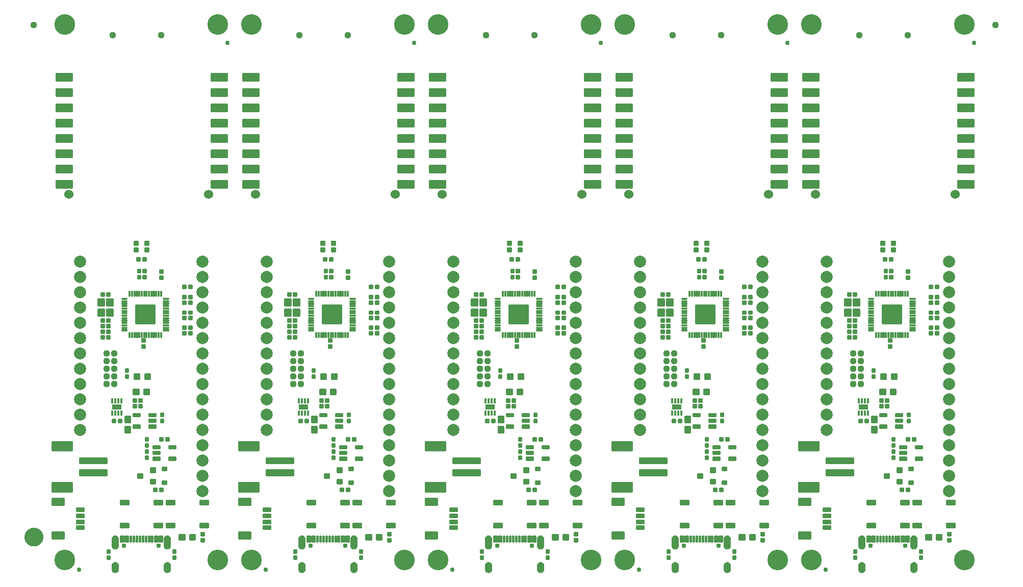
<source format=gts>
G04 EAGLE Gerber RS-274X export*
G75*
%MOMM*%
%FSLAX34Y34*%
%LPD*%
%INSoldermask Top*%
%IPPOS*%
%AMOC8*
5,1,8,0,0,1.08239X$1,22.5*%
G01*
%ADD10C,0.227100*%
%ADD11C,0.428259*%
%ADD12C,0.231750*%
%ADD13C,0.762000*%
%ADD14C,0.225588*%
%ADD15C,0.225369*%
%ADD16C,0.225400*%
%ADD17C,0.224509*%
%ADD18C,3.429000*%
%ADD19C,0.228900*%
%ADD20C,0.232887*%
%ADD21C,0.220859*%
%ADD22C,0.230578*%
%ADD23C,0.777000*%
%ADD24C,0.222250*%
%ADD25C,1.127000*%
%ADD26R,0.440000X0.840000*%
%ADD27R,1.520000X0.940000*%
%ADD28C,2.006600*%
%ADD29C,0.223409*%
%ADD30C,0.228319*%
%ADD31C,1.526997*%
%ADD32C,0.231559*%
%ADD33C,1.270000*%
%ADD34C,1.627000*%

G36*
X196884Y42883D02*
X196884Y42883D01*
X196890Y42889D01*
X196895Y42885D01*
X198125Y43250D01*
X198130Y43257D01*
X198135Y43255D01*
X199254Y43885D01*
X199257Y43892D01*
X199263Y43891D01*
X200213Y44754D01*
X200214Y44762D01*
X200220Y44762D01*
X200954Y45815D01*
X200954Y45823D01*
X200959Y45825D01*
X201441Y47015D01*
X201439Y47020D01*
X201443Y47023D01*
X201442Y47024D01*
X201444Y47025D01*
X201649Y48292D01*
X201646Y48297D01*
X201649Y48300D01*
X201649Y60300D01*
X201646Y60304D01*
X201649Y60307D01*
X201494Y61429D01*
X201489Y61434D01*
X201492Y61438D01*
X201121Y62509D01*
X201115Y62513D01*
X201117Y62518D01*
X200544Y63495D01*
X200538Y63498D01*
X200539Y63503D01*
X199786Y64350D01*
X199779Y64352D01*
X199779Y64357D01*
X198876Y65041D01*
X198869Y65041D01*
X198868Y65046D01*
X197849Y65541D01*
X197842Y65539D01*
X197840Y65544D01*
X196743Y65831D01*
X196737Y65828D01*
X196734Y65832D01*
X195603Y65899D01*
X195597Y65899D01*
X194466Y65832D01*
X194461Y65827D01*
X194457Y65831D01*
X193360Y65544D01*
X193356Y65538D01*
X193351Y65541D01*
X192332Y65046D01*
X192329Y65040D01*
X192324Y65041D01*
X191421Y64357D01*
X191419Y64350D01*
X191414Y64350D01*
X190661Y63503D01*
X190661Y63496D01*
X190656Y63495D01*
X190083Y62518D01*
X190084Y62515D01*
X190083Y62514D01*
X190084Y62513D01*
X190084Y62511D01*
X190079Y62509D01*
X189708Y61438D01*
X189710Y61433D01*
X189707Y61431D01*
X189707Y61430D01*
X189706Y61429D01*
X189551Y60307D01*
X189554Y60302D01*
X189551Y60300D01*
X189551Y48300D01*
X189554Y48295D01*
X189551Y48292D01*
X189756Y47025D01*
X189762Y47019D01*
X189759Y47015D01*
X190241Y45825D01*
X190248Y45821D01*
X190246Y45815D01*
X190980Y44762D01*
X190988Y44760D01*
X190987Y44754D01*
X191937Y43891D01*
X191946Y43890D01*
X191946Y43885D01*
X193065Y43255D01*
X193073Y43256D01*
X193075Y43250D01*
X194305Y42885D01*
X194313Y42888D01*
X194316Y42883D01*
X195597Y42801D01*
X195601Y42804D01*
X195603Y42801D01*
X196884Y42883D01*
G37*
G36*
X506764Y42883D02*
X506764Y42883D01*
X506770Y42889D01*
X506775Y42885D01*
X508005Y43250D01*
X508010Y43257D01*
X508015Y43255D01*
X509134Y43885D01*
X509137Y43892D01*
X509143Y43891D01*
X510093Y44754D01*
X510094Y44762D01*
X510100Y44762D01*
X510834Y45815D01*
X510834Y45823D01*
X510839Y45825D01*
X511321Y47015D01*
X511319Y47020D01*
X511323Y47023D01*
X511322Y47024D01*
X511324Y47025D01*
X511529Y48292D01*
X511526Y48297D01*
X511529Y48300D01*
X511529Y60300D01*
X511526Y60304D01*
X511529Y60307D01*
X511374Y61429D01*
X511369Y61434D01*
X511372Y61438D01*
X511001Y62509D01*
X510995Y62513D01*
X510997Y62518D01*
X510424Y63495D01*
X510418Y63498D01*
X510419Y63503D01*
X509666Y64350D01*
X509659Y64352D01*
X509659Y64357D01*
X508756Y65041D01*
X508749Y65041D01*
X508748Y65046D01*
X507729Y65541D01*
X507722Y65539D01*
X507720Y65544D01*
X506623Y65831D01*
X506617Y65828D01*
X506614Y65832D01*
X505483Y65899D01*
X505477Y65899D01*
X504346Y65832D01*
X504341Y65827D01*
X504337Y65831D01*
X503240Y65544D01*
X503236Y65538D01*
X503231Y65541D01*
X502212Y65046D01*
X502209Y65040D01*
X502204Y65041D01*
X501301Y64357D01*
X501299Y64350D01*
X501294Y64350D01*
X500541Y63503D01*
X500541Y63496D01*
X500536Y63495D01*
X499963Y62518D01*
X499964Y62515D01*
X499963Y62514D01*
X499964Y62513D01*
X499964Y62511D01*
X499959Y62509D01*
X499588Y61438D01*
X499590Y61433D01*
X499587Y61431D01*
X499587Y61430D01*
X499586Y61429D01*
X499431Y60307D01*
X499434Y60302D01*
X499431Y60300D01*
X499431Y48300D01*
X499434Y48295D01*
X499431Y48292D01*
X499636Y47025D01*
X499642Y47019D01*
X499639Y47015D01*
X500121Y45825D01*
X500128Y45821D01*
X500126Y45815D01*
X500860Y44762D01*
X500868Y44760D01*
X500867Y44754D01*
X501817Y43891D01*
X501826Y43890D01*
X501826Y43885D01*
X502945Y43255D01*
X502953Y43256D01*
X502955Y43250D01*
X504185Y42885D01*
X504193Y42888D01*
X504196Y42883D01*
X505477Y42801D01*
X505481Y42804D01*
X505483Y42801D01*
X506764Y42883D01*
G37*
G36*
X816644Y42883D02*
X816644Y42883D01*
X816650Y42889D01*
X816655Y42885D01*
X817885Y43250D01*
X817890Y43257D01*
X817895Y43255D01*
X819014Y43885D01*
X819017Y43892D01*
X819023Y43891D01*
X819973Y44754D01*
X819974Y44762D01*
X819980Y44762D01*
X820714Y45815D01*
X820714Y45823D01*
X820719Y45825D01*
X821201Y47015D01*
X821199Y47020D01*
X821203Y47023D01*
X821202Y47024D01*
X821204Y47025D01*
X821409Y48292D01*
X821406Y48297D01*
X821409Y48300D01*
X821409Y60300D01*
X821406Y60304D01*
X821409Y60307D01*
X821254Y61429D01*
X821249Y61434D01*
X821252Y61438D01*
X820881Y62509D01*
X820875Y62513D01*
X820877Y62518D01*
X820304Y63495D01*
X820298Y63498D01*
X820299Y63503D01*
X819546Y64350D01*
X819539Y64352D01*
X819539Y64357D01*
X818636Y65041D01*
X818629Y65041D01*
X818628Y65046D01*
X817609Y65541D01*
X817602Y65539D01*
X817600Y65544D01*
X816503Y65831D01*
X816497Y65828D01*
X816494Y65832D01*
X815363Y65899D01*
X815357Y65899D01*
X814226Y65832D01*
X814221Y65827D01*
X814217Y65831D01*
X813120Y65544D01*
X813116Y65538D01*
X813111Y65541D01*
X812092Y65046D01*
X812089Y65040D01*
X812084Y65041D01*
X811181Y64357D01*
X811179Y64350D01*
X811174Y64350D01*
X810421Y63503D01*
X810421Y63496D01*
X810416Y63495D01*
X809843Y62518D01*
X809844Y62515D01*
X809843Y62514D01*
X809844Y62513D01*
X809844Y62511D01*
X809839Y62509D01*
X809468Y61438D01*
X809470Y61433D01*
X809467Y61431D01*
X809467Y61430D01*
X809466Y61429D01*
X809311Y60307D01*
X809314Y60302D01*
X809311Y60300D01*
X809311Y48300D01*
X809314Y48295D01*
X809311Y48292D01*
X809516Y47025D01*
X809522Y47019D01*
X809519Y47015D01*
X810001Y45825D01*
X810008Y45821D01*
X810006Y45815D01*
X810740Y44762D01*
X810748Y44760D01*
X810747Y44754D01*
X811697Y43891D01*
X811706Y43890D01*
X811706Y43885D01*
X812825Y43255D01*
X812833Y43256D01*
X812835Y43250D01*
X814065Y42885D01*
X814073Y42888D01*
X814076Y42883D01*
X815357Y42801D01*
X815361Y42804D01*
X815363Y42801D01*
X816644Y42883D01*
G37*
G36*
X1350004Y42883D02*
X1350004Y42883D01*
X1350010Y42889D01*
X1350015Y42885D01*
X1351245Y43250D01*
X1351250Y43257D01*
X1351255Y43255D01*
X1352374Y43885D01*
X1352377Y43892D01*
X1352383Y43891D01*
X1353333Y44754D01*
X1353334Y44762D01*
X1353340Y44762D01*
X1354074Y45815D01*
X1354074Y45823D01*
X1354079Y45825D01*
X1354561Y47015D01*
X1354559Y47020D01*
X1354563Y47023D01*
X1354562Y47024D01*
X1354564Y47025D01*
X1354769Y48292D01*
X1354766Y48297D01*
X1354769Y48300D01*
X1354769Y60300D01*
X1354766Y60304D01*
X1354769Y60307D01*
X1354614Y61429D01*
X1354609Y61434D01*
X1354612Y61438D01*
X1354241Y62509D01*
X1354235Y62513D01*
X1354237Y62518D01*
X1353664Y63495D01*
X1353658Y63498D01*
X1353659Y63503D01*
X1352906Y64350D01*
X1352899Y64352D01*
X1352899Y64357D01*
X1351996Y65041D01*
X1351989Y65041D01*
X1351988Y65046D01*
X1350969Y65541D01*
X1350962Y65539D01*
X1350960Y65544D01*
X1349863Y65831D01*
X1349857Y65828D01*
X1349854Y65832D01*
X1348723Y65899D01*
X1348717Y65899D01*
X1347586Y65832D01*
X1347581Y65827D01*
X1347577Y65831D01*
X1346480Y65544D01*
X1346476Y65538D01*
X1346471Y65541D01*
X1345452Y65046D01*
X1345449Y65040D01*
X1345444Y65041D01*
X1344541Y64357D01*
X1344539Y64350D01*
X1344534Y64350D01*
X1343781Y63503D01*
X1343781Y63496D01*
X1343776Y63495D01*
X1343203Y62518D01*
X1343204Y62515D01*
X1343203Y62514D01*
X1343204Y62513D01*
X1343204Y62511D01*
X1343199Y62509D01*
X1342828Y61438D01*
X1342830Y61433D01*
X1342827Y61431D01*
X1342827Y61430D01*
X1342826Y61429D01*
X1342671Y60307D01*
X1342674Y60302D01*
X1342671Y60300D01*
X1342671Y48300D01*
X1342674Y48295D01*
X1342671Y48292D01*
X1342876Y47025D01*
X1342882Y47019D01*
X1342879Y47015D01*
X1343361Y45825D01*
X1343368Y45821D01*
X1343366Y45815D01*
X1344100Y44762D01*
X1344108Y44760D01*
X1344107Y44754D01*
X1345057Y43891D01*
X1345066Y43890D01*
X1345066Y43885D01*
X1346185Y43255D01*
X1346193Y43256D01*
X1346195Y43250D01*
X1347425Y42885D01*
X1347433Y42888D01*
X1347436Y42883D01*
X1348717Y42801D01*
X1348721Y42804D01*
X1348723Y42801D01*
X1350004Y42883D01*
G37*
G36*
X1126524Y42883D02*
X1126524Y42883D01*
X1126530Y42889D01*
X1126535Y42885D01*
X1127765Y43250D01*
X1127770Y43257D01*
X1127775Y43255D01*
X1128894Y43885D01*
X1128897Y43892D01*
X1128903Y43891D01*
X1129853Y44754D01*
X1129854Y44762D01*
X1129860Y44762D01*
X1130594Y45815D01*
X1130594Y45823D01*
X1130599Y45825D01*
X1131081Y47015D01*
X1131079Y47020D01*
X1131083Y47023D01*
X1131082Y47024D01*
X1131084Y47025D01*
X1131289Y48292D01*
X1131286Y48297D01*
X1131289Y48300D01*
X1131289Y60300D01*
X1131286Y60304D01*
X1131289Y60307D01*
X1131134Y61429D01*
X1131129Y61434D01*
X1131132Y61438D01*
X1130761Y62509D01*
X1130755Y62513D01*
X1130757Y62518D01*
X1130184Y63495D01*
X1130178Y63498D01*
X1130179Y63503D01*
X1129426Y64350D01*
X1129419Y64352D01*
X1129419Y64357D01*
X1128516Y65041D01*
X1128509Y65041D01*
X1128508Y65046D01*
X1127489Y65541D01*
X1127482Y65539D01*
X1127480Y65544D01*
X1126383Y65831D01*
X1126377Y65828D01*
X1126374Y65832D01*
X1125243Y65899D01*
X1125237Y65899D01*
X1124106Y65832D01*
X1124101Y65827D01*
X1124097Y65831D01*
X1123000Y65544D01*
X1122996Y65538D01*
X1122991Y65541D01*
X1121972Y65046D01*
X1121969Y65040D01*
X1121964Y65041D01*
X1121061Y64357D01*
X1121059Y64350D01*
X1121054Y64350D01*
X1120301Y63503D01*
X1120301Y63496D01*
X1120296Y63495D01*
X1119723Y62518D01*
X1119724Y62515D01*
X1119723Y62514D01*
X1119724Y62513D01*
X1119724Y62511D01*
X1119719Y62509D01*
X1119348Y61438D01*
X1119350Y61433D01*
X1119347Y61431D01*
X1119347Y61430D01*
X1119346Y61429D01*
X1119191Y60307D01*
X1119194Y60302D01*
X1119191Y60300D01*
X1119191Y48300D01*
X1119194Y48295D01*
X1119191Y48292D01*
X1119396Y47025D01*
X1119402Y47019D01*
X1119399Y47015D01*
X1119881Y45825D01*
X1119888Y45821D01*
X1119886Y45815D01*
X1120620Y44762D01*
X1120628Y44760D01*
X1120627Y44754D01*
X1121577Y43891D01*
X1121586Y43890D01*
X1121586Y43885D01*
X1122705Y43255D01*
X1122713Y43256D01*
X1122715Y43250D01*
X1123945Y42885D01*
X1123953Y42888D01*
X1123956Y42883D01*
X1125237Y42801D01*
X1125241Y42804D01*
X1125243Y42801D01*
X1126524Y42883D01*
G37*
G36*
X1436404Y42883D02*
X1436404Y42883D01*
X1436410Y42889D01*
X1436415Y42885D01*
X1437645Y43250D01*
X1437650Y43257D01*
X1437655Y43255D01*
X1438774Y43885D01*
X1438777Y43892D01*
X1438783Y43891D01*
X1439733Y44754D01*
X1439734Y44762D01*
X1439740Y44762D01*
X1440474Y45815D01*
X1440474Y45823D01*
X1440479Y45825D01*
X1440961Y47015D01*
X1440959Y47020D01*
X1440963Y47023D01*
X1440962Y47024D01*
X1440964Y47025D01*
X1441169Y48292D01*
X1441166Y48297D01*
X1441169Y48300D01*
X1441169Y60300D01*
X1441166Y60304D01*
X1441169Y60307D01*
X1441014Y61429D01*
X1441009Y61434D01*
X1441012Y61438D01*
X1440641Y62509D01*
X1440635Y62513D01*
X1440637Y62518D01*
X1440064Y63495D01*
X1440058Y63498D01*
X1440059Y63503D01*
X1439306Y64350D01*
X1439299Y64352D01*
X1439299Y64357D01*
X1438396Y65041D01*
X1438389Y65041D01*
X1438388Y65046D01*
X1437369Y65541D01*
X1437362Y65539D01*
X1437360Y65544D01*
X1436263Y65831D01*
X1436257Y65828D01*
X1436254Y65832D01*
X1435123Y65899D01*
X1435117Y65899D01*
X1433986Y65832D01*
X1433981Y65827D01*
X1433977Y65831D01*
X1432880Y65544D01*
X1432876Y65538D01*
X1432871Y65541D01*
X1431852Y65046D01*
X1431849Y65040D01*
X1431844Y65041D01*
X1430941Y64357D01*
X1430939Y64350D01*
X1430934Y64350D01*
X1430181Y63503D01*
X1430181Y63496D01*
X1430176Y63495D01*
X1429603Y62518D01*
X1429604Y62515D01*
X1429603Y62514D01*
X1429604Y62513D01*
X1429604Y62511D01*
X1429599Y62509D01*
X1429228Y61438D01*
X1429230Y61433D01*
X1429227Y61431D01*
X1429227Y61430D01*
X1429226Y61429D01*
X1429071Y60307D01*
X1429074Y60302D01*
X1429071Y60300D01*
X1429071Y48300D01*
X1429074Y48295D01*
X1429071Y48292D01*
X1429276Y47025D01*
X1429282Y47019D01*
X1429279Y47015D01*
X1429761Y45825D01*
X1429768Y45821D01*
X1429766Y45815D01*
X1430500Y44762D01*
X1430508Y44760D01*
X1430507Y44754D01*
X1431457Y43891D01*
X1431466Y43890D01*
X1431466Y43885D01*
X1432585Y43255D01*
X1432593Y43256D01*
X1432595Y43250D01*
X1433825Y42885D01*
X1433833Y42888D01*
X1433836Y42883D01*
X1435117Y42801D01*
X1435121Y42804D01*
X1435123Y42801D01*
X1436404Y42883D01*
G37*
G36*
X1040124Y42883D02*
X1040124Y42883D01*
X1040130Y42889D01*
X1040135Y42885D01*
X1041365Y43250D01*
X1041370Y43257D01*
X1041375Y43255D01*
X1042494Y43885D01*
X1042497Y43892D01*
X1042503Y43891D01*
X1043453Y44754D01*
X1043454Y44762D01*
X1043460Y44762D01*
X1044194Y45815D01*
X1044194Y45823D01*
X1044199Y45825D01*
X1044681Y47015D01*
X1044679Y47020D01*
X1044683Y47023D01*
X1044682Y47024D01*
X1044684Y47025D01*
X1044889Y48292D01*
X1044886Y48297D01*
X1044889Y48300D01*
X1044889Y60300D01*
X1044886Y60304D01*
X1044889Y60307D01*
X1044734Y61429D01*
X1044729Y61434D01*
X1044732Y61438D01*
X1044361Y62509D01*
X1044355Y62513D01*
X1044357Y62518D01*
X1043784Y63495D01*
X1043778Y63498D01*
X1043779Y63503D01*
X1043026Y64350D01*
X1043019Y64352D01*
X1043019Y64357D01*
X1042116Y65041D01*
X1042109Y65041D01*
X1042108Y65046D01*
X1041089Y65541D01*
X1041082Y65539D01*
X1041080Y65544D01*
X1039983Y65831D01*
X1039977Y65828D01*
X1039974Y65832D01*
X1038843Y65899D01*
X1038837Y65899D01*
X1037706Y65832D01*
X1037701Y65827D01*
X1037697Y65831D01*
X1036600Y65544D01*
X1036596Y65538D01*
X1036591Y65541D01*
X1035572Y65046D01*
X1035569Y65040D01*
X1035564Y65041D01*
X1034661Y64357D01*
X1034659Y64350D01*
X1034654Y64350D01*
X1033901Y63503D01*
X1033901Y63496D01*
X1033896Y63495D01*
X1033323Y62518D01*
X1033324Y62515D01*
X1033323Y62514D01*
X1033324Y62513D01*
X1033324Y62511D01*
X1033319Y62509D01*
X1032948Y61438D01*
X1032950Y61433D01*
X1032947Y61431D01*
X1032947Y61430D01*
X1032946Y61429D01*
X1032791Y60307D01*
X1032794Y60302D01*
X1032791Y60300D01*
X1032791Y48300D01*
X1032794Y48295D01*
X1032791Y48292D01*
X1032996Y47025D01*
X1033002Y47019D01*
X1032999Y47015D01*
X1033481Y45825D01*
X1033488Y45821D01*
X1033486Y45815D01*
X1034220Y44762D01*
X1034228Y44760D01*
X1034227Y44754D01*
X1035177Y43891D01*
X1035186Y43890D01*
X1035186Y43885D01*
X1036305Y43255D01*
X1036313Y43256D01*
X1036315Y43250D01*
X1037545Y42885D01*
X1037553Y42888D01*
X1037556Y42883D01*
X1038837Y42801D01*
X1038841Y42804D01*
X1038843Y42801D01*
X1040124Y42883D01*
G37*
G36*
X110484Y42883D02*
X110484Y42883D01*
X110490Y42889D01*
X110495Y42885D01*
X111725Y43250D01*
X111730Y43257D01*
X111735Y43255D01*
X112854Y43885D01*
X112857Y43892D01*
X112863Y43891D01*
X113813Y44754D01*
X113814Y44762D01*
X113820Y44762D01*
X114554Y45815D01*
X114554Y45823D01*
X114559Y45825D01*
X115041Y47015D01*
X115039Y47020D01*
X115043Y47023D01*
X115042Y47024D01*
X115044Y47025D01*
X115249Y48292D01*
X115246Y48297D01*
X115249Y48300D01*
X115249Y60300D01*
X115246Y60304D01*
X115249Y60307D01*
X115094Y61429D01*
X115089Y61434D01*
X115092Y61438D01*
X114721Y62509D01*
X114715Y62513D01*
X114717Y62518D01*
X114144Y63495D01*
X114138Y63498D01*
X114139Y63503D01*
X113386Y64350D01*
X113379Y64352D01*
X113379Y64357D01*
X112476Y65041D01*
X112469Y65041D01*
X112468Y65046D01*
X111449Y65541D01*
X111442Y65539D01*
X111440Y65544D01*
X110343Y65831D01*
X110337Y65828D01*
X110334Y65832D01*
X109203Y65899D01*
X109197Y65899D01*
X108066Y65832D01*
X108061Y65827D01*
X108057Y65831D01*
X106960Y65544D01*
X106956Y65538D01*
X106951Y65541D01*
X105932Y65046D01*
X105929Y65040D01*
X105924Y65041D01*
X105021Y64357D01*
X105019Y64350D01*
X105014Y64350D01*
X104261Y63503D01*
X104261Y63496D01*
X104256Y63495D01*
X103683Y62518D01*
X103684Y62515D01*
X103683Y62514D01*
X103684Y62513D01*
X103684Y62511D01*
X103679Y62509D01*
X103308Y61438D01*
X103310Y61433D01*
X103307Y61431D01*
X103307Y61430D01*
X103306Y61429D01*
X103151Y60307D01*
X103154Y60302D01*
X103151Y60300D01*
X103151Y48300D01*
X103154Y48295D01*
X103151Y48292D01*
X103356Y47025D01*
X103362Y47019D01*
X103359Y47015D01*
X103841Y45825D01*
X103848Y45821D01*
X103846Y45815D01*
X104580Y44762D01*
X104588Y44760D01*
X104587Y44754D01*
X105537Y43891D01*
X105546Y43890D01*
X105546Y43885D01*
X106665Y43255D01*
X106673Y43256D01*
X106675Y43250D01*
X107905Y42885D01*
X107913Y42888D01*
X107916Y42883D01*
X109197Y42801D01*
X109201Y42804D01*
X109203Y42801D01*
X110484Y42883D01*
G37*
G36*
X730244Y42883D02*
X730244Y42883D01*
X730250Y42889D01*
X730255Y42885D01*
X731485Y43250D01*
X731490Y43257D01*
X731495Y43255D01*
X732614Y43885D01*
X732617Y43892D01*
X732623Y43891D01*
X733573Y44754D01*
X733574Y44762D01*
X733580Y44762D01*
X734314Y45815D01*
X734314Y45823D01*
X734319Y45825D01*
X734801Y47015D01*
X734799Y47020D01*
X734803Y47023D01*
X734802Y47024D01*
X734804Y47025D01*
X735009Y48292D01*
X735006Y48297D01*
X735009Y48300D01*
X735009Y60300D01*
X735006Y60304D01*
X735009Y60307D01*
X734854Y61429D01*
X734849Y61434D01*
X734852Y61438D01*
X734481Y62509D01*
X734475Y62513D01*
X734477Y62518D01*
X733904Y63495D01*
X733898Y63498D01*
X733899Y63503D01*
X733146Y64350D01*
X733139Y64352D01*
X733139Y64357D01*
X732236Y65041D01*
X732229Y65041D01*
X732228Y65046D01*
X731209Y65541D01*
X731202Y65539D01*
X731200Y65544D01*
X730103Y65831D01*
X730097Y65828D01*
X730094Y65832D01*
X728963Y65899D01*
X728957Y65899D01*
X727826Y65832D01*
X727821Y65827D01*
X727817Y65831D01*
X726720Y65544D01*
X726716Y65538D01*
X726711Y65541D01*
X725692Y65046D01*
X725689Y65040D01*
X725684Y65041D01*
X724781Y64357D01*
X724779Y64350D01*
X724774Y64350D01*
X724021Y63503D01*
X724021Y63496D01*
X724016Y63495D01*
X723443Y62518D01*
X723444Y62515D01*
X723443Y62514D01*
X723444Y62513D01*
X723444Y62511D01*
X723439Y62509D01*
X723068Y61438D01*
X723070Y61433D01*
X723067Y61431D01*
X723067Y61430D01*
X723066Y61429D01*
X722911Y60307D01*
X722914Y60302D01*
X722911Y60300D01*
X722911Y48300D01*
X722914Y48295D01*
X722911Y48292D01*
X723116Y47025D01*
X723122Y47019D01*
X723119Y47015D01*
X723601Y45825D01*
X723608Y45821D01*
X723606Y45815D01*
X724340Y44762D01*
X724348Y44760D01*
X724347Y44754D01*
X725297Y43891D01*
X725306Y43890D01*
X725306Y43885D01*
X726425Y43255D01*
X726433Y43256D01*
X726435Y43250D01*
X727665Y42885D01*
X727673Y42888D01*
X727676Y42883D01*
X728957Y42801D01*
X728961Y42804D01*
X728963Y42801D01*
X730244Y42883D01*
G37*
G36*
X420364Y42883D02*
X420364Y42883D01*
X420370Y42889D01*
X420375Y42885D01*
X421605Y43250D01*
X421610Y43257D01*
X421615Y43255D01*
X422734Y43885D01*
X422737Y43892D01*
X422743Y43891D01*
X423693Y44754D01*
X423694Y44762D01*
X423700Y44762D01*
X424434Y45815D01*
X424434Y45823D01*
X424439Y45825D01*
X424921Y47015D01*
X424919Y47020D01*
X424923Y47023D01*
X424922Y47024D01*
X424924Y47025D01*
X425129Y48292D01*
X425126Y48297D01*
X425129Y48300D01*
X425129Y60300D01*
X425126Y60304D01*
X425129Y60307D01*
X424974Y61429D01*
X424969Y61434D01*
X424972Y61438D01*
X424601Y62509D01*
X424595Y62513D01*
X424597Y62518D01*
X424024Y63495D01*
X424018Y63498D01*
X424019Y63503D01*
X423266Y64350D01*
X423259Y64352D01*
X423259Y64357D01*
X422356Y65041D01*
X422349Y65041D01*
X422348Y65046D01*
X421329Y65541D01*
X421322Y65539D01*
X421320Y65544D01*
X420223Y65831D01*
X420217Y65828D01*
X420214Y65832D01*
X419083Y65899D01*
X419077Y65899D01*
X417946Y65832D01*
X417941Y65827D01*
X417937Y65831D01*
X416840Y65544D01*
X416836Y65538D01*
X416831Y65541D01*
X415812Y65046D01*
X415809Y65040D01*
X415804Y65041D01*
X414901Y64357D01*
X414899Y64350D01*
X414894Y64350D01*
X414141Y63503D01*
X414141Y63496D01*
X414136Y63495D01*
X413563Y62518D01*
X413564Y62515D01*
X413563Y62514D01*
X413564Y62513D01*
X413564Y62511D01*
X413559Y62509D01*
X413188Y61438D01*
X413190Y61433D01*
X413187Y61431D01*
X413187Y61430D01*
X413186Y61429D01*
X413031Y60307D01*
X413034Y60302D01*
X413031Y60300D01*
X413031Y48300D01*
X413034Y48295D01*
X413031Y48292D01*
X413236Y47025D01*
X413242Y47019D01*
X413239Y47015D01*
X413721Y45825D01*
X413728Y45821D01*
X413726Y45815D01*
X414460Y44762D01*
X414468Y44760D01*
X414467Y44754D01*
X415417Y43891D01*
X415426Y43890D01*
X415426Y43885D01*
X416545Y43255D01*
X416553Y43256D01*
X416555Y43250D01*
X417785Y42885D01*
X417793Y42888D01*
X417796Y42883D01*
X419077Y42801D01*
X419081Y42804D01*
X419083Y42801D01*
X420364Y42883D01*
G37*
G36*
X420251Y3611D02*
X420251Y3611D01*
X420256Y3616D01*
X420260Y3613D01*
X421383Y3948D01*
X421387Y3954D01*
X421391Y3952D01*
X422427Y4500D01*
X422430Y4506D01*
X422435Y4505D01*
X423343Y5244D01*
X423345Y5251D01*
X423350Y5251D01*
X424097Y6153D01*
X424097Y6161D01*
X424103Y6161D01*
X424659Y7192D01*
X424658Y7199D01*
X424663Y7201D01*
X425007Y8320D01*
X425005Y8327D01*
X425009Y8330D01*
X425129Y9495D01*
X425127Y9498D01*
X425129Y9500D01*
X425129Y15500D01*
X425127Y15503D01*
X425129Y15505D01*
X425018Y16681D01*
X425013Y16686D01*
X425016Y16690D01*
X424678Y17822D01*
X424672Y17826D01*
X424674Y17831D01*
X424122Y18875D01*
X424115Y18878D01*
X424117Y18883D01*
X423371Y19799D01*
X423364Y19800D01*
X423364Y19806D01*
X422455Y20559D01*
X422447Y20559D01*
X422447Y20564D01*
X421407Y21125D01*
X421400Y21124D01*
X421398Y21129D01*
X420269Y21476D01*
X420263Y21474D01*
X420260Y21478D01*
X419085Y21599D01*
X419078Y21595D01*
X419074Y21599D01*
X417734Y21442D01*
X417728Y21437D01*
X417723Y21440D01*
X416452Y20989D01*
X416447Y20982D01*
X416442Y20984D01*
X415303Y20262D01*
X415300Y20254D01*
X415294Y20255D01*
X414344Y19297D01*
X414343Y19289D01*
X414337Y19288D01*
X413624Y18143D01*
X413625Y18135D01*
X413619Y18133D01*
X413179Y16857D01*
X413181Y16850D01*
X413177Y16847D01*
X413031Y15505D01*
X413033Y15502D01*
X413031Y15500D01*
X413031Y9500D01*
X413033Y9497D01*
X413031Y9494D01*
X413186Y8165D01*
X413192Y8159D01*
X413189Y8155D01*
X413636Y6894D01*
X413643Y6889D01*
X413641Y6884D01*
X414358Y5754D01*
X414365Y5751D01*
X414364Y5745D01*
X415315Y4803D01*
X415323Y4802D01*
X415323Y4796D01*
X416459Y4089D01*
X416467Y4090D01*
X416469Y4084D01*
X417734Y3648D01*
X417739Y3649D01*
X417740Y3649D01*
X417743Y3649D01*
X417745Y3645D01*
X419075Y3501D01*
X419081Y3505D01*
X419085Y3501D01*
X420251Y3611D01*
G37*
G36*
X506651Y3611D02*
X506651Y3611D01*
X506656Y3616D01*
X506660Y3613D01*
X507783Y3948D01*
X507787Y3954D01*
X507791Y3952D01*
X508827Y4500D01*
X508830Y4506D01*
X508835Y4505D01*
X509743Y5244D01*
X509745Y5251D01*
X509750Y5251D01*
X510497Y6153D01*
X510497Y6161D01*
X510503Y6161D01*
X511059Y7192D01*
X511058Y7199D01*
X511063Y7201D01*
X511407Y8320D01*
X511405Y8327D01*
X511409Y8330D01*
X511529Y9495D01*
X511527Y9498D01*
X511529Y9500D01*
X511529Y15500D01*
X511527Y15503D01*
X511529Y15505D01*
X511418Y16681D01*
X511413Y16686D01*
X511416Y16690D01*
X511078Y17822D01*
X511072Y17826D01*
X511074Y17831D01*
X510522Y18875D01*
X510515Y18878D01*
X510517Y18883D01*
X509771Y19799D01*
X509764Y19800D01*
X509764Y19806D01*
X508855Y20559D01*
X508847Y20559D01*
X508847Y20564D01*
X507807Y21125D01*
X507800Y21124D01*
X507798Y21129D01*
X506669Y21476D01*
X506663Y21474D01*
X506660Y21478D01*
X505485Y21599D01*
X505478Y21595D01*
X505474Y21599D01*
X504134Y21442D01*
X504128Y21437D01*
X504123Y21440D01*
X502852Y20989D01*
X502847Y20982D01*
X502842Y20984D01*
X501703Y20262D01*
X501700Y20254D01*
X501694Y20255D01*
X500744Y19297D01*
X500743Y19289D01*
X500737Y19288D01*
X500024Y18143D01*
X500025Y18135D01*
X500019Y18133D01*
X499579Y16857D01*
X499581Y16850D01*
X499577Y16847D01*
X499431Y15505D01*
X499433Y15502D01*
X499431Y15500D01*
X499431Y9500D01*
X499433Y9497D01*
X499431Y9494D01*
X499586Y8165D01*
X499592Y8159D01*
X499589Y8155D01*
X500036Y6894D01*
X500043Y6889D01*
X500041Y6884D01*
X500758Y5754D01*
X500765Y5751D01*
X500764Y5745D01*
X501715Y4803D01*
X501723Y4802D01*
X501723Y4796D01*
X502859Y4089D01*
X502867Y4090D01*
X502869Y4084D01*
X504134Y3648D01*
X504139Y3649D01*
X504140Y3649D01*
X504143Y3649D01*
X504145Y3645D01*
X505475Y3501D01*
X505481Y3505D01*
X505485Y3501D01*
X506651Y3611D01*
G37*
G36*
X816531Y3611D02*
X816531Y3611D01*
X816536Y3616D01*
X816540Y3613D01*
X817663Y3948D01*
X817667Y3954D01*
X817671Y3952D01*
X818707Y4500D01*
X818710Y4506D01*
X818715Y4505D01*
X819623Y5244D01*
X819625Y5251D01*
X819630Y5251D01*
X820377Y6153D01*
X820377Y6161D01*
X820383Y6161D01*
X820939Y7192D01*
X820938Y7199D01*
X820943Y7201D01*
X821287Y8320D01*
X821285Y8327D01*
X821289Y8330D01*
X821409Y9495D01*
X821407Y9498D01*
X821409Y9500D01*
X821409Y15500D01*
X821407Y15503D01*
X821409Y15505D01*
X821298Y16681D01*
X821293Y16686D01*
X821296Y16690D01*
X820958Y17822D01*
X820952Y17826D01*
X820954Y17831D01*
X820402Y18875D01*
X820395Y18878D01*
X820397Y18883D01*
X819651Y19799D01*
X819644Y19800D01*
X819644Y19806D01*
X818735Y20559D01*
X818727Y20559D01*
X818727Y20564D01*
X817687Y21125D01*
X817680Y21124D01*
X817678Y21129D01*
X816549Y21476D01*
X816543Y21474D01*
X816540Y21478D01*
X815365Y21599D01*
X815358Y21595D01*
X815354Y21599D01*
X814014Y21442D01*
X814008Y21437D01*
X814003Y21440D01*
X812732Y20989D01*
X812727Y20982D01*
X812722Y20984D01*
X811583Y20262D01*
X811580Y20254D01*
X811574Y20255D01*
X810624Y19297D01*
X810623Y19289D01*
X810617Y19288D01*
X809904Y18143D01*
X809905Y18135D01*
X809899Y18133D01*
X809459Y16857D01*
X809461Y16850D01*
X809457Y16847D01*
X809311Y15505D01*
X809313Y15502D01*
X809311Y15500D01*
X809311Y9500D01*
X809313Y9497D01*
X809311Y9494D01*
X809466Y8165D01*
X809472Y8159D01*
X809469Y8155D01*
X809916Y6894D01*
X809923Y6889D01*
X809921Y6884D01*
X810638Y5754D01*
X810645Y5751D01*
X810644Y5745D01*
X811595Y4803D01*
X811603Y4802D01*
X811603Y4796D01*
X812739Y4089D01*
X812747Y4090D01*
X812749Y4084D01*
X814014Y3648D01*
X814019Y3649D01*
X814020Y3649D01*
X814023Y3649D01*
X814025Y3645D01*
X815355Y3501D01*
X815361Y3505D01*
X815365Y3501D01*
X816531Y3611D01*
G37*
G36*
X110371Y3611D02*
X110371Y3611D01*
X110376Y3616D01*
X110380Y3613D01*
X111503Y3948D01*
X111507Y3954D01*
X111511Y3952D01*
X112547Y4500D01*
X112550Y4506D01*
X112555Y4505D01*
X113463Y5244D01*
X113465Y5251D01*
X113470Y5251D01*
X114217Y6153D01*
X114217Y6161D01*
X114223Y6161D01*
X114779Y7192D01*
X114778Y7199D01*
X114783Y7201D01*
X115127Y8320D01*
X115125Y8327D01*
X115129Y8330D01*
X115249Y9495D01*
X115247Y9498D01*
X115249Y9500D01*
X115249Y15500D01*
X115247Y15503D01*
X115249Y15505D01*
X115138Y16681D01*
X115133Y16686D01*
X115136Y16690D01*
X114798Y17822D01*
X114792Y17826D01*
X114794Y17831D01*
X114242Y18875D01*
X114235Y18878D01*
X114237Y18883D01*
X113491Y19799D01*
X113484Y19800D01*
X113484Y19806D01*
X112575Y20559D01*
X112567Y20559D01*
X112567Y20564D01*
X111527Y21125D01*
X111520Y21124D01*
X111518Y21129D01*
X110389Y21476D01*
X110383Y21474D01*
X110380Y21478D01*
X109205Y21599D01*
X109198Y21595D01*
X109194Y21599D01*
X107854Y21442D01*
X107848Y21437D01*
X107843Y21440D01*
X106572Y20989D01*
X106567Y20982D01*
X106562Y20984D01*
X105423Y20262D01*
X105420Y20254D01*
X105414Y20255D01*
X104464Y19297D01*
X104463Y19289D01*
X104457Y19288D01*
X103744Y18143D01*
X103745Y18135D01*
X103739Y18133D01*
X103299Y16857D01*
X103301Y16850D01*
X103297Y16847D01*
X103151Y15505D01*
X103153Y15502D01*
X103151Y15500D01*
X103151Y9500D01*
X103153Y9497D01*
X103151Y9494D01*
X103306Y8165D01*
X103312Y8159D01*
X103309Y8155D01*
X103756Y6894D01*
X103763Y6889D01*
X103761Y6884D01*
X104478Y5754D01*
X104485Y5751D01*
X104484Y5745D01*
X105435Y4803D01*
X105443Y4802D01*
X105443Y4796D01*
X106579Y4089D01*
X106587Y4090D01*
X106589Y4084D01*
X107854Y3648D01*
X107859Y3649D01*
X107860Y3649D01*
X107863Y3649D01*
X107865Y3645D01*
X109195Y3501D01*
X109201Y3505D01*
X109205Y3501D01*
X110371Y3611D01*
G37*
G36*
X1126411Y3611D02*
X1126411Y3611D01*
X1126416Y3616D01*
X1126420Y3613D01*
X1127543Y3948D01*
X1127547Y3954D01*
X1127551Y3952D01*
X1128587Y4500D01*
X1128590Y4506D01*
X1128595Y4505D01*
X1129503Y5244D01*
X1129505Y5251D01*
X1129510Y5251D01*
X1130257Y6153D01*
X1130257Y6161D01*
X1130263Y6161D01*
X1130819Y7192D01*
X1130818Y7199D01*
X1130823Y7201D01*
X1131167Y8320D01*
X1131165Y8327D01*
X1131169Y8330D01*
X1131289Y9495D01*
X1131287Y9498D01*
X1131289Y9500D01*
X1131289Y15500D01*
X1131287Y15503D01*
X1131289Y15505D01*
X1131178Y16681D01*
X1131173Y16686D01*
X1131176Y16690D01*
X1130838Y17822D01*
X1130832Y17826D01*
X1130834Y17831D01*
X1130282Y18875D01*
X1130275Y18878D01*
X1130277Y18883D01*
X1129531Y19799D01*
X1129524Y19800D01*
X1129524Y19806D01*
X1128615Y20559D01*
X1128607Y20559D01*
X1128607Y20564D01*
X1127567Y21125D01*
X1127560Y21124D01*
X1127558Y21129D01*
X1126429Y21476D01*
X1126423Y21474D01*
X1126420Y21478D01*
X1125245Y21599D01*
X1125238Y21595D01*
X1125234Y21599D01*
X1123894Y21442D01*
X1123888Y21437D01*
X1123883Y21440D01*
X1122612Y20989D01*
X1122607Y20982D01*
X1122602Y20984D01*
X1121463Y20262D01*
X1121460Y20254D01*
X1121454Y20255D01*
X1120504Y19297D01*
X1120503Y19289D01*
X1120497Y19288D01*
X1119784Y18143D01*
X1119785Y18135D01*
X1119779Y18133D01*
X1119339Y16857D01*
X1119341Y16850D01*
X1119337Y16847D01*
X1119191Y15505D01*
X1119193Y15502D01*
X1119191Y15500D01*
X1119191Y9500D01*
X1119193Y9497D01*
X1119191Y9494D01*
X1119346Y8165D01*
X1119352Y8159D01*
X1119349Y8155D01*
X1119796Y6894D01*
X1119803Y6889D01*
X1119801Y6884D01*
X1120518Y5754D01*
X1120525Y5751D01*
X1120524Y5745D01*
X1121475Y4803D01*
X1121483Y4802D01*
X1121483Y4796D01*
X1122619Y4089D01*
X1122627Y4090D01*
X1122629Y4084D01*
X1123894Y3648D01*
X1123899Y3649D01*
X1123900Y3649D01*
X1123903Y3649D01*
X1123905Y3645D01*
X1125235Y3501D01*
X1125241Y3505D01*
X1125245Y3501D01*
X1126411Y3611D01*
G37*
G36*
X1436291Y3611D02*
X1436291Y3611D01*
X1436296Y3616D01*
X1436300Y3613D01*
X1437423Y3948D01*
X1437427Y3954D01*
X1437431Y3952D01*
X1438467Y4500D01*
X1438470Y4506D01*
X1438475Y4505D01*
X1439383Y5244D01*
X1439385Y5251D01*
X1439390Y5251D01*
X1440137Y6153D01*
X1440137Y6161D01*
X1440143Y6161D01*
X1440699Y7192D01*
X1440698Y7199D01*
X1440703Y7201D01*
X1441047Y8320D01*
X1441045Y8327D01*
X1441049Y8330D01*
X1441169Y9495D01*
X1441167Y9498D01*
X1441169Y9500D01*
X1441169Y15500D01*
X1441167Y15503D01*
X1441169Y15505D01*
X1441058Y16681D01*
X1441053Y16686D01*
X1441056Y16690D01*
X1440718Y17822D01*
X1440712Y17826D01*
X1440714Y17831D01*
X1440162Y18875D01*
X1440155Y18878D01*
X1440157Y18883D01*
X1439411Y19799D01*
X1439404Y19800D01*
X1439404Y19806D01*
X1438495Y20559D01*
X1438487Y20559D01*
X1438487Y20564D01*
X1437447Y21125D01*
X1437440Y21124D01*
X1437438Y21129D01*
X1436309Y21476D01*
X1436303Y21474D01*
X1436300Y21478D01*
X1435125Y21599D01*
X1435118Y21595D01*
X1435114Y21599D01*
X1433774Y21442D01*
X1433768Y21437D01*
X1433763Y21440D01*
X1432492Y20989D01*
X1432487Y20982D01*
X1432482Y20984D01*
X1431343Y20262D01*
X1431340Y20254D01*
X1431334Y20255D01*
X1430384Y19297D01*
X1430383Y19289D01*
X1430377Y19288D01*
X1429664Y18143D01*
X1429665Y18135D01*
X1429659Y18133D01*
X1429219Y16857D01*
X1429221Y16850D01*
X1429217Y16847D01*
X1429071Y15505D01*
X1429073Y15502D01*
X1429071Y15500D01*
X1429071Y9500D01*
X1429073Y9497D01*
X1429071Y9494D01*
X1429226Y8165D01*
X1429232Y8159D01*
X1429229Y8155D01*
X1429676Y6894D01*
X1429683Y6889D01*
X1429681Y6884D01*
X1430398Y5754D01*
X1430405Y5751D01*
X1430404Y5745D01*
X1431355Y4803D01*
X1431363Y4802D01*
X1431363Y4796D01*
X1432499Y4089D01*
X1432507Y4090D01*
X1432509Y4084D01*
X1433774Y3648D01*
X1433779Y3649D01*
X1433780Y3649D01*
X1433783Y3649D01*
X1433785Y3645D01*
X1435115Y3501D01*
X1435121Y3505D01*
X1435125Y3501D01*
X1436291Y3611D01*
G37*
G36*
X196771Y3611D02*
X196771Y3611D01*
X196776Y3616D01*
X196780Y3613D01*
X197903Y3948D01*
X197907Y3954D01*
X197911Y3952D01*
X198947Y4500D01*
X198950Y4506D01*
X198955Y4505D01*
X199863Y5244D01*
X199865Y5251D01*
X199870Y5251D01*
X200617Y6153D01*
X200617Y6161D01*
X200623Y6161D01*
X201179Y7192D01*
X201178Y7199D01*
X201183Y7201D01*
X201527Y8320D01*
X201525Y8327D01*
X201529Y8330D01*
X201649Y9495D01*
X201647Y9498D01*
X201649Y9500D01*
X201649Y15500D01*
X201647Y15503D01*
X201649Y15505D01*
X201538Y16681D01*
X201533Y16686D01*
X201536Y16690D01*
X201198Y17822D01*
X201192Y17826D01*
X201194Y17831D01*
X200642Y18875D01*
X200635Y18878D01*
X200637Y18883D01*
X199891Y19799D01*
X199884Y19800D01*
X199884Y19806D01*
X198975Y20559D01*
X198967Y20559D01*
X198967Y20564D01*
X197927Y21125D01*
X197920Y21124D01*
X197918Y21129D01*
X196789Y21476D01*
X196783Y21474D01*
X196780Y21478D01*
X195605Y21599D01*
X195598Y21595D01*
X195594Y21599D01*
X194254Y21442D01*
X194248Y21437D01*
X194243Y21440D01*
X192972Y20989D01*
X192967Y20982D01*
X192962Y20984D01*
X191823Y20262D01*
X191820Y20254D01*
X191814Y20255D01*
X190864Y19297D01*
X190863Y19289D01*
X190857Y19288D01*
X190144Y18143D01*
X190145Y18135D01*
X190139Y18133D01*
X189699Y16857D01*
X189701Y16850D01*
X189697Y16847D01*
X189551Y15505D01*
X189553Y15502D01*
X189551Y15500D01*
X189551Y9500D01*
X189553Y9497D01*
X189551Y9494D01*
X189706Y8165D01*
X189712Y8159D01*
X189709Y8155D01*
X190156Y6894D01*
X190163Y6889D01*
X190161Y6884D01*
X190878Y5754D01*
X190885Y5751D01*
X190884Y5745D01*
X191835Y4803D01*
X191843Y4802D01*
X191843Y4796D01*
X192979Y4089D01*
X192987Y4090D01*
X192989Y4084D01*
X194254Y3648D01*
X194259Y3649D01*
X194260Y3649D01*
X194263Y3649D01*
X194265Y3645D01*
X195595Y3501D01*
X195601Y3505D01*
X195605Y3501D01*
X196771Y3611D01*
G37*
G36*
X1040011Y3611D02*
X1040011Y3611D01*
X1040016Y3616D01*
X1040020Y3613D01*
X1041143Y3948D01*
X1041147Y3954D01*
X1041151Y3952D01*
X1042187Y4500D01*
X1042190Y4506D01*
X1042195Y4505D01*
X1043103Y5244D01*
X1043105Y5251D01*
X1043110Y5251D01*
X1043857Y6153D01*
X1043857Y6161D01*
X1043863Y6161D01*
X1044419Y7192D01*
X1044418Y7199D01*
X1044423Y7201D01*
X1044767Y8320D01*
X1044765Y8327D01*
X1044769Y8330D01*
X1044889Y9495D01*
X1044887Y9498D01*
X1044889Y9500D01*
X1044889Y15500D01*
X1044887Y15503D01*
X1044889Y15505D01*
X1044778Y16681D01*
X1044773Y16686D01*
X1044776Y16690D01*
X1044438Y17822D01*
X1044432Y17826D01*
X1044434Y17831D01*
X1043882Y18875D01*
X1043875Y18878D01*
X1043877Y18883D01*
X1043131Y19799D01*
X1043124Y19800D01*
X1043124Y19806D01*
X1042215Y20559D01*
X1042207Y20559D01*
X1042207Y20564D01*
X1041167Y21125D01*
X1041160Y21124D01*
X1041158Y21129D01*
X1040029Y21476D01*
X1040023Y21474D01*
X1040020Y21478D01*
X1038845Y21599D01*
X1038838Y21595D01*
X1038834Y21599D01*
X1037494Y21442D01*
X1037488Y21437D01*
X1037483Y21440D01*
X1036212Y20989D01*
X1036207Y20982D01*
X1036202Y20984D01*
X1035063Y20262D01*
X1035060Y20254D01*
X1035054Y20255D01*
X1034104Y19297D01*
X1034103Y19289D01*
X1034097Y19288D01*
X1033384Y18143D01*
X1033385Y18135D01*
X1033379Y18133D01*
X1032939Y16857D01*
X1032941Y16850D01*
X1032937Y16847D01*
X1032791Y15505D01*
X1032793Y15502D01*
X1032791Y15500D01*
X1032791Y9500D01*
X1032793Y9497D01*
X1032791Y9494D01*
X1032946Y8165D01*
X1032952Y8159D01*
X1032949Y8155D01*
X1033396Y6894D01*
X1033403Y6889D01*
X1033401Y6884D01*
X1034118Y5754D01*
X1034125Y5751D01*
X1034124Y5745D01*
X1035075Y4803D01*
X1035083Y4802D01*
X1035083Y4796D01*
X1036219Y4089D01*
X1036227Y4090D01*
X1036229Y4084D01*
X1037494Y3648D01*
X1037499Y3649D01*
X1037500Y3649D01*
X1037503Y3649D01*
X1037505Y3645D01*
X1038835Y3501D01*
X1038841Y3505D01*
X1038845Y3501D01*
X1040011Y3611D01*
G37*
G36*
X1349891Y3611D02*
X1349891Y3611D01*
X1349896Y3616D01*
X1349900Y3613D01*
X1351023Y3948D01*
X1351027Y3954D01*
X1351031Y3952D01*
X1352067Y4500D01*
X1352070Y4506D01*
X1352075Y4505D01*
X1352983Y5244D01*
X1352985Y5251D01*
X1352990Y5251D01*
X1353737Y6153D01*
X1353737Y6161D01*
X1353743Y6161D01*
X1354299Y7192D01*
X1354298Y7199D01*
X1354303Y7201D01*
X1354647Y8320D01*
X1354645Y8327D01*
X1354649Y8330D01*
X1354769Y9495D01*
X1354767Y9498D01*
X1354769Y9500D01*
X1354769Y15500D01*
X1354767Y15503D01*
X1354769Y15505D01*
X1354658Y16681D01*
X1354653Y16686D01*
X1354656Y16690D01*
X1354318Y17822D01*
X1354312Y17826D01*
X1354314Y17831D01*
X1353762Y18875D01*
X1353755Y18878D01*
X1353757Y18883D01*
X1353011Y19799D01*
X1353004Y19800D01*
X1353004Y19806D01*
X1352095Y20559D01*
X1352087Y20559D01*
X1352087Y20564D01*
X1351047Y21125D01*
X1351040Y21124D01*
X1351038Y21129D01*
X1349909Y21476D01*
X1349903Y21474D01*
X1349900Y21478D01*
X1348725Y21599D01*
X1348718Y21595D01*
X1348714Y21599D01*
X1347374Y21442D01*
X1347368Y21437D01*
X1347363Y21440D01*
X1346092Y20989D01*
X1346087Y20982D01*
X1346082Y20984D01*
X1344943Y20262D01*
X1344940Y20254D01*
X1344934Y20255D01*
X1343984Y19297D01*
X1343983Y19289D01*
X1343977Y19288D01*
X1343264Y18143D01*
X1343265Y18135D01*
X1343259Y18133D01*
X1342819Y16857D01*
X1342821Y16850D01*
X1342817Y16847D01*
X1342671Y15505D01*
X1342673Y15502D01*
X1342671Y15500D01*
X1342671Y9500D01*
X1342673Y9497D01*
X1342671Y9494D01*
X1342826Y8165D01*
X1342832Y8159D01*
X1342829Y8155D01*
X1343276Y6894D01*
X1343283Y6889D01*
X1343281Y6884D01*
X1343998Y5754D01*
X1344005Y5751D01*
X1344004Y5745D01*
X1344955Y4803D01*
X1344963Y4802D01*
X1344963Y4796D01*
X1346099Y4089D01*
X1346107Y4090D01*
X1346109Y4084D01*
X1347374Y3648D01*
X1347379Y3649D01*
X1347380Y3649D01*
X1347383Y3649D01*
X1347385Y3645D01*
X1348715Y3501D01*
X1348721Y3505D01*
X1348725Y3501D01*
X1349891Y3611D01*
G37*
G36*
X730131Y3611D02*
X730131Y3611D01*
X730136Y3616D01*
X730140Y3613D01*
X731263Y3948D01*
X731267Y3954D01*
X731271Y3952D01*
X732307Y4500D01*
X732310Y4506D01*
X732315Y4505D01*
X733223Y5244D01*
X733225Y5251D01*
X733230Y5251D01*
X733977Y6153D01*
X733977Y6161D01*
X733983Y6161D01*
X734539Y7192D01*
X734538Y7199D01*
X734543Y7201D01*
X734887Y8320D01*
X734885Y8327D01*
X734889Y8330D01*
X735009Y9495D01*
X735007Y9498D01*
X735009Y9500D01*
X735009Y15500D01*
X735007Y15503D01*
X735009Y15505D01*
X734898Y16681D01*
X734893Y16686D01*
X734896Y16690D01*
X734558Y17822D01*
X734552Y17826D01*
X734554Y17831D01*
X734002Y18875D01*
X733995Y18878D01*
X733997Y18883D01*
X733251Y19799D01*
X733244Y19800D01*
X733244Y19806D01*
X732335Y20559D01*
X732327Y20559D01*
X732327Y20564D01*
X731287Y21125D01*
X731280Y21124D01*
X731278Y21129D01*
X730149Y21476D01*
X730143Y21474D01*
X730140Y21478D01*
X728965Y21599D01*
X728958Y21595D01*
X728954Y21599D01*
X727614Y21442D01*
X727608Y21437D01*
X727603Y21440D01*
X726332Y20989D01*
X726327Y20982D01*
X726322Y20984D01*
X725183Y20262D01*
X725180Y20254D01*
X725174Y20255D01*
X724224Y19297D01*
X724223Y19289D01*
X724217Y19288D01*
X723504Y18143D01*
X723505Y18135D01*
X723499Y18133D01*
X723059Y16857D01*
X723061Y16850D01*
X723057Y16847D01*
X722911Y15505D01*
X722913Y15502D01*
X722911Y15500D01*
X722911Y9500D01*
X722913Y9497D01*
X722911Y9494D01*
X723066Y8165D01*
X723072Y8159D01*
X723069Y8155D01*
X723516Y6894D01*
X723523Y6889D01*
X723521Y6884D01*
X724238Y5754D01*
X724245Y5751D01*
X724244Y5745D01*
X725195Y4803D01*
X725203Y4802D01*
X725203Y4796D01*
X726339Y4089D01*
X726347Y4090D01*
X726349Y4084D01*
X727614Y3648D01*
X727619Y3649D01*
X727620Y3649D01*
X727623Y3649D01*
X727625Y3645D01*
X728955Y3501D01*
X728961Y3505D01*
X728965Y3501D01*
X730131Y3611D01*
G37*
D10*
X186850Y173950D02*
X186850Y179250D01*
X194150Y179250D01*
X194150Y173950D01*
X186850Y173950D01*
X186850Y176107D02*
X194150Y176107D01*
X194150Y178264D02*
X186850Y178264D01*
X186850Y156250D02*
X186850Y150950D01*
X186850Y156250D02*
X194150Y156250D01*
X194150Y150950D01*
X186850Y150950D01*
X186850Y153107D02*
X194150Y153107D01*
X194150Y155264D02*
X186850Y155264D01*
D11*
X157676Y301306D02*
X157676Y308294D01*
X164664Y308294D01*
X164664Y301306D01*
X157676Y301306D01*
X157676Y305375D02*
X164664Y305375D01*
X140136Y308294D02*
X140136Y301306D01*
X140136Y308294D02*
X147124Y308294D01*
X147124Y301306D01*
X140136Y301306D01*
X140136Y305375D02*
X147124Y305375D01*
D12*
X175266Y159076D02*
X175266Y152124D01*
X167314Y152124D01*
X167314Y159076D01*
X175266Y159076D01*
X175266Y154326D02*
X167314Y154326D01*
X167314Y156528D02*
X175266Y156528D01*
X175266Y158730D02*
X167314Y158730D01*
X175266Y171124D02*
X175266Y178076D01*
X175266Y171124D02*
X167314Y171124D01*
X167314Y178076D01*
X175266Y178076D01*
X175266Y173326D02*
X167314Y173326D01*
X167314Y175528D02*
X175266Y175528D01*
X175266Y177730D02*
X167314Y177730D01*
X154266Y168576D02*
X154266Y161624D01*
X146314Y161624D01*
X146314Y168576D01*
X154266Y168576D01*
X154266Y163826D02*
X146314Y163826D01*
X146314Y166028D02*
X154266Y166028D01*
X154266Y168230D02*
X146314Y168230D01*
D11*
X148394Y326706D02*
X148394Y333694D01*
X148394Y326706D02*
X141406Y326706D01*
X141406Y333694D01*
X148394Y333694D01*
X148394Y330775D02*
X141406Y330775D01*
X165934Y333694D02*
X165934Y326706D01*
X158946Y326706D01*
X158946Y333694D01*
X165934Y333694D01*
X165934Y330775D02*
X158946Y330775D01*
D13*
X49530Y8890D03*
X295910Y883920D03*
D14*
X4543Y127487D02*
X4543Y116473D01*
X4543Y127487D02*
X23557Y127487D01*
X23557Y116473D01*
X4543Y116473D01*
X4543Y118616D02*
X23557Y118616D01*
X23557Y120759D02*
X4543Y120759D01*
X4543Y122902D02*
X23557Y122902D01*
X23557Y125045D02*
X4543Y125045D01*
X4543Y127188D02*
X23557Y127188D01*
X4543Y71487D02*
X4543Y60473D01*
X4543Y71487D02*
X23557Y71487D01*
X23557Y60473D01*
X4543Y60473D01*
X4543Y62616D02*
X23557Y62616D01*
X23557Y64759D02*
X4543Y64759D01*
X4543Y66902D02*
X23557Y66902D01*
X23557Y69045D02*
X4543Y69045D01*
X4543Y71188D02*
X23557Y71188D01*
D15*
X44542Y106472D02*
X44542Y111488D01*
X57058Y111488D01*
X57058Y106472D01*
X44542Y106472D01*
X44542Y108613D02*
X57058Y108613D01*
X57058Y110754D02*
X44542Y110754D01*
X44542Y101488D02*
X44542Y96472D01*
X44542Y101488D02*
X57058Y101488D01*
X57058Y96472D01*
X44542Y96472D01*
X44542Y98613D02*
X57058Y98613D01*
X57058Y100754D02*
X44542Y100754D01*
X44542Y91488D02*
X44542Y86472D01*
X44542Y91488D02*
X57058Y91488D01*
X57058Y86472D01*
X44542Y86472D01*
X44542Y88613D02*
X57058Y88613D01*
X57058Y90754D02*
X44542Y90754D01*
X44542Y81488D02*
X44542Y76472D01*
X44542Y81488D02*
X57058Y81488D01*
X57058Y76472D01*
X44542Y76472D01*
X44542Y78613D02*
X57058Y78613D01*
X57058Y80754D02*
X44542Y80754D01*
D16*
X95068Y165832D02*
X95068Y174848D01*
X95068Y165832D02*
X50052Y165832D01*
X50052Y174848D01*
X95068Y174848D01*
X95068Y167973D02*
X50052Y167973D01*
X50052Y170114D02*
X95068Y170114D01*
X95068Y172255D02*
X50052Y172255D01*
X50052Y174396D02*
X95068Y174396D01*
X95068Y185832D02*
X95068Y194848D01*
X95068Y185832D02*
X50052Y185832D01*
X50052Y194848D01*
X95068Y194848D01*
X95068Y187973D02*
X50052Y187973D01*
X50052Y190114D02*
X95068Y190114D01*
X95068Y192255D02*
X50052Y192255D01*
X50052Y194396D02*
X95068Y194396D01*
D17*
X37073Y153853D02*
X4047Y153853D01*
X37073Y153853D02*
X37073Y138827D01*
X4047Y138827D01*
X4047Y153853D01*
X4047Y140960D02*
X37073Y140960D01*
X37073Y143093D02*
X4047Y143093D01*
X4047Y145226D02*
X37073Y145226D01*
X37073Y147359D02*
X4047Y147359D01*
X4047Y149492D02*
X37073Y149492D01*
X37073Y151625D02*
X4047Y151625D01*
X4047Y153758D02*
X37073Y153758D01*
X37073Y221853D02*
X4047Y221853D01*
X37073Y221853D02*
X37073Y206827D01*
X4047Y206827D01*
X4047Y221853D01*
X4047Y208960D02*
X37073Y208960D01*
X37073Y211093D02*
X4047Y211093D01*
X4047Y213226D02*
X37073Y213226D01*
X37073Y215359D02*
X4047Y215359D01*
X4047Y217492D02*
X37073Y217492D01*
X37073Y219625D02*
X4047Y219625D01*
X4047Y221758D02*
X37073Y221758D01*
D18*
X25400Y914400D03*
X279400Y914400D03*
X279400Y25400D03*
X25400Y25400D03*
D15*
X95202Y425418D02*
X100218Y425418D01*
X100218Y420402D01*
X95202Y420402D01*
X95202Y425418D01*
X95202Y422543D02*
X100218Y422543D01*
X100218Y424684D02*
X95202Y424684D01*
X90218Y425418D02*
X85202Y425418D01*
X90218Y425418D02*
X90218Y420402D01*
X85202Y420402D01*
X85202Y425418D01*
X85202Y422543D02*
X90218Y422543D01*
X90218Y424684D02*
X85202Y424684D01*
X85202Y463582D02*
X90218Y463582D01*
X85202Y463582D02*
X85202Y468598D01*
X90218Y468598D01*
X90218Y463582D01*
X90218Y465723D02*
X85202Y465723D01*
X85202Y467864D02*
X90218Y467864D01*
X95202Y463582D02*
X100218Y463582D01*
X95202Y463582D02*
X95202Y468598D01*
X100218Y468598D01*
X100218Y463582D01*
X100218Y465723D02*
X95202Y465723D01*
X95202Y467864D02*
X100218Y467864D01*
D19*
X185241Y471301D02*
X185241Y463569D01*
X184259Y463569D01*
X184259Y471301D01*
X185241Y471301D01*
X185241Y465744D02*
X184259Y465744D01*
X184259Y467919D02*
X185241Y467919D01*
X185241Y470094D02*
X184259Y470094D01*
X181241Y471301D02*
X181241Y463569D01*
X180259Y463569D01*
X180259Y471301D01*
X181241Y471301D01*
X181241Y465744D02*
X180259Y465744D01*
X180259Y467919D02*
X181241Y467919D01*
X181241Y470094D02*
X180259Y470094D01*
X177241Y471301D02*
X177241Y463569D01*
X176259Y463569D01*
X176259Y471301D01*
X177241Y471301D01*
X177241Y465744D02*
X176259Y465744D01*
X176259Y467919D02*
X177241Y467919D01*
X177241Y470094D02*
X176259Y470094D01*
X173241Y471301D02*
X173241Y463569D01*
X172259Y463569D01*
X172259Y471301D01*
X173241Y471301D01*
X173241Y465744D02*
X172259Y465744D01*
X172259Y467919D02*
X173241Y467919D01*
X173241Y470094D02*
X172259Y470094D01*
X169241Y471301D02*
X169241Y463569D01*
X168259Y463569D01*
X168259Y471301D01*
X169241Y471301D01*
X169241Y465744D02*
X168259Y465744D01*
X168259Y467919D02*
X169241Y467919D01*
X169241Y470094D02*
X168259Y470094D01*
X165241Y471301D02*
X165241Y463569D01*
X164259Y463569D01*
X164259Y471301D01*
X165241Y471301D01*
X165241Y465744D02*
X164259Y465744D01*
X164259Y467919D02*
X165241Y467919D01*
X165241Y470094D02*
X164259Y470094D01*
X160259Y471301D02*
X160259Y463569D01*
X160259Y471301D02*
X161241Y471301D01*
X161241Y463569D01*
X160259Y463569D01*
X160259Y465744D02*
X161241Y465744D01*
X161241Y467919D02*
X160259Y467919D01*
X160259Y470094D02*
X161241Y470094D01*
D20*
X143279Y448541D02*
X143279Y417599D01*
X143279Y448541D02*
X174221Y448541D01*
X174221Y417599D01*
X143279Y417599D01*
X143279Y419812D02*
X174221Y419812D01*
X174221Y422025D02*
X143279Y422025D01*
X143279Y424238D02*
X174221Y424238D01*
X174221Y426451D02*
X143279Y426451D01*
X143279Y428664D02*
X174221Y428664D01*
X174221Y430877D02*
X143279Y430877D01*
X143279Y433090D02*
X174221Y433090D01*
X174221Y435303D02*
X143279Y435303D01*
X143279Y437516D02*
X174221Y437516D01*
X174221Y439729D02*
X143279Y439729D01*
X143279Y441942D02*
X174221Y441942D01*
X174221Y444155D02*
X143279Y444155D01*
X143279Y446368D02*
X174221Y446368D01*
D19*
X157241Y463569D02*
X157241Y471301D01*
X157241Y463569D02*
X156259Y463569D01*
X156259Y471301D01*
X157241Y471301D01*
X157241Y465744D02*
X156259Y465744D01*
X156259Y467919D02*
X157241Y467919D01*
X157241Y470094D02*
X156259Y470094D01*
X153241Y471301D02*
X153241Y463569D01*
X152259Y463569D01*
X152259Y471301D01*
X153241Y471301D01*
X153241Y465744D02*
X152259Y465744D01*
X152259Y467919D02*
X153241Y467919D01*
X153241Y470094D02*
X152259Y470094D01*
X149241Y471301D02*
X149241Y463569D01*
X148259Y463569D01*
X148259Y471301D01*
X149241Y471301D01*
X149241Y465744D02*
X148259Y465744D01*
X148259Y467919D02*
X149241Y467919D01*
X149241Y470094D02*
X148259Y470094D01*
X145241Y471301D02*
X145241Y463569D01*
X144259Y463569D01*
X144259Y471301D01*
X145241Y471301D01*
X145241Y465744D02*
X144259Y465744D01*
X144259Y467919D02*
X145241Y467919D01*
X145241Y470094D02*
X144259Y470094D01*
X141241Y471301D02*
X141241Y463569D01*
X140259Y463569D01*
X140259Y471301D01*
X141241Y471301D01*
X141241Y465744D02*
X140259Y465744D01*
X140259Y467919D02*
X141241Y467919D01*
X141241Y470094D02*
X140259Y470094D01*
X137241Y471301D02*
X137241Y463569D01*
X136259Y463569D01*
X136259Y471301D01*
X137241Y471301D01*
X137241Y465744D02*
X136259Y465744D01*
X136259Y467919D02*
X137241Y467919D01*
X137241Y470094D02*
X136259Y470094D01*
X132259Y471301D02*
X132259Y463569D01*
X132259Y471301D02*
X133241Y471301D01*
X133241Y463569D01*
X132259Y463569D01*
X132259Y465744D02*
X133241Y465744D01*
X133241Y467919D02*
X132259Y467919D01*
X132259Y470094D02*
X133241Y470094D01*
X128251Y459561D02*
X120519Y459561D01*
X128251Y459561D02*
X128251Y458579D01*
X120519Y458579D01*
X120519Y459561D01*
X120519Y455561D02*
X128251Y455561D01*
X128251Y454579D01*
X120519Y454579D01*
X120519Y455561D01*
X120519Y451561D02*
X128251Y451561D01*
X128251Y450579D01*
X120519Y450579D01*
X120519Y451561D01*
X120519Y447561D02*
X128251Y447561D01*
X128251Y446579D01*
X120519Y446579D01*
X120519Y447561D01*
X120519Y443561D02*
X128251Y443561D01*
X128251Y442579D01*
X120519Y442579D01*
X120519Y443561D01*
X120519Y439561D02*
X128251Y439561D01*
X128251Y438579D01*
X120519Y438579D01*
X120519Y439561D01*
X120519Y434579D02*
X128251Y434579D01*
X120519Y434579D02*
X120519Y435561D01*
X128251Y435561D01*
X128251Y434579D01*
X128251Y431561D02*
X120519Y431561D01*
X128251Y431561D02*
X128251Y430579D01*
X120519Y430579D01*
X120519Y431561D01*
X120519Y427561D02*
X128251Y427561D01*
X128251Y426579D01*
X120519Y426579D01*
X120519Y427561D01*
X120519Y423561D02*
X128251Y423561D01*
X128251Y422579D01*
X120519Y422579D01*
X120519Y423561D01*
X120519Y419561D02*
X128251Y419561D01*
X128251Y418579D01*
X120519Y418579D01*
X120519Y419561D01*
X120519Y415561D02*
X128251Y415561D01*
X128251Y414579D01*
X120519Y414579D01*
X120519Y415561D01*
X120519Y411561D02*
X128251Y411561D01*
X128251Y410579D01*
X120519Y410579D01*
X120519Y411561D01*
X120519Y406579D02*
X128251Y406579D01*
X120519Y406579D02*
X120519Y407561D01*
X128251Y407561D01*
X128251Y406579D01*
X132259Y402571D02*
X132259Y394839D01*
X132259Y402571D02*
X133241Y402571D01*
X133241Y394839D01*
X132259Y394839D01*
X132259Y397014D02*
X133241Y397014D01*
X133241Y399189D02*
X132259Y399189D01*
X132259Y401364D02*
X133241Y401364D01*
X136259Y402571D02*
X136259Y394839D01*
X136259Y402571D02*
X137241Y402571D01*
X137241Y394839D01*
X136259Y394839D01*
X136259Y397014D02*
X137241Y397014D01*
X137241Y399189D02*
X136259Y399189D01*
X136259Y401364D02*
X137241Y401364D01*
X140259Y402571D02*
X140259Y394839D01*
X140259Y402571D02*
X141241Y402571D01*
X141241Y394839D01*
X140259Y394839D01*
X140259Y397014D02*
X141241Y397014D01*
X141241Y399189D02*
X140259Y399189D01*
X140259Y401364D02*
X141241Y401364D01*
X144259Y402571D02*
X144259Y394839D01*
X144259Y402571D02*
X145241Y402571D01*
X145241Y394839D01*
X144259Y394839D01*
X144259Y397014D02*
X145241Y397014D01*
X145241Y399189D02*
X144259Y399189D01*
X144259Y401364D02*
X145241Y401364D01*
X148259Y402571D02*
X148259Y394839D01*
X148259Y402571D02*
X149241Y402571D01*
X149241Y394839D01*
X148259Y394839D01*
X148259Y397014D02*
X149241Y397014D01*
X149241Y399189D02*
X148259Y399189D01*
X148259Y401364D02*
X149241Y401364D01*
X152259Y402571D02*
X152259Y394839D01*
X152259Y402571D02*
X153241Y402571D01*
X153241Y394839D01*
X152259Y394839D01*
X152259Y397014D02*
X153241Y397014D01*
X153241Y399189D02*
X152259Y399189D01*
X152259Y401364D02*
X153241Y401364D01*
X157241Y402571D02*
X157241Y394839D01*
X156259Y394839D01*
X156259Y402571D01*
X157241Y402571D01*
X157241Y397014D02*
X156259Y397014D01*
X156259Y399189D02*
X157241Y399189D01*
X157241Y401364D02*
X156259Y401364D01*
X160259Y402571D02*
X160259Y394839D01*
X160259Y402571D02*
X161241Y402571D01*
X161241Y394839D01*
X160259Y394839D01*
X160259Y397014D02*
X161241Y397014D01*
X161241Y399189D02*
X160259Y399189D01*
X160259Y401364D02*
X161241Y401364D01*
X164259Y402571D02*
X164259Y394839D01*
X164259Y402571D02*
X165241Y402571D01*
X165241Y394839D01*
X164259Y394839D01*
X164259Y397014D02*
X165241Y397014D01*
X165241Y399189D02*
X164259Y399189D01*
X164259Y401364D02*
X165241Y401364D01*
X168259Y402571D02*
X168259Y394839D01*
X168259Y402571D02*
X169241Y402571D01*
X169241Y394839D01*
X168259Y394839D01*
X168259Y397014D02*
X169241Y397014D01*
X169241Y399189D02*
X168259Y399189D01*
X168259Y401364D02*
X169241Y401364D01*
X172259Y402571D02*
X172259Y394839D01*
X172259Y402571D02*
X173241Y402571D01*
X173241Y394839D01*
X172259Y394839D01*
X172259Y397014D02*
X173241Y397014D01*
X173241Y399189D02*
X172259Y399189D01*
X172259Y401364D02*
X173241Y401364D01*
X176259Y402571D02*
X176259Y394839D01*
X176259Y402571D02*
X177241Y402571D01*
X177241Y394839D01*
X176259Y394839D01*
X176259Y397014D02*
X177241Y397014D01*
X177241Y399189D02*
X176259Y399189D01*
X176259Y401364D02*
X177241Y401364D01*
X180259Y402571D02*
X180259Y394839D01*
X180259Y402571D02*
X181241Y402571D01*
X181241Y394839D01*
X180259Y394839D01*
X180259Y397014D02*
X181241Y397014D01*
X181241Y399189D02*
X180259Y399189D01*
X180259Y401364D02*
X181241Y401364D01*
X185241Y402571D02*
X185241Y394839D01*
X184259Y394839D01*
X184259Y402571D01*
X185241Y402571D01*
X185241Y397014D02*
X184259Y397014D01*
X184259Y399189D02*
X185241Y399189D01*
X185241Y401364D02*
X184259Y401364D01*
X189249Y406579D02*
X196981Y406579D01*
X189249Y406579D02*
X189249Y407561D01*
X196981Y407561D01*
X196981Y406579D01*
X196981Y410579D02*
X189249Y410579D01*
X189249Y411561D01*
X196981Y411561D01*
X196981Y410579D01*
X196981Y414579D02*
X189249Y414579D01*
X189249Y415561D01*
X196981Y415561D01*
X196981Y414579D01*
X196981Y418579D02*
X189249Y418579D01*
X189249Y419561D01*
X196981Y419561D01*
X196981Y418579D01*
X196981Y422579D02*
X189249Y422579D01*
X189249Y423561D01*
X196981Y423561D01*
X196981Y422579D01*
X196981Y426579D02*
X189249Y426579D01*
X189249Y427561D01*
X196981Y427561D01*
X196981Y426579D01*
X196981Y431561D02*
X189249Y431561D01*
X196981Y431561D02*
X196981Y430579D01*
X189249Y430579D01*
X189249Y431561D01*
X189249Y434579D02*
X196981Y434579D01*
X189249Y434579D02*
X189249Y435561D01*
X196981Y435561D01*
X196981Y434579D01*
X196981Y438579D02*
X189249Y438579D01*
X189249Y439561D01*
X196981Y439561D01*
X196981Y438579D01*
X196981Y442579D02*
X189249Y442579D01*
X189249Y443561D01*
X196981Y443561D01*
X196981Y442579D01*
X196981Y446579D02*
X189249Y446579D01*
X189249Y447561D01*
X196981Y447561D01*
X196981Y446579D01*
X196981Y450579D02*
X189249Y450579D01*
X189249Y451561D01*
X196981Y451561D01*
X196981Y450579D01*
X196981Y454579D02*
X189249Y454579D01*
X189249Y455561D01*
X196981Y455561D01*
X196981Y454579D01*
X196981Y459561D02*
X189249Y459561D01*
X196981Y459561D02*
X196981Y458579D01*
X189249Y458579D01*
X189249Y459561D01*
D15*
X90218Y411131D02*
X85202Y411131D01*
X85202Y416147D01*
X90218Y416147D01*
X90218Y411131D01*
X90218Y413272D02*
X85202Y413272D01*
X85202Y415413D02*
X90218Y415413D01*
X95202Y411131D02*
X100218Y411131D01*
X95202Y411131D02*
X95202Y416147D01*
X100218Y416147D01*
X100218Y411131D01*
X100218Y413272D02*
X95202Y413272D01*
X95202Y415413D02*
X100218Y415413D01*
X100218Y406749D02*
X95202Y406749D01*
X100218Y406749D02*
X100218Y401733D01*
X95202Y401733D01*
X95202Y406749D01*
X95202Y403874D02*
X100218Y403874D01*
X100218Y406015D02*
X95202Y406015D01*
X90218Y406749D02*
X85202Y406749D01*
X90218Y406749D02*
X90218Y401733D01*
X85202Y401733D01*
X85202Y406749D01*
X85202Y403874D02*
X90218Y403874D01*
X90218Y406015D02*
X85202Y406015D01*
X221092Y433737D02*
X226108Y433737D01*
X221092Y433737D02*
X221092Y438753D01*
X226108Y438753D01*
X226108Y433737D01*
X226108Y435878D02*
X221092Y435878D01*
X221092Y438019D02*
X226108Y438019D01*
X231092Y433737D02*
X236108Y433737D01*
X231092Y433737D02*
X231092Y438753D01*
X236108Y438753D01*
X236108Y433737D01*
X236108Y435878D02*
X231092Y435878D01*
X231092Y438019D02*
X236108Y438019D01*
X226108Y399320D02*
X221092Y399320D01*
X221092Y404336D01*
X226108Y404336D01*
X226108Y399320D01*
X226108Y401461D02*
X221092Y401461D01*
X221092Y403602D02*
X226108Y403602D01*
X231092Y399320D02*
X236108Y399320D01*
X231092Y399320D02*
X231092Y404336D01*
X236108Y404336D01*
X236108Y399320D01*
X236108Y401461D02*
X231092Y401461D01*
X231092Y403602D02*
X236108Y403602D01*
X226108Y459391D02*
X221092Y459391D01*
X221092Y464407D01*
X226108Y464407D01*
X226108Y459391D01*
X226108Y461532D02*
X221092Y461532D01*
X221092Y463673D02*
X226108Y463673D01*
X231092Y459391D02*
X236108Y459391D01*
X231092Y459391D02*
X231092Y464407D01*
X236108Y464407D01*
X236108Y459391D01*
X236108Y461532D02*
X231092Y461532D01*
X231092Y463673D02*
X236108Y463673D01*
X187928Y491602D02*
X187928Y496618D01*
X187928Y491602D02*
X182912Y491602D01*
X182912Y496618D01*
X187928Y496618D01*
X187928Y493743D02*
X182912Y493743D01*
X182912Y495884D02*
X187928Y495884D01*
X187928Y501602D02*
X187928Y506618D01*
X187928Y501602D02*
X182912Y501602D01*
X182912Y506618D01*
X187928Y506618D01*
X187928Y503743D02*
X182912Y503743D01*
X182912Y505884D02*
X187928Y505884D01*
X151098Y497888D02*
X151098Y492872D01*
X146082Y492872D01*
X146082Y497888D01*
X151098Y497888D01*
X151098Y495013D02*
X146082Y495013D01*
X146082Y497154D02*
X151098Y497154D01*
X151098Y502872D02*
X151098Y507888D01*
X151098Y502872D02*
X146082Y502872D01*
X146082Y507888D01*
X151098Y507888D01*
X151098Y505013D02*
X146082Y505013D01*
X146082Y507154D02*
X151098Y507154D01*
X221092Y476282D02*
X226108Y476282D01*
X221092Y476282D02*
X221092Y481298D01*
X226108Y481298D01*
X226108Y476282D01*
X226108Y478423D02*
X221092Y478423D01*
X221092Y480564D02*
X226108Y480564D01*
X231092Y476282D02*
X236108Y476282D01*
X231092Y476282D02*
X231092Y481298D01*
X236108Y481298D01*
X236108Y476282D01*
X236108Y478423D02*
X231092Y478423D01*
X231092Y480564D02*
X236108Y480564D01*
X226108Y450247D02*
X221092Y450247D01*
X221092Y455263D01*
X226108Y455263D01*
X226108Y450247D01*
X226108Y452388D02*
X221092Y452388D01*
X221092Y454529D02*
X226108Y454529D01*
X231092Y450247D02*
X236108Y450247D01*
X231092Y450247D02*
X231092Y455263D01*
X236108Y455263D01*
X236108Y450247D01*
X236108Y452388D02*
X231092Y452388D01*
X231092Y454529D02*
X236108Y454529D01*
X100218Y397478D02*
X95202Y397478D01*
X100218Y397478D02*
X100218Y392462D01*
X95202Y392462D01*
X95202Y397478D01*
X95202Y394603D02*
X100218Y394603D01*
X100218Y396744D02*
X95202Y396744D01*
X90218Y397478D02*
X85202Y397478D01*
X90218Y397478D02*
X90218Y392462D01*
X85202Y392462D01*
X85202Y397478D01*
X85202Y394603D02*
X90218Y394603D01*
X90218Y396744D02*
X85202Y396744D01*
X153194Y392318D02*
X153194Y387302D01*
X153194Y392318D02*
X158210Y392318D01*
X158210Y387302D01*
X153194Y387302D01*
X153194Y389443D02*
X158210Y389443D01*
X158210Y391584D02*
X153194Y391584D01*
X153194Y382318D02*
X153194Y377302D01*
X153194Y382318D02*
X158210Y382318D01*
X158210Y377302D01*
X153194Y377302D01*
X153194Y379443D02*
X158210Y379443D01*
X158210Y381584D02*
X153194Y381584D01*
X221092Y408464D02*
X226108Y408464D01*
X221092Y408464D02*
X221092Y413480D01*
X226108Y413480D01*
X226108Y408464D01*
X226108Y410605D02*
X221092Y410605D01*
X221092Y412746D02*
X226108Y412746D01*
X231092Y408464D02*
X236108Y408464D01*
X231092Y408464D02*
X231092Y413480D01*
X236108Y413480D01*
X236108Y408464D01*
X236108Y410605D02*
X231092Y410605D01*
X231092Y412746D02*
X236108Y412746D01*
D21*
X80579Y447509D02*
X80579Y458571D01*
X90641Y458571D01*
X90641Y447509D01*
X80579Y447509D01*
X80579Y449608D02*
X90641Y449608D01*
X90641Y451707D02*
X80579Y451707D01*
X80579Y453806D02*
X90641Y453806D01*
X90641Y455905D02*
X80579Y455905D01*
X80579Y458004D02*
X90641Y458004D01*
X80579Y441571D02*
X80579Y430509D01*
X80579Y441571D02*
X90641Y441571D01*
X90641Y430509D01*
X80579Y430509D01*
X80579Y432608D02*
X90641Y432608D01*
X90641Y434707D02*
X80579Y434707D01*
X80579Y436806D02*
X90641Y436806D01*
X90641Y438905D02*
X80579Y438905D01*
X80579Y441004D02*
X90641Y441004D01*
X94579Y441571D02*
X94579Y430509D01*
X94579Y441571D02*
X104641Y441571D01*
X104641Y430509D01*
X94579Y430509D01*
X94579Y432608D02*
X104641Y432608D01*
X104641Y434707D02*
X94579Y434707D01*
X94579Y436806D02*
X104641Y436806D01*
X104641Y438905D02*
X94579Y438905D01*
X94579Y441004D02*
X104641Y441004D01*
X94579Y447509D02*
X94579Y458571D01*
X104641Y458571D01*
X104641Y447509D01*
X94579Y447509D01*
X94579Y449608D02*
X104641Y449608D01*
X104641Y451707D02*
X94579Y451707D01*
X94579Y453806D02*
X104641Y453806D01*
X104641Y455905D02*
X94579Y455905D01*
X94579Y458004D02*
X104641Y458004D01*
D22*
X158918Y55618D02*
X160882Y55618D01*
X158918Y55618D02*
X158918Y64582D01*
X160882Y64582D01*
X160882Y55618D01*
X160882Y57809D02*
X158918Y57809D01*
X158918Y60000D02*
X160882Y60000D01*
X160882Y62191D02*
X158918Y62191D01*
X158918Y64382D02*
X160882Y64382D01*
X155882Y55618D02*
X153918Y55618D01*
X153918Y64582D01*
X155882Y64582D01*
X155882Y55618D01*
X155882Y57809D02*
X153918Y57809D01*
X153918Y60000D02*
X155882Y60000D01*
X155882Y62191D02*
X153918Y62191D01*
X153918Y64382D02*
X155882Y64382D01*
D15*
X182142Y55592D02*
X187158Y55592D01*
X182142Y55592D02*
X182142Y64608D01*
X187158Y64608D01*
X187158Y55592D01*
X187158Y57733D02*
X182142Y57733D01*
X182142Y59874D02*
X187158Y59874D01*
X187158Y62015D02*
X182142Y62015D01*
X182142Y64156D02*
X187158Y64156D01*
X179408Y55592D02*
X174392Y55592D01*
X174392Y64608D01*
X179408Y64608D01*
X179408Y55592D01*
X179408Y57733D02*
X174392Y57733D01*
X174392Y59874D02*
X179408Y59874D01*
X179408Y62015D02*
X174392Y62015D01*
X174392Y64156D02*
X179408Y64156D01*
D22*
X170882Y55618D02*
X168918Y55618D01*
X168918Y64582D01*
X170882Y64582D01*
X170882Y55618D01*
X170882Y57809D02*
X168918Y57809D01*
X168918Y60000D02*
X170882Y60000D01*
X170882Y62191D02*
X168918Y62191D01*
X168918Y64382D02*
X170882Y64382D01*
X165882Y55618D02*
X163918Y55618D01*
X163918Y64582D01*
X165882Y64582D01*
X165882Y55618D01*
X165882Y57809D02*
X163918Y57809D01*
X163918Y60000D02*
X165882Y60000D01*
X165882Y62191D02*
X163918Y62191D01*
X163918Y64382D02*
X165882Y64382D01*
X145882Y64582D02*
X143918Y64582D01*
X145882Y64582D02*
X145882Y55618D01*
X143918Y55618D01*
X143918Y64582D01*
X143918Y57809D02*
X145882Y57809D01*
X145882Y60000D02*
X143918Y60000D01*
X143918Y62191D02*
X145882Y62191D01*
X145882Y64382D02*
X143918Y64382D01*
X148918Y64582D02*
X150882Y64582D01*
X150882Y55618D01*
X148918Y55618D01*
X148918Y64582D01*
X148918Y57809D02*
X150882Y57809D01*
X150882Y60000D02*
X148918Y60000D01*
X148918Y62191D02*
X150882Y62191D01*
X150882Y64382D02*
X148918Y64382D01*
D15*
X122658Y64608D02*
X117642Y64608D01*
X122658Y64608D02*
X122658Y55592D01*
X117642Y55592D01*
X117642Y64608D01*
X117642Y57733D02*
X122658Y57733D01*
X122658Y59874D02*
X117642Y59874D01*
X117642Y62015D02*
X122658Y62015D01*
X122658Y64156D02*
X117642Y64156D01*
X125392Y64608D02*
X130408Y64608D01*
X130408Y55592D01*
X125392Y55592D01*
X125392Y64608D01*
X125392Y57733D02*
X130408Y57733D01*
X130408Y59874D02*
X125392Y59874D01*
X125392Y62015D02*
X130408Y62015D01*
X130408Y64156D02*
X125392Y64156D01*
D22*
X133918Y64582D02*
X135882Y64582D01*
X135882Y55618D01*
X133918Y55618D01*
X133918Y64582D01*
X133918Y57809D02*
X135882Y57809D01*
X135882Y60000D02*
X133918Y60000D01*
X133918Y62191D02*
X135882Y62191D01*
X135882Y64382D02*
X133918Y64382D01*
X138918Y64582D02*
X140882Y64582D01*
X140882Y55618D01*
X138918Y55618D01*
X138918Y64582D01*
X138918Y57809D02*
X140882Y57809D01*
X140882Y60000D02*
X138918Y60000D01*
X138918Y62191D02*
X140882Y62191D01*
X140882Y64382D02*
X138918Y64382D01*
D23*
X123500Y49050D03*
X181300Y49050D03*
D24*
X249396Y79216D02*
X249396Y85884D01*
X263684Y85884D01*
X263684Y79216D01*
X249396Y79216D01*
X249396Y81328D02*
X263684Y81328D01*
X263684Y83440D02*
X249396Y83440D01*
X249396Y85552D02*
X263684Y85552D01*
X193516Y85884D02*
X193516Y79216D01*
X193516Y85884D02*
X207804Y85884D01*
X207804Y79216D01*
X193516Y79216D01*
X193516Y81328D02*
X207804Y81328D01*
X207804Y83440D02*
X193516Y83440D01*
X193516Y85552D02*
X207804Y85552D01*
X249396Y117316D02*
X249396Y123984D01*
X263684Y123984D01*
X263684Y117316D01*
X249396Y117316D01*
X249396Y119428D02*
X263684Y119428D01*
X263684Y121540D02*
X249396Y121540D01*
X249396Y123652D02*
X263684Y123652D01*
X193516Y123984D02*
X193516Y117316D01*
X193516Y123984D02*
X207804Y123984D01*
X207804Y117316D01*
X193516Y117316D01*
X193516Y119428D02*
X207804Y119428D01*
X207804Y121540D02*
X193516Y121540D01*
X193516Y123652D02*
X207804Y123652D01*
D25*
X185440Y896620D03*
X105440Y896620D03*
D26*
X104260Y289300D03*
X109260Y289300D03*
X114260Y289300D03*
X119260Y289300D03*
X119260Y269300D03*
X114260Y269300D03*
X109260Y269300D03*
X104260Y269300D03*
D27*
X111760Y279400D03*
D15*
X109268Y254032D02*
X104252Y254032D01*
X104252Y259048D01*
X109268Y259048D01*
X109268Y254032D01*
X109268Y256173D02*
X104252Y256173D01*
X104252Y258314D02*
X109268Y258314D01*
X114252Y254032D02*
X119268Y254032D01*
X114252Y254032D02*
X114252Y259048D01*
X119268Y259048D01*
X119268Y254032D01*
X119268Y256173D02*
X114252Y256173D01*
X114252Y258314D02*
X119268Y258314D01*
D28*
X254000Y139700D03*
X254000Y165100D03*
X254000Y190500D03*
X254000Y215900D03*
X254000Y241300D03*
X254000Y266700D03*
X254000Y292100D03*
X254000Y317500D03*
X254000Y342900D03*
X254000Y368300D03*
X254000Y393700D03*
X254000Y419100D03*
X254000Y444500D03*
X254000Y469900D03*
X254000Y495300D03*
X254000Y520700D03*
X50800Y241300D03*
X50800Y266700D03*
X50800Y292100D03*
X50800Y317500D03*
X50800Y342900D03*
X50800Y368300D03*
X50800Y393700D03*
X50800Y419100D03*
X50800Y444500D03*
X50800Y469900D03*
X50800Y495300D03*
X50800Y520700D03*
D15*
X155353Y507888D02*
X155353Y502872D01*
X155353Y507888D02*
X160369Y507888D01*
X160369Y502872D01*
X155353Y502872D01*
X155353Y505013D02*
X160369Y505013D01*
X160369Y507154D02*
X155353Y507154D01*
X155353Y497888D02*
X155353Y492872D01*
X155353Y497888D02*
X160369Y497888D01*
X160369Y492872D01*
X155353Y492872D01*
X155353Y495013D02*
X160369Y495013D01*
X160369Y497154D02*
X155353Y497154D01*
X149908Y522002D02*
X144892Y522002D01*
X144892Y527018D01*
X149908Y527018D01*
X149908Y522002D01*
X149908Y524143D02*
X144892Y524143D01*
X144892Y526284D02*
X149908Y526284D01*
X154892Y522002D02*
X159908Y522002D01*
X154892Y522002D02*
X154892Y527018D01*
X159908Y527018D01*
X159908Y522002D01*
X159908Y524143D02*
X154892Y524143D01*
X154892Y526284D02*
X159908Y526284D01*
D24*
X131604Y123984D02*
X131604Y117316D01*
X117316Y117316D01*
X117316Y123984D01*
X131604Y123984D01*
X131604Y119428D02*
X117316Y119428D01*
X117316Y121540D02*
X131604Y121540D01*
X131604Y123652D02*
X117316Y123652D01*
X187484Y123984D02*
X187484Y117316D01*
X173196Y117316D01*
X173196Y123984D01*
X187484Y123984D01*
X187484Y119428D02*
X173196Y119428D01*
X173196Y121540D02*
X187484Y121540D01*
X187484Y123652D02*
X173196Y123652D01*
X131604Y85884D02*
X131604Y79216D01*
X117316Y79216D01*
X117316Y85884D01*
X131604Y85884D01*
X131604Y81328D02*
X117316Y81328D01*
X117316Y83440D02*
X131604Y83440D01*
X131604Y85552D02*
X117316Y85552D01*
X187484Y85884D02*
X187484Y79216D01*
X173196Y79216D01*
X173196Y85884D01*
X187484Y85884D01*
X187484Y81328D02*
X173196Y81328D01*
X173196Y83440D02*
X187484Y83440D01*
X187484Y85552D02*
X173196Y85552D01*
D29*
X171981Y210432D02*
X171981Y214968D01*
X183017Y214968D01*
X183017Y210432D01*
X171981Y210432D01*
X171981Y212554D02*
X183017Y212554D01*
X183017Y214676D02*
X171981Y214676D01*
X171981Y205468D02*
X171981Y200932D01*
X171981Y205468D02*
X183017Y205468D01*
X183017Y200932D01*
X171981Y200932D01*
X171981Y203054D02*
X183017Y203054D01*
X183017Y205176D02*
X171981Y205176D01*
X171981Y195968D02*
X171981Y191432D01*
X171981Y195968D02*
X183017Y195968D01*
X183017Y191432D01*
X171981Y191432D01*
X171981Y193554D02*
X183017Y193554D01*
X183017Y195676D02*
X171981Y195676D01*
X197983Y195968D02*
X197983Y191432D01*
X197983Y195968D02*
X209019Y195968D01*
X209019Y191432D01*
X197983Y191432D01*
X197983Y193554D02*
X209019Y193554D01*
X209019Y195676D02*
X197983Y195676D01*
X197983Y210432D02*
X197983Y214968D01*
X209019Y214968D01*
X209019Y210432D01*
X197983Y210432D01*
X197983Y212554D02*
X209019Y212554D01*
X209019Y214676D02*
X197983Y214676D01*
X175999Y244772D02*
X175999Y249308D01*
X175999Y244772D02*
X164963Y244772D01*
X164963Y249308D01*
X175999Y249308D01*
X175999Y246894D02*
X164963Y246894D01*
X164963Y249016D02*
X175999Y249016D01*
X175999Y254272D02*
X175999Y258808D01*
X175999Y254272D02*
X164963Y254272D01*
X164963Y258808D01*
X175999Y258808D01*
X175999Y256394D02*
X164963Y256394D01*
X164963Y258516D02*
X175999Y258516D01*
X175999Y263772D02*
X175999Y268308D01*
X175999Y263772D02*
X164963Y263772D01*
X164963Y268308D01*
X175999Y268308D01*
X175999Y265894D02*
X164963Y265894D01*
X164963Y268016D02*
X175999Y268016D01*
X149997Y268308D02*
X149997Y263772D01*
X138961Y263772D01*
X138961Y268308D01*
X149997Y268308D01*
X149997Y265894D02*
X138961Y265894D01*
X138961Y268016D02*
X149997Y268016D01*
X149997Y249308D02*
X149997Y244772D01*
X138961Y244772D01*
X138961Y249308D01*
X149997Y249308D01*
X149997Y246894D02*
X138961Y246894D01*
X138961Y249016D02*
X149997Y249016D01*
D15*
X100298Y31798D02*
X100298Y26782D01*
X95282Y26782D01*
X95282Y31798D01*
X100298Y31798D01*
X100298Y28923D02*
X95282Y28923D01*
X95282Y31064D02*
X100298Y31064D01*
X100298Y36782D02*
X100298Y41798D01*
X100298Y36782D02*
X95282Y36782D01*
X95282Y41798D01*
X100298Y41798D01*
X100298Y38923D02*
X95282Y38923D01*
X95282Y41064D02*
X100298Y41064D01*
X209518Y31798D02*
X209518Y26782D01*
X204502Y26782D01*
X204502Y31798D01*
X209518Y31798D01*
X209518Y28923D02*
X204502Y28923D01*
X204502Y31064D02*
X209518Y31064D01*
X209518Y36782D02*
X209518Y41798D01*
X209518Y36782D02*
X204502Y36782D01*
X204502Y41798D01*
X209518Y41798D01*
X209518Y38923D02*
X204502Y38923D01*
X204502Y41064D02*
X209518Y41064D01*
X187848Y144748D02*
X182832Y144748D01*
X187848Y144748D02*
X187848Y139732D01*
X182832Y139732D01*
X182832Y144748D01*
X182832Y141873D02*
X187848Y141873D01*
X187848Y144014D02*
X182832Y144014D01*
X177848Y144748D02*
X172832Y144748D01*
X177848Y144748D02*
X177848Y139732D01*
X172832Y139732D01*
X172832Y144748D01*
X172832Y141873D02*
X177848Y141873D01*
X177848Y144014D02*
X172832Y144014D01*
X163798Y193152D02*
X163798Y198168D01*
X163798Y193152D02*
X158782Y193152D01*
X158782Y198168D01*
X163798Y198168D01*
X163798Y195293D02*
X158782Y195293D01*
X158782Y197434D02*
X163798Y197434D01*
X163798Y203152D02*
X163798Y208168D01*
X163798Y203152D02*
X158782Y203152D01*
X158782Y208168D01*
X163798Y208168D01*
X163798Y205293D02*
X158782Y205293D01*
X158782Y207434D02*
X163798Y207434D01*
X163798Y213472D02*
X163798Y218488D01*
X163798Y213472D02*
X158782Y213472D01*
X158782Y218488D01*
X163798Y218488D01*
X163798Y215613D02*
X158782Y215613D01*
X158782Y217754D02*
X163798Y217754D01*
X163798Y223472D02*
X163798Y228488D01*
X163798Y223472D02*
X158782Y223472D01*
X158782Y228488D01*
X163798Y228488D01*
X163798Y225613D02*
X158782Y225613D01*
X158782Y227754D02*
X163798Y227754D01*
X192992Y228568D02*
X198008Y228568D01*
X198008Y223552D01*
X192992Y223552D01*
X192992Y228568D01*
X192992Y225693D02*
X198008Y225693D01*
X198008Y227834D02*
X192992Y227834D01*
X188008Y228568D02*
X182992Y228568D01*
X188008Y228568D02*
X188008Y223552D01*
X182992Y223552D01*
X182992Y228568D01*
X182992Y225693D02*
X188008Y225693D01*
X188008Y227834D02*
X182992Y227834D01*
X143558Y287306D02*
X138542Y287306D01*
X138542Y292322D01*
X143558Y292322D01*
X143558Y287306D01*
X143558Y289447D02*
X138542Y289447D01*
X138542Y291588D02*
X143558Y291588D01*
X148542Y287306D02*
X153558Y287306D01*
X148542Y287306D02*
X148542Y292322D01*
X153558Y292322D01*
X153558Y287306D01*
X153558Y289447D02*
X148542Y289447D01*
X148542Y291588D02*
X153558Y291588D01*
X125762Y337772D02*
X125762Y342788D01*
X130778Y342788D01*
X130778Y337772D01*
X125762Y337772D01*
X125762Y339913D02*
X130778Y339913D01*
X130778Y342054D02*
X125762Y342054D01*
X125762Y332788D02*
X125762Y327772D01*
X125762Y332788D02*
X130778Y332788D01*
X130778Y327772D01*
X125762Y327772D01*
X125762Y329913D02*
X130778Y329913D01*
X130778Y332054D02*
X125762Y332054D01*
D25*
X107950Y330200D03*
X107950Y342900D03*
X107950Y355600D03*
X107950Y368300D03*
X107950Y317500D03*
X95250Y330200D03*
X95250Y342900D03*
X95250Y355600D03*
X95250Y368300D03*
X95250Y317500D03*
D15*
X231092Y429609D02*
X236108Y429609D01*
X236108Y424593D01*
X231092Y424593D01*
X231092Y429609D01*
X231092Y426734D02*
X236108Y426734D01*
X236108Y428875D02*
X231092Y428875D01*
X226108Y429609D02*
X221092Y429609D01*
X226108Y429609D02*
X226108Y424593D01*
X221092Y424593D01*
X221092Y429609D01*
X221092Y426734D02*
X226108Y426734D01*
X226108Y428875D02*
X221092Y428875D01*
X153558Y283178D02*
X148542Y283178D01*
X153558Y283178D02*
X153558Y278162D01*
X148542Y278162D01*
X148542Y283178D01*
X148542Y280303D02*
X153558Y280303D01*
X153558Y282444D02*
X148542Y282444D01*
X143558Y283178D02*
X138542Y283178D01*
X143558Y283178D02*
X143558Y278162D01*
X138542Y278162D01*
X138542Y283178D01*
X138542Y280303D02*
X143558Y280303D01*
X143558Y282444D02*
X138542Y282444D01*
X184182Y269128D02*
X184182Y264112D01*
X184182Y269128D02*
X189198Y269128D01*
X189198Y264112D01*
X184182Y264112D01*
X184182Y266253D02*
X189198Y266253D01*
X189198Y268394D02*
X184182Y268394D01*
X184182Y259128D02*
X184182Y254112D01*
X184182Y259128D02*
X189198Y259128D01*
X189198Y254112D01*
X184182Y254112D01*
X184182Y256253D02*
X189198Y256253D01*
X189198Y258394D02*
X184182Y258394D01*
D16*
X125032Y253682D02*
X125032Y263698D01*
X134048Y263698D01*
X134048Y253682D01*
X125032Y253682D01*
X125032Y255823D02*
X134048Y255823D01*
X134048Y257964D02*
X125032Y257964D01*
X125032Y260105D02*
X134048Y260105D01*
X134048Y262246D02*
X125032Y262246D01*
X125032Y246698D02*
X125032Y236682D01*
X125032Y246698D02*
X134048Y246698D01*
X134048Y236682D01*
X125032Y236682D01*
X125032Y238823D02*
X134048Y238823D01*
X134048Y240964D02*
X125032Y240964D01*
X125032Y243105D02*
X134048Y243105D01*
X134048Y245246D02*
X125032Y245246D01*
D15*
X251492Y71008D02*
X251492Y65992D01*
X251492Y71008D02*
X256508Y71008D01*
X256508Y65992D01*
X251492Y65992D01*
X251492Y68133D02*
X256508Y68133D01*
X256508Y70274D02*
X251492Y70274D01*
X251492Y61008D02*
X251492Y55992D01*
X251492Y61008D02*
X256508Y61008D01*
X256508Y55992D01*
X251492Y55992D01*
X251492Y58133D02*
X256508Y58133D01*
X256508Y60274D02*
X251492Y60274D01*
D11*
X233876Y60006D02*
X233876Y66994D01*
X240864Y66994D01*
X240864Y60006D01*
X233876Y60006D01*
X233876Y64075D02*
X240864Y64075D01*
X216336Y66994D02*
X216336Y60006D01*
X216336Y66994D02*
X223324Y66994D01*
X223324Y60006D01*
X216336Y60006D01*
X216336Y64075D02*
X223324Y64075D01*
D30*
X37124Y832764D02*
X11136Y832764D01*
X37124Y832764D02*
X37124Y820776D01*
X11136Y820776D01*
X11136Y832764D01*
X11136Y822945D02*
X37124Y822945D01*
X37124Y825114D02*
X11136Y825114D01*
X11136Y827283D02*
X37124Y827283D01*
X37124Y829452D02*
X11136Y829452D01*
X11136Y831621D02*
X37124Y831621D01*
X37124Y807364D02*
X11136Y807364D01*
X37124Y807364D02*
X37124Y795376D01*
X11136Y795376D01*
X11136Y807364D01*
X11136Y797545D02*
X37124Y797545D01*
X37124Y799714D02*
X11136Y799714D01*
X11136Y801883D02*
X37124Y801883D01*
X37124Y804052D02*
X11136Y804052D01*
X11136Y806221D02*
X37124Y806221D01*
X37124Y781964D02*
X11136Y781964D01*
X37124Y781964D02*
X37124Y769976D01*
X11136Y769976D01*
X11136Y781964D01*
X11136Y772145D02*
X37124Y772145D01*
X37124Y774314D02*
X11136Y774314D01*
X11136Y776483D02*
X37124Y776483D01*
X37124Y778652D02*
X11136Y778652D01*
X11136Y780821D02*
X37124Y780821D01*
X37124Y756564D02*
X11136Y756564D01*
X37124Y756564D02*
X37124Y744576D01*
X11136Y744576D01*
X11136Y756564D01*
X11136Y746745D02*
X37124Y746745D01*
X37124Y748914D02*
X11136Y748914D01*
X11136Y751083D02*
X37124Y751083D01*
X37124Y753252D02*
X11136Y753252D01*
X11136Y755421D02*
X37124Y755421D01*
X37124Y731164D02*
X11136Y731164D01*
X37124Y731164D02*
X37124Y719176D01*
X11136Y719176D01*
X11136Y731164D01*
X11136Y721345D02*
X37124Y721345D01*
X37124Y723514D02*
X11136Y723514D01*
X11136Y725683D02*
X37124Y725683D01*
X37124Y727852D02*
X11136Y727852D01*
X11136Y730021D02*
X37124Y730021D01*
X37124Y705764D02*
X11136Y705764D01*
X37124Y705764D02*
X37124Y693776D01*
X11136Y693776D01*
X11136Y705764D01*
X11136Y695945D02*
X37124Y695945D01*
X37124Y698114D02*
X11136Y698114D01*
X11136Y700283D02*
X37124Y700283D01*
X37124Y702452D02*
X11136Y702452D01*
X11136Y704621D02*
X37124Y704621D01*
X37124Y680364D02*
X11136Y680364D01*
X37124Y680364D02*
X37124Y668376D01*
X11136Y668376D01*
X11136Y680364D01*
X11136Y670545D02*
X37124Y670545D01*
X37124Y672714D02*
X11136Y672714D01*
X11136Y674883D02*
X37124Y674883D01*
X37124Y677052D02*
X11136Y677052D01*
X11136Y679221D02*
X37124Y679221D01*
X37124Y654964D02*
X11136Y654964D01*
X37124Y654964D02*
X37124Y642976D01*
X11136Y642976D01*
X11136Y654964D01*
X11136Y645145D02*
X37124Y645145D01*
X37124Y647314D02*
X11136Y647314D01*
X11136Y649483D02*
X37124Y649483D01*
X37124Y651652D02*
X11136Y651652D01*
X11136Y653821D02*
X37124Y653821D01*
X268336Y832764D02*
X294324Y832764D01*
X294324Y820776D01*
X268336Y820776D01*
X268336Y832764D01*
X268336Y822945D02*
X294324Y822945D01*
X294324Y825114D02*
X268336Y825114D01*
X268336Y827283D02*
X294324Y827283D01*
X294324Y829452D02*
X268336Y829452D01*
X268336Y831621D02*
X294324Y831621D01*
X294324Y807364D02*
X268336Y807364D01*
X294324Y807364D02*
X294324Y795376D01*
X268336Y795376D01*
X268336Y807364D01*
X268336Y797545D02*
X294324Y797545D01*
X294324Y799714D02*
X268336Y799714D01*
X268336Y801883D02*
X294324Y801883D01*
X294324Y804052D02*
X268336Y804052D01*
X268336Y806221D02*
X294324Y806221D01*
X294324Y781964D02*
X268336Y781964D01*
X294324Y781964D02*
X294324Y769976D01*
X268336Y769976D01*
X268336Y781964D01*
X268336Y772145D02*
X294324Y772145D01*
X294324Y774314D02*
X268336Y774314D01*
X268336Y776483D02*
X294324Y776483D01*
X294324Y778652D02*
X268336Y778652D01*
X268336Y780821D02*
X294324Y780821D01*
X294324Y756564D02*
X268336Y756564D01*
X294324Y756564D02*
X294324Y744576D01*
X268336Y744576D01*
X268336Y756564D01*
X268336Y746745D02*
X294324Y746745D01*
X294324Y748914D02*
X268336Y748914D01*
X268336Y751083D02*
X294324Y751083D01*
X294324Y753252D02*
X268336Y753252D01*
X268336Y755421D02*
X294324Y755421D01*
X294324Y731164D02*
X268336Y731164D01*
X294324Y731164D02*
X294324Y719176D01*
X268336Y719176D01*
X268336Y731164D01*
X268336Y721345D02*
X294324Y721345D01*
X294324Y723514D02*
X268336Y723514D01*
X268336Y725683D02*
X294324Y725683D01*
X294324Y727852D02*
X268336Y727852D01*
X268336Y730021D02*
X294324Y730021D01*
X294324Y705764D02*
X268336Y705764D01*
X294324Y705764D02*
X294324Y693776D01*
X268336Y693776D01*
X268336Y705764D01*
X268336Y695945D02*
X294324Y695945D01*
X294324Y698114D02*
X268336Y698114D01*
X268336Y700283D02*
X294324Y700283D01*
X294324Y702452D02*
X268336Y702452D01*
X268336Y704621D02*
X294324Y704621D01*
X294324Y680364D02*
X268336Y680364D01*
X294324Y680364D02*
X294324Y668376D01*
X268336Y668376D01*
X268336Y680364D01*
X268336Y670545D02*
X294324Y670545D01*
X294324Y672714D02*
X268336Y672714D01*
X268336Y674883D02*
X294324Y674883D01*
X294324Y677052D02*
X268336Y677052D01*
X268336Y679221D02*
X294324Y679221D01*
X294324Y654964D02*
X268336Y654964D01*
X294324Y654964D02*
X294324Y642976D01*
X268336Y642976D01*
X268336Y654964D01*
X268336Y645145D02*
X294324Y645145D01*
X294324Y647314D02*
X268336Y647314D01*
X268336Y649483D02*
X294324Y649483D01*
X294324Y651652D02*
X268336Y651652D01*
X268336Y653821D02*
X294324Y653821D01*
D31*
X31986Y632460D03*
X263986Y632460D03*
D32*
X164527Y548623D02*
X158573Y548623D01*
X158573Y554577D01*
X164527Y554577D01*
X164527Y548623D01*
X164527Y550823D02*
X158573Y550823D01*
X158573Y553023D02*
X164527Y553023D01*
X164527Y537623D02*
X158573Y537623D01*
X158573Y543577D01*
X164527Y543577D01*
X164527Y537623D01*
X164527Y539823D02*
X158573Y539823D01*
X158573Y542023D02*
X164527Y542023D01*
X146227Y537623D02*
X140273Y537623D01*
X140273Y543577D01*
X146227Y543577D01*
X146227Y537623D01*
X146227Y539823D02*
X140273Y539823D01*
X140273Y542023D02*
X146227Y542023D01*
X146227Y548623D02*
X140273Y548623D01*
X140273Y554577D01*
X146227Y554577D01*
X146227Y548623D01*
X146227Y550823D02*
X140273Y550823D01*
X140273Y553023D02*
X146227Y553023D01*
D10*
X496730Y179250D02*
X496730Y173950D01*
X496730Y179250D02*
X504030Y179250D01*
X504030Y173950D01*
X496730Y173950D01*
X496730Y176107D02*
X504030Y176107D01*
X504030Y178264D02*
X496730Y178264D01*
X496730Y156250D02*
X496730Y150950D01*
X496730Y156250D02*
X504030Y156250D01*
X504030Y150950D01*
X496730Y150950D01*
X496730Y153107D02*
X504030Y153107D01*
X504030Y155264D02*
X496730Y155264D01*
D11*
X467556Y301306D02*
X467556Y308294D01*
X474544Y308294D01*
X474544Y301306D01*
X467556Y301306D01*
X467556Y305375D02*
X474544Y305375D01*
X450016Y308294D02*
X450016Y301306D01*
X450016Y308294D02*
X457004Y308294D01*
X457004Y301306D01*
X450016Y301306D01*
X450016Y305375D02*
X457004Y305375D01*
D12*
X485146Y159076D02*
X485146Y152124D01*
X477194Y152124D01*
X477194Y159076D01*
X485146Y159076D01*
X485146Y154326D02*
X477194Y154326D01*
X477194Y156528D02*
X485146Y156528D01*
X485146Y158730D02*
X477194Y158730D01*
X485146Y171124D02*
X485146Y178076D01*
X485146Y171124D02*
X477194Y171124D01*
X477194Y178076D01*
X485146Y178076D01*
X485146Y173326D02*
X477194Y173326D01*
X477194Y175528D02*
X485146Y175528D01*
X485146Y177730D02*
X477194Y177730D01*
X464146Y168576D02*
X464146Y161624D01*
X456194Y161624D01*
X456194Y168576D01*
X464146Y168576D01*
X464146Y163826D02*
X456194Y163826D01*
X456194Y166028D02*
X464146Y166028D01*
X464146Y168230D02*
X456194Y168230D01*
D11*
X458274Y326706D02*
X458274Y333694D01*
X458274Y326706D02*
X451286Y326706D01*
X451286Y333694D01*
X458274Y333694D01*
X458274Y330775D02*
X451286Y330775D01*
X475814Y333694D02*
X475814Y326706D01*
X468826Y326706D01*
X468826Y333694D01*
X475814Y333694D01*
X475814Y330775D02*
X468826Y330775D01*
D13*
X359410Y8890D03*
X605790Y883920D03*
D14*
X314423Y127487D02*
X314423Y116473D01*
X314423Y127487D02*
X333437Y127487D01*
X333437Y116473D01*
X314423Y116473D01*
X314423Y118616D02*
X333437Y118616D01*
X333437Y120759D02*
X314423Y120759D01*
X314423Y122902D02*
X333437Y122902D01*
X333437Y125045D02*
X314423Y125045D01*
X314423Y127188D02*
X333437Y127188D01*
X314423Y71487D02*
X314423Y60473D01*
X314423Y71487D02*
X333437Y71487D01*
X333437Y60473D01*
X314423Y60473D01*
X314423Y62616D02*
X333437Y62616D01*
X333437Y64759D02*
X314423Y64759D01*
X314423Y66902D02*
X333437Y66902D01*
X333437Y69045D02*
X314423Y69045D01*
X314423Y71188D02*
X333437Y71188D01*
D15*
X354422Y106472D02*
X354422Y111488D01*
X366938Y111488D01*
X366938Y106472D01*
X354422Y106472D01*
X354422Y108613D02*
X366938Y108613D01*
X366938Y110754D02*
X354422Y110754D01*
X354422Y101488D02*
X354422Y96472D01*
X354422Y101488D02*
X366938Y101488D01*
X366938Y96472D01*
X354422Y96472D01*
X354422Y98613D02*
X366938Y98613D01*
X366938Y100754D02*
X354422Y100754D01*
X354422Y91488D02*
X354422Y86472D01*
X354422Y91488D02*
X366938Y91488D01*
X366938Y86472D01*
X354422Y86472D01*
X354422Y88613D02*
X366938Y88613D01*
X366938Y90754D02*
X354422Y90754D01*
X354422Y81488D02*
X354422Y76472D01*
X354422Y81488D02*
X366938Y81488D01*
X366938Y76472D01*
X354422Y76472D01*
X354422Y78613D02*
X366938Y78613D01*
X366938Y80754D02*
X354422Y80754D01*
D16*
X404948Y165832D02*
X404948Y174848D01*
X404948Y165832D02*
X359932Y165832D01*
X359932Y174848D01*
X404948Y174848D01*
X404948Y167973D02*
X359932Y167973D01*
X359932Y170114D02*
X404948Y170114D01*
X404948Y172255D02*
X359932Y172255D01*
X359932Y174396D02*
X404948Y174396D01*
X404948Y185832D02*
X404948Y194848D01*
X404948Y185832D02*
X359932Y185832D01*
X359932Y194848D01*
X404948Y194848D01*
X404948Y187973D02*
X359932Y187973D01*
X359932Y190114D02*
X404948Y190114D01*
X404948Y192255D02*
X359932Y192255D01*
X359932Y194396D02*
X404948Y194396D01*
D17*
X346953Y153853D02*
X313927Y153853D01*
X346953Y153853D02*
X346953Y138827D01*
X313927Y138827D01*
X313927Y153853D01*
X313927Y140960D02*
X346953Y140960D01*
X346953Y143093D02*
X313927Y143093D01*
X313927Y145226D02*
X346953Y145226D01*
X346953Y147359D02*
X313927Y147359D01*
X313927Y149492D02*
X346953Y149492D01*
X346953Y151625D02*
X313927Y151625D01*
X313927Y153758D02*
X346953Y153758D01*
X346953Y221853D02*
X313927Y221853D01*
X346953Y221853D02*
X346953Y206827D01*
X313927Y206827D01*
X313927Y221853D01*
X313927Y208960D02*
X346953Y208960D01*
X346953Y211093D02*
X313927Y211093D01*
X313927Y213226D02*
X346953Y213226D01*
X346953Y215359D02*
X313927Y215359D01*
X313927Y217492D02*
X346953Y217492D01*
X346953Y219625D02*
X313927Y219625D01*
X313927Y221758D02*
X346953Y221758D01*
D18*
X335280Y914400D03*
X589280Y914400D03*
X589280Y25400D03*
X335280Y25400D03*
D15*
X405082Y425418D02*
X410098Y425418D01*
X410098Y420402D01*
X405082Y420402D01*
X405082Y425418D01*
X405082Y422543D02*
X410098Y422543D01*
X410098Y424684D02*
X405082Y424684D01*
X400098Y425418D02*
X395082Y425418D01*
X400098Y425418D02*
X400098Y420402D01*
X395082Y420402D01*
X395082Y425418D01*
X395082Y422543D02*
X400098Y422543D01*
X400098Y424684D02*
X395082Y424684D01*
X395082Y463582D02*
X400098Y463582D01*
X395082Y463582D02*
X395082Y468598D01*
X400098Y468598D01*
X400098Y463582D01*
X400098Y465723D02*
X395082Y465723D01*
X395082Y467864D02*
X400098Y467864D01*
X405082Y463582D02*
X410098Y463582D01*
X405082Y463582D02*
X405082Y468598D01*
X410098Y468598D01*
X410098Y463582D01*
X410098Y465723D02*
X405082Y465723D01*
X405082Y467864D02*
X410098Y467864D01*
D19*
X495121Y471301D02*
X495121Y463569D01*
X494139Y463569D01*
X494139Y471301D01*
X495121Y471301D01*
X495121Y465744D02*
X494139Y465744D01*
X494139Y467919D02*
X495121Y467919D01*
X495121Y470094D02*
X494139Y470094D01*
X491121Y471301D02*
X491121Y463569D01*
X490139Y463569D01*
X490139Y471301D01*
X491121Y471301D01*
X491121Y465744D02*
X490139Y465744D01*
X490139Y467919D02*
X491121Y467919D01*
X491121Y470094D02*
X490139Y470094D01*
X487121Y471301D02*
X487121Y463569D01*
X486139Y463569D01*
X486139Y471301D01*
X487121Y471301D01*
X487121Y465744D02*
X486139Y465744D01*
X486139Y467919D02*
X487121Y467919D01*
X487121Y470094D02*
X486139Y470094D01*
X483121Y471301D02*
X483121Y463569D01*
X482139Y463569D01*
X482139Y471301D01*
X483121Y471301D01*
X483121Y465744D02*
X482139Y465744D01*
X482139Y467919D02*
X483121Y467919D01*
X483121Y470094D02*
X482139Y470094D01*
X479121Y471301D02*
X479121Y463569D01*
X478139Y463569D01*
X478139Y471301D01*
X479121Y471301D01*
X479121Y465744D02*
X478139Y465744D01*
X478139Y467919D02*
X479121Y467919D01*
X479121Y470094D02*
X478139Y470094D01*
X475121Y471301D02*
X475121Y463569D01*
X474139Y463569D01*
X474139Y471301D01*
X475121Y471301D01*
X475121Y465744D02*
X474139Y465744D01*
X474139Y467919D02*
X475121Y467919D01*
X475121Y470094D02*
X474139Y470094D01*
X470139Y471301D02*
X470139Y463569D01*
X470139Y471301D02*
X471121Y471301D01*
X471121Y463569D01*
X470139Y463569D01*
X470139Y465744D02*
X471121Y465744D01*
X471121Y467919D02*
X470139Y467919D01*
X470139Y470094D02*
X471121Y470094D01*
D20*
X453159Y448541D02*
X453159Y417599D01*
X453159Y448541D02*
X484101Y448541D01*
X484101Y417599D01*
X453159Y417599D01*
X453159Y419812D02*
X484101Y419812D01*
X484101Y422025D02*
X453159Y422025D01*
X453159Y424238D02*
X484101Y424238D01*
X484101Y426451D02*
X453159Y426451D01*
X453159Y428664D02*
X484101Y428664D01*
X484101Y430877D02*
X453159Y430877D01*
X453159Y433090D02*
X484101Y433090D01*
X484101Y435303D02*
X453159Y435303D01*
X453159Y437516D02*
X484101Y437516D01*
X484101Y439729D02*
X453159Y439729D01*
X453159Y441942D02*
X484101Y441942D01*
X484101Y444155D02*
X453159Y444155D01*
X453159Y446368D02*
X484101Y446368D01*
D19*
X467121Y463569D02*
X467121Y471301D01*
X467121Y463569D02*
X466139Y463569D01*
X466139Y471301D01*
X467121Y471301D01*
X467121Y465744D02*
X466139Y465744D01*
X466139Y467919D02*
X467121Y467919D01*
X467121Y470094D02*
X466139Y470094D01*
X463121Y471301D02*
X463121Y463569D01*
X462139Y463569D01*
X462139Y471301D01*
X463121Y471301D01*
X463121Y465744D02*
X462139Y465744D01*
X462139Y467919D02*
X463121Y467919D01*
X463121Y470094D02*
X462139Y470094D01*
X459121Y471301D02*
X459121Y463569D01*
X458139Y463569D01*
X458139Y471301D01*
X459121Y471301D01*
X459121Y465744D02*
X458139Y465744D01*
X458139Y467919D02*
X459121Y467919D01*
X459121Y470094D02*
X458139Y470094D01*
X455121Y471301D02*
X455121Y463569D01*
X454139Y463569D01*
X454139Y471301D01*
X455121Y471301D01*
X455121Y465744D02*
X454139Y465744D01*
X454139Y467919D02*
X455121Y467919D01*
X455121Y470094D02*
X454139Y470094D01*
X451121Y471301D02*
X451121Y463569D01*
X450139Y463569D01*
X450139Y471301D01*
X451121Y471301D01*
X451121Y465744D02*
X450139Y465744D01*
X450139Y467919D02*
X451121Y467919D01*
X451121Y470094D02*
X450139Y470094D01*
X447121Y471301D02*
X447121Y463569D01*
X446139Y463569D01*
X446139Y471301D01*
X447121Y471301D01*
X447121Y465744D02*
X446139Y465744D01*
X446139Y467919D02*
X447121Y467919D01*
X447121Y470094D02*
X446139Y470094D01*
X442139Y471301D02*
X442139Y463569D01*
X442139Y471301D02*
X443121Y471301D01*
X443121Y463569D01*
X442139Y463569D01*
X442139Y465744D02*
X443121Y465744D01*
X443121Y467919D02*
X442139Y467919D01*
X442139Y470094D02*
X443121Y470094D01*
X438131Y459561D02*
X430399Y459561D01*
X438131Y459561D02*
X438131Y458579D01*
X430399Y458579D01*
X430399Y459561D01*
X430399Y455561D02*
X438131Y455561D01*
X438131Y454579D01*
X430399Y454579D01*
X430399Y455561D01*
X430399Y451561D02*
X438131Y451561D01*
X438131Y450579D01*
X430399Y450579D01*
X430399Y451561D01*
X430399Y447561D02*
X438131Y447561D01*
X438131Y446579D01*
X430399Y446579D01*
X430399Y447561D01*
X430399Y443561D02*
X438131Y443561D01*
X438131Y442579D01*
X430399Y442579D01*
X430399Y443561D01*
X430399Y439561D02*
X438131Y439561D01*
X438131Y438579D01*
X430399Y438579D01*
X430399Y439561D01*
X430399Y434579D02*
X438131Y434579D01*
X430399Y434579D02*
X430399Y435561D01*
X438131Y435561D01*
X438131Y434579D01*
X438131Y431561D02*
X430399Y431561D01*
X438131Y431561D02*
X438131Y430579D01*
X430399Y430579D01*
X430399Y431561D01*
X430399Y427561D02*
X438131Y427561D01*
X438131Y426579D01*
X430399Y426579D01*
X430399Y427561D01*
X430399Y423561D02*
X438131Y423561D01*
X438131Y422579D01*
X430399Y422579D01*
X430399Y423561D01*
X430399Y419561D02*
X438131Y419561D01*
X438131Y418579D01*
X430399Y418579D01*
X430399Y419561D01*
X430399Y415561D02*
X438131Y415561D01*
X438131Y414579D01*
X430399Y414579D01*
X430399Y415561D01*
X430399Y411561D02*
X438131Y411561D01*
X438131Y410579D01*
X430399Y410579D01*
X430399Y411561D01*
X430399Y406579D02*
X438131Y406579D01*
X430399Y406579D02*
X430399Y407561D01*
X438131Y407561D01*
X438131Y406579D01*
X442139Y402571D02*
X442139Y394839D01*
X442139Y402571D02*
X443121Y402571D01*
X443121Y394839D01*
X442139Y394839D01*
X442139Y397014D02*
X443121Y397014D01*
X443121Y399189D02*
X442139Y399189D01*
X442139Y401364D02*
X443121Y401364D01*
X446139Y402571D02*
X446139Y394839D01*
X446139Y402571D02*
X447121Y402571D01*
X447121Y394839D01*
X446139Y394839D01*
X446139Y397014D02*
X447121Y397014D01*
X447121Y399189D02*
X446139Y399189D01*
X446139Y401364D02*
X447121Y401364D01*
X450139Y402571D02*
X450139Y394839D01*
X450139Y402571D02*
X451121Y402571D01*
X451121Y394839D01*
X450139Y394839D01*
X450139Y397014D02*
X451121Y397014D01*
X451121Y399189D02*
X450139Y399189D01*
X450139Y401364D02*
X451121Y401364D01*
X454139Y402571D02*
X454139Y394839D01*
X454139Y402571D02*
X455121Y402571D01*
X455121Y394839D01*
X454139Y394839D01*
X454139Y397014D02*
X455121Y397014D01*
X455121Y399189D02*
X454139Y399189D01*
X454139Y401364D02*
X455121Y401364D01*
X458139Y402571D02*
X458139Y394839D01*
X458139Y402571D02*
X459121Y402571D01*
X459121Y394839D01*
X458139Y394839D01*
X458139Y397014D02*
X459121Y397014D01*
X459121Y399189D02*
X458139Y399189D01*
X458139Y401364D02*
X459121Y401364D01*
X462139Y402571D02*
X462139Y394839D01*
X462139Y402571D02*
X463121Y402571D01*
X463121Y394839D01*
X462139Y394839D01*
X462139Y397014D02*
X463121Y397014D01*
X463121Y399189D02*
X462139Y399189D01*
X462139Y401364D02*
X463121Y401364D01*
X467121Y402571D02*
X467121Y394839D01*
X466139Y394839D01*
X466139Y402571D01*
X467121Y402571D01*
X467121Y397014D02*
X466139Y397014D01*
X466139Y399189D02*
X467121Y399189D01*
X467121Y401364D02*
X466139Y401364D01*
X470139Y402571D02*
X470139Y394839D01*
X470139Y402571D02*
X471121Y402571D01*
X471121Y394839D01*
X470139Y394839D01*
X470139Y397014D02*
X471121Y397014D01*
X471121Y399189D02*
X470139Y399189D01*
X470139Y401364D02*
X471121Y401364D01*
X474139Y402571D02*
X474139Y394839D01*
X474139Y402571D02*
X475121Y402571D01*
X475121Y394839D01*
X474139Y394839D01*
X474139Y397014D02*
X475121Y397014D01*
X475121Y399189D02*
X474139Y399189D01*
X474139Y401364D02*
X475121Y401364D01*
X478139Y402571D02*
X478139Y394839D01*
X478139Y402571D02*
X479121Y402571D01*
X479121Y394839D01*
X478139Y394839D01*
X478139Y397014D02*
X479121Y397014D01*
X479121Y399189D02*
X478139Y399189D01*
X478139Y401364D02*
X479121Y401364D01*
X482139Y402571D02*
X482139Y394839D01*
X482139Y402571D02*
X483121Y402571D01*
X483121Y394839D01*
X482139Y394839D01*
X482139Y397014D02*
X483121Y397014D01*
X483121Y399189D02*
X482139Y399189D01*
X482139Y401364D02*
X483121Y401364D01*
X486139Y402571D02*
X486139Y394839D01*
X486139Y402571D02*
X487121Y402571D01*
X487121Y394839D01*
X486139Y394839D01*
X486139Y397014D02*
X487121Y397014D01*
X487121Y399189D02*
X486139Y399189D01*
X486139Y401364D02*
X487121Y401364D01*
X490139Y402571D02*
X490139Y394839D01*
X490139Y402571D02*
X491121Y402571D01*
X491121Y394839D01*
X490139Y394839D01*
X490139Y397014D02*
X491121Y397014D01*
X491121Y399189D02*
X490139Y399189D01*
X490139Y401364D02*
X491121Y401364D01*
X495121Y402571D02*
X495121Y394839D01*
X494139Y394839D01*
X494139Y402571D01*
X495121Y402571D01*
X495121Y397014D02*
X494139Y397014D01*
X494139Y399189D02*
X495121Y399189D01*
X495121Y401364D02*
X494139Y401364D01*
X499129Y406579D02*
X506861Y406579D01*
X499129Y406579D02*
X499129Y407561D01*
X506861Y407561D01*
X506861Y406579D01*
X506861Y410579D02*
X499129Y410579D01*
X499129Y411561D01*
X506861Y411561D01*
X506861Y410579D01*
X506861Y414579D02*
X499129Y414579D01*
X499129Y415561D01*
X506861Y415561D01*
X506861Y414579D01*
X506861Y418579D02*
X499129Y418579D01*
X499129Y419561D01*
X506861Y419561D01*
X506861Y418579D01*
X506861Y422579D02*
X499129Y422579D01*
X499129Y423561D01*
X506861Y423561D01*
X506861Y422579D01*
X506861Y426579D02*
X499129Y426579D01*
X499129Y427561D01*
X506861Y427561D01*
X506861Y426579D01*
X506861Y431561D02*
X499129Y431561D01*
X506861Y431561D02*
X506861Y430579D01*
X499129Y430579D01*
X499129Y431561D01*
X499129Y434579D02*
X506861Y434579D01*
X499129Y434579D02*
X499129Y435561D01*
X506861Y435561D01*
X506861Y434579D01*
X506861Y438579D02*
X499129Y438579D01*
X499129Y439561D01*
X506861Y439561D01*
X506861Y438579D01*
X506861Y442579D02*
X499129Y442579D01*
X499129Y443561D01*
X506861Y443561D01*
X506861Y442579D01*
X506861Y446579D02*
X499129Y446579D01*
X499129Y447561D01*
X506861Y447561D01*
X506861Y446579D01*
X506861Y450579D02*
X499129Y450579D01*
X499129Y451561D01*
X506861Y451561D01*
X506861Y450579D01*
X506861Y454579D02*
X499129Y454579D01*
X499129Y455561D01*
X506861Y455561D01*
X506861Y454579D01*
X506861Y459561D02*
X499129Y459561D01*
X506861Y459561D02*
X506861Y458579D01*
X499129Y458579D01*
X499129Y459561D01*
D15*
X400098Y411131D02*
X395082Y411131D01*
X395082Y416147D01*
X400098Y416147D01*
X400098Y411131D01*
X400098Y413272D02*
X395082Y413272D01*
X395082Y415413D02*
X400098Y415413D01*
X405082Y411131D02*
X410098Y411131D01*
X405082Y411131D02*
X405082Y416147D01*
X410098Y416147D01*
X410098Y411131D01*
X410098Y413272D02*
X405082Y413272D01*
X405082Y415413D02*
X410098Y415413D01*
X410098Y406749D02*
X405082Y406749D01*
X410098Y406749D02*
X410098Y401733D01*
X405082Y401733D01*
X405082Y406749D01*
X405082Y403874D02*
X410098Y403874D01*
X410098Y406015D02*
X405082Y406015D01*
X400098Y406749D02*
X395082Y406749D01*
X400098Y406749D02*
X400098Y401733D01*
X395082Y401733D01*
X395082Y406749D01*
X395082Y403874D02*
X400098Y403874D01*
X400098Y406015D02*
X395082Y406015D01*
X530972Y433737D02*
X535988Y433737D01*
X530972Y433737D02*
X530972Y438753D01*
X535988Y438753D01*
X535988Y433737D01*
X535988Y435878D02*
X530972Y435878D01*
X530972Y438019D02*
X535988Y438019D01*
X540972Y433737D02*
X545988Y433737D01*
X540972Y433737D02*
X540972Y438753D01*
X545988Y438753D01*
X545988Y433737D01*
X545988Y435878D02*
X540972Y435878D01*
X540972Y438019D02*
X545988Y438019D01*
X535988Y399320D02*
X530972Y399320D01*
X530972Y404336D01*
X535988Y404336D01*
X535988Y399320D01*
X535988Y401461D02*
X530972Y401461D01*
X530972Y403602D02*
X535988Y403602D01*
X540972Y399320D02*
X545988Y399320D01*
X540972Y399320D02*
X540972Y404336D01*
X545988Y404336D01*
X545988Y399320D01*
X545988Y401461D02*
X540972Y401461D01*
X540972Y403602D02*
X545988Y403602D01*
X535988Y459391D02*
X530972Y459391D01*
X530972Y464407D01*
X535988Y464407D01*
X535988Y459391D01*
X535988Y461532D02*
X530972Y461532D01*
X530972Y463673D02*
X535988Y463673D01*
X540972Y459391D02*
X545988Y459391D01*
X540972Y459391D02*
X540972Y464407D01*
X545988Y464407D01*
X545988Y459391D01*
X545988Y461532D02*
X540972Y461532D01*
X540972Y463673D02*
X545988Y463673D01*
X497808Y491602D02*
X497808Y496618D01*
X497808Y491602D02*
X492792Y491602D01*
X492792Y496618D01*
X497808Y496618D01*
X497808Y493743D02*
X492792Y493743D01*
X492792Y495884D02*
X497808Y495884D01*
X497808Y501602D02*
X497808Y506618D01*
X497808Y501602D02*
X492792Y501602D01*
X492792Y506618D01*
X497808Y506618D01*
X497808Y503743D02*
X492792Y503743D01*
X492792Y505884D02*
X497808Y505884D01*
X460978Y497888D02*
X460978Y492872D01*
X455962Y492872D01*
X455962Y497888D01*
X460978Y497888D01*
X460978Y495013D02*
X455962Y495013D01*
X455962Y497154D02*
X460978Y497154D01*
X460978Y502872D02*
X460978Y507888D01*
X460978Y502872D02*
X455962Y502872D01*
X455962Y507888D01*
X460978Y507888D01*
X460978Y505013D02*
X455962Y505013D01*
X455962Y507154D02*
X460978Y507154D01*
X530972Y476282D02*
X535988Y476282D01*
X530972Y476282D02*
X530972Y481298D01*
X535988Y481298D01*
X535988Y476282D01*
X535988Y478423D02*
X530972Y478423D01*
X530972Y480564D02*
X535988Y480564D01*
X540972Y476282D02*
X545988Y476282D01*
X540972Y476282D02*
X540972Y481298D01*
X545988Y481298D01*
X545988Y476282D01*
X545988Y478423D02*
X540972Y478423D01*
X540972Y480564D02*
X545988Y480564D01*
X535988Y450247D02*
X530972Y450247D01*
X530972Y455263D01*
X535988Y455263D01*
X535988Y450247D01*
X535988Y452388D02*
X530972Y452388D01*
X530972Y454529D02*
X535988Y454529D01*
X540972Y450247D02*
X545988Y450247D01*
X540972Y450247D02*
X540972Y455263D01*
X545988Y455263D01*
X545988Y450247D01*
X545988Y452388D02*
X540972Y452388D01*
X540972Y454529D02*
X545988Y454529D01*
X410098Y397478D02*
X405082Y397478D01*
X410098Y397478D02*
X410098Y392462D01*
X405082Y392462D01*
X405082Y397478D01*
X405082Y394603D02*
X410098Y394603D01*
X410098Y396744D02*
X405082Y396744D01*
X400098Y397478D02*
X395082Y397478D01*
X400098Y397478D02*
X400098Y392462D01*
X395082Y392462D01*
X395082Y397478D01*
X395082Y394603D02*
X400098Y394603D01*
X400098Y396744D02*
X395082Y396744D01*
X463074Y392318D02*
X463074Y387302D01*
X463074Y392318D02*
X468090Y392318D01*
X468090Y387302D01*
X463074Y387302D01*
X463074Y389443D02*
X468090Y389443D01*
X468090Y391584D02*
X463074Y391584D01*
X463074Y382318D02*
X463074Y377302D01*
X463074Y382318D02*
X468090Y382318D01*
X468090Y377302D01*
X463074Y377302D01*
X463074Y379443D02*
X468090Y379443D01*
X468090Y381584D02*
X463074Y381584D01*
X530972Y408464D02*
X535988Y408464D01*
X530972Y408464D02*
X530972Y413480D01*
X535988Y413480D01*
X535988Y408464D01*
X535988Y410605D02*
X530972Y410605D01*
X530972Y412746D02*
X535988Y412746D01*
X540972Y408464D02*
X545988Y408464D01*
X540972Y408464D02*
X540972Y413480D01*
X545988Y413480D01*
X545988Y408464D01*
X545988Y410605D02*
X540972Y410605D01*
X540972Y412746D02*
X545988Y412746D01*
D21*
X390459Y447509D02*
X390459Y458571D01*
X400521Y458571D01*
X400521Y447509D01*
X390459Y447509D01*
X390459Y449608D02*
X400521Y449608D01*
X400521Y451707D02*
X390459Y451707D01*
X390459Y453806D02*
X400521Y453806D01*
X400521Y455905D02*
X390459Y455905D01*
X390459Y458004D02*
X400521Y458004D01*
X390459Y441571D02*
X390459Y430509D01*
X390459Y441571D02*
X400521Y441571D01*
X400521Y430509D01*
X390459Y430509D01*
X390459Y432608D02*
X400521Y432608D01*
X400521Y434707D02*
X390459Y434707D01*
X390459Y436806D02*
X400521Y436806D01*
X400521Y438905D02*
X390459Y438905D01*
X390459Y441004D02*
X400521Y441004D01*
X404459Y441571D02*
X404459Y430509D01*
X404459Y441571D02*
X414521Y441571D01*
X414521Y430509D01*
X404459Y430509D01*
X404459Y432608D02*
X414521Y432608D01*
X414521Y434707D02*
X404459Y434707D01*
X404459Y436806D02*
X414521Y436806D01*
X414521Y438905D02*
X404459Y438905D01*
X404459Y441004D02*
X414521Y441004D01*
X404459Y447509D02*
X404459Y458571D01*
X414521Y458571D01*
X414521Y447509D01*
X404459Y447509D01*
X404459Y449608D02*
X414521Y449608D01*
X414521Y451707D02*
X404459Y451707D01*
X404459Y453806D02*
X414521Y453806D01*
X414521Y455905D02*
X404459Y455905D01*
X404459Y458004D02*
X414521Y458004D01*
D22*
X468798Y55618D02*
X470762Y55618D01*
X468798Y55618D02*
X468798Y64582D01*
X470762Y64582D01*
X470762Y55618D01*
X470762Y57809D02*
X468798Y57809D01*
X468798Y60000D02*
X470762Y60000D01*
X470762Y62191D02*
X468798Y62191D01*
X468798Y64382D02*
X470762Y64382D01*
X465762Y55618D02*
X463798Y55618D01*
X463798Y64582D01*
X465762Y64582D01*
X465762Y55618D01*
X465762Y57809D02*
X463798Y57809D01*
X463798Y60000D02*
X465762Y60000D01*
X465762Y62191D02*
X463798Y62191D01*
X463798Y64382D02*
X465762Y64382D01*
D15*
X492022Y55592D02*
X497038Y55592D01*
X492022Y55592D02*
X492022Y64608D01*
X497038Y64608D01*
X497038Y55592D01*
X497038Y57733D02*
X492022Y57733D01*
X492022Y59874D02*
X497038Y59874D01*
X497038Y62015D02*
X492022Y62015D01*
X492022Y64156D02*
X497038Y64156D01*
X489288Y55592D02*
X484272Y55592D01*
X484272Y64608D01*
X489288Y64608D01*
X489288Y55592D01*
X489288Y57733D02*
X484272Y57733D01*
X484272Y59874D02*
X489288Y59874D01*
X489288Y62015D02*
X484272Y62015D01*
X484272Y64156D02*
X489288Y64156D01*
D22*
X480762Y55618D02*
X478798Y55618D01*
X478798Y64582D01*
X480762Y64582D01*
X480762Y55618D01*
X480762Y57809D02*
X478798Y57809D01*
X478798Y60000D02*
X480762Y60000D01*
X480762Y62191D02*
X478798Y62191D01*
X478798Y64382D02*
X480762Y64382D01*
X475762Y55618D02*
X473798Y55618D01*
X473798Y64582D01*
X475762Y64582D01*
X475762Y55618D01*
X475762Y57809D02*
X473798Y57809D01*
X473798Y60000D02*
X475762Y60000D01*
X475762Y62191D02*
X473798Y62191D01*
X473798Y64382D02*
X475762Y64382D01*
X455762Y64582D02*
X453798Y64582D01*
X455762Y64582D02*
X455762Y55618D01*
X453798Y55618D01*
X453798Y64582D01*
X453798Y57809D02*
X455762Y57809D01*
X455762Y60000D02*
X453798Y60000D01*
X453798Y62191D02*
X455762Y62191D01*
X455762Y64382D02*
X453798Y64382D01*
X458798Y64582D02*
X460762Y64582D01*
X460762Y55618D01*
X458798Y55618D01*
X458798Y64582D01*
X458798Y57809D02*
X460762Y57809D01*
X460762Y60000D02*
X458798Y60000D01*
X458798Y62191D02*
X460762Y62191D01*
X460762Y64382D02*
X458798Y64382D01*
D15*
X432538Y64608D02*
X427522Y64608D01*
X432538Y64608D02*
X432538Y55592D01*
X427522Y55592D01*
X427522Y64608D01*
X427522Y57733D02*
X432538Y57733D01*
X432538Y59874D02*
X427522Y59874D01*
X427522Y62015D02*
X432538Y62015D01*
X432538Y64156D02*
X427522Y64156D01*
X435272Y64608D02*
X440288Y64608D01*
X440288Y55592D01*
X435272Y55592D01*
X435272Y64608D01*
X435272Y57733D02*
X440288Y57733D01*
X440288Y59874D02*
X435272Y59874D01*
X435272Y62015D02*
X440288Y62015D01*
X440288Y64156D02*
X435272Y64156D01*
D22*
X443798Y64582D02*
X445762Y64582D01*
X445762Y55618D01*
X443798Y55618D01*
X443798Y64582D01*
X443798Y57809D02*
X445762Y57809D01*
X445762Y60000D02*
X443798Y60000D01*
X443798Y62191D02*
X445762Y62191D01*
X445762Y64382D02*
X443798Y64382D01*
X448798Y64582D02*
X450762Y64582D01*
X450762Y55618D01*
X448798Y55618D01*
X448798Y64582D01*
X448798Y57809D02*
X450762Y57809D01*
X450762Y60000D02*
X448798Y60000D01*
X448798Y62191D02*
X450762Y62191D01*
X450762Y64382D02*
X448798Y64382D01*
D23*
X433380Y49050D03*
X491180Y49050D03*
D24*
X559276Y79216D02*
X559276Y85884D01*
X573564Y85884D01*
X573564Y79216D01*
X559276Y79216D01*
X559276Y81328D02*
X573564Y81328D01*
X573564Y83440D02*
X559276Y83440D01*
X559276Y85552D02*
X573564Y85552D01*
X503396Y85884D02*
X503396Y79216D01*
X503396Y85884D02*
X517684Y85884D01*
X517684Y79216D01*
X503396Y79216D01*
X503396Y81328D02*
X517684Y81328D01*
X517684Y83440D02*
X503396Y83440D01*
X503396Y85552D02*
X517684Y85552D01*
X559276Y117316D02*
X559276Y123984D01*
X573564Y123984D01*
X573564Y117316D01*
X559276Y117316D01*
X559276Y119428D02*
X573564Y119428D01*
X573564Y121540D02*
X559276Y121540D01*
X559276Y123652D02*
X573564Y123652D01*
X503396Y123984D02*
X503396Y117316D01*
X503396Y123984D02*
X517684Y123984D01*
X517684Y117316D01*
X503396Y117316D01*
X503396Y119428D02*
X517684Y119428D01*
X517684Y121540D02*
X503396Y121540D01*
X503396Y123652D02*
X517684Y123652D01*
D25*
X495320Y896620D03*
X415320Y896620D03*
D26*
X414140Y289300D03*
X419140Y289300D03*
X424140Y289300D03*
X429140Y289300D03*
X429140Y269300D03*
X424140Y269300D03*
X419140Y269300D03*
X414140Y269300D03*
D27*
X421640Y279400D03*
D15*
X419148Y254032D02*
X414132Y254032D01*
X414132Y259048D01*
X419148Y259048D01*
X419148Y254032D01*
X419148Y256173D02*
X414132Y256173D01*
X414132Y258314D02*
X419148Y258314D01*
X424132Y254032D02*
X429148Y254032D01*
X424132Y254032D02*
X424132Y259048D01*
X429148Y259048D01*
X429148Y254032D01*
X429148Y256173D02*
X424132Y256173D01*
X424132Y258314D02*
X429148Y258314D01*
D28*
X563880Y139700D03*
X563880Y165100D03*
X563880Y190500D03*
X563880Y215900D03*
X563880Y241300D03*
X563880Y266700D03*
X563880Y292100D03*
X563880Y317500D03*
X563880Y342900D03*
X563880Y368300D03*
X563880Y393700D03*
X563880Y419100D03*
X563880Y444500D03*
X563880Y469900D03*
X563880Y495300D03*
X563880Y520700D03*
X360680Y241300D03*
X360680Y266700D03*
X360680Y292100D03*
X360680Y317500D03*
X360680Y342900D03*
X360680Y368300D03*
X360680Y393700D03*
X360680Y419100D03*
X360680Y444500D03*
X360680Y469900D03*
X360680Y495300D03*
X360680Y520700D03*
D15*
X465233Y507888D02*
X465233Y502872D01*
X465233Y507888D02*
X470249Y507888D01*
X470249Y502872D01*
X465233Y502872D01*
X465233Y505013D02*
X470249Y505013D01*
X470249Y507154D02*
X465233Y507154D01*
X465233Y497888D02*
X465233Y492872D01*
X465233Y497888D02*
X470249Y497888D01*
X470249Y492872D01*
X465233Y492872D01*
X465233Y495013D02*
X470249Y495013D01*
X470249Y497154D02*
X465233Y497154D01*
X459788Y522002D02*
X454772Y522002D01*
X454772Y527018D01*
X459788Y527018D01*
X459788Y522002D01*
X459788Y524143D02*
X454772Y524143D01*
X454772Y526284D02*
X459788Y526284D01*
X464772Y522002D02*
X469788Y522002D01*
X464772Y522002D02*
X464772Y527018D01*
X469788Y527018D01*
X469788Y522002D01*
X469788Y524143D02*
X464772Y524143D01*
X464772Y526284D02*
X469788Y526284D01*
D24*
X441484Y123984D02*
X441484Y117316D01*
X427196Y117316D01*
X427196Y123984D01*
X441484Y123984D01*
X441484Y119428D02*
X427196Y119428D01*
X427196Y121540D02*
X441484Y121540D01*
X441484Y123652D02*
X427196Y123652D01*
X497364Y123984D02*
X497364Y117316D01*
X483076Y117316D01*
X483076Y123984D01*
X497364Y123984D01*
X497364Y119428D02*
X483076Y119428D01*
X483076Y121540D02*
X497364Y121540D01*
X497364Y123652D02*
X483076Y123652D01*
X441484Y85884D02*
X441484Y79216D01*
X427196Y79216D01*
X427196Y85884D01*
X441484Y85884D01*
X441484Y81328D02*
X427196Y81328D01*
X427196Y83440D02*
X441484Y83440D01*
X441484Y85552D02*
X427196Y85552D01*
X497364Y85884D02*
X497364Y79216D01*
X483076Y79216D01*
X483076Y85884D01*
X497364Y85884D01*
X497364Y81328D02*
X483076Y81328D01*
X483076Y83440D02*
X497364Y83440D01*
X497364Y85552D02*
X483076Y85552D01*
D29*
X481861Y210432D02*
X481861Y214968D01*
X492897Y214968D01*
X492897Y210432D01*
X481861Y210432D01*
X481861Y212554D02*
X492897Y212554D01*
X492897Y214676D02*
X481861Y214676D01*
X481861Y205468D02*
X481861Y200932D01*
X481861Y205468D02*
X492897Y205468D01*
X492897Y200932D01*
X481861Y200932D01*
X481861Y203054D02*
X492897Y203054D01*
X492897Y205176D02*
X481861Y205176D01*
X481861Y195968D02*
X481861Y191432D01*
X481861Y195968D02*
X492897Y195968D01*
X492897Y191432D01*
X481861Y191432D01*
X481861Y193554D02*
X492897Y193554D01*
X492897Y195676D02*
X481861Y195676D01*
X507863Y195968D02*
X507863Y191432D01*
X507863Y195968D02*
X518899Y195968D01*
X518899Y191432D01*
X507863Y191432D01*
X507863Y193554D02*
X518899Y193554D01*
X518899Y195676D02*
X507863Y195676D01*
X507863Y210432D02*
X507863Y214968D01*
X518899Y214968D01*
X518899Y210432D01*
X507863Y210432D01*
X507863Y212554D02*
X518899Y212554D01*
X518899Y214676D02*
X507863Y214676D01*
X485879Y244772D02*
X485879Y249308D01*
X485879Y244772D02*
X474843Y244772D01*
X474843Y249308D01*
X485879Y249308D01*
X485879Y246894D02*
X474843Y246894D01*
X474843Y249016D02*
X485879Y249016D01*
X485879Y254272D02*
X485879Y258808D01*
X485879Y254272D02*
X474843Y254272D01*
X474843Y258808D01*
X485879Y258808D01*
X485879Y256394D02*
X474843Y256394D01*
X474843Y258516D02*
X485879Y258516D01*
X485879Y263772D02*
X485879Y268308D01*
X485879Y263772D02*
X474843Y263772D01*
X474843Y268308D01*
X485879Y268308D01*
X485879Y265894D02*
X474843Y265894D01*
X474843Y268016D02*
X485879Y268016D01*
X459877Y268308D02*
X459877Y263772D01*
X448841Y263772D01*
X448841Y268308D01*
X459877Y268308D01*
X459877Y265894D02*
X448841Y265894D01*
X448841Y268016D02*
X459877Y268016D01*
X459877Y249308D02*
X459877Y244772D01*
X448841Y244772D01*
X448841Y249308D01*
X459877Y249308D01*
X459877Y246894D02*
X448841Y246894D01*
X448841Y249016D02*
X459877Y249016D01*
D15*
X410178Y31798D02*
X410178Y26782D01*
X405162Y26782D01*
X405162Y31798D01*
X410178Y31798D01*
X410178Y28923D02*
X405162Y28923D01*
X405162Y31064D02*
X410178Y31064D01*
X410178Y36782D02*
X410178Y41798D01*
X410178Y36782D02*
X405162Y36782D01*
X405162Y41798D01*
X410178Y41798D01*
X410178Y38923D02*
X405162Y38923D01*
X405162Y41064D02*
X410178Y41064D01*
X519398Y31798D02*
X519398Y26782D01*
X514382Y26782D01*
X514382Y31798D01*
X519398Y31798D01*
X519398Y28923D02*
X514382Y28923D01*
X514382Y31064D02*
X519398Y31064D01*
X519398Y36782D02*
X519398Y41798D01*
X519398Y36782D02*
X514382Y36782D01*
X514382Y41798D01*
X519398Y41798D01*
X519398Y38923D02*
X514382Y38923D01*
X514382Y41064D02*
X519398Y41064D01*
X497728Y144748D02*
X492712Y144748D01*
X497728Y144748D02*
X497728Y139732D01*
X492712Y139732D01*
X492712Y144748D01*
X492712Y141873D02*
X497728Y141873D01*
X497728Y144014D02*
X492712Y144014D01*
X487728Y144748D02*
X482712Y144748D01*
X487728Y144748D02*
X487728Y139732D01*
X482712Y139732D01*
X482712Y144748D01*
X482712Y141873D02*
X487728Y141873D01*
X487728Y144014D02*
X482712Y144014D01*
X473678Y193152D02*
X473678Y198168D01*
X473678Y193152D02*
X468662Y193152D01*
X468662Y198168D01*
X473678Y198168D01*
X473678Y195293D02*
X468662Y195293D01*
X468662Y197434D02*
X473678Y197434D01*
X473678Y203152D02*
X473678Y208168D01*
X473678Y203152D02*
X468662Y203152D01*
X468662Y208168D01*
X473678Y208168D01*
X473678Y205293D02*
X468662Y205293D01*
X468662Y207434D02*
X473678Y207434D01*
X473678Y213472D02*
X473678Y218488D01*
X473678Y213472D02*
X468662Y213472D01*
X468662Y218488D01*
X473678Y218488D01*
X473678Y215613D02*
X468662Y215613D01*
X468662Y217754D02*
X473678Y217754D01*
X473678Y223472D02*
X473678Y228488D01*
X473678Y223472D02*
X468662Y223472D01*
X468662Y228488D01*
X473678Y228488D01*
X473678Y225613D02*
X468662Y225613D01*
X468662Y227754D02*
X473678Y227754D01*
X502872Y228568D02*
X507888Y228568D01*
X507888Y223552D01*
X502872Y223552D01*
X502872Y228568D01*
X502872Y225693D02*
X507888Y225693D01*
X507888Y227834D02*
X502872Y227834D01*
X497888Y228568D02*
X492872Y228568D01*
X497888Y228568D02*
X497888Y223552D01*
X492872Y223552D01*
X492872Y228568D01*
X492872Y225693D02*
X497888Y225693D01*
X497888Y227834D02*
X492872Y227834D01*
X453438Y287306D02*
X448422Y287306D01*
X448422Y292322D01*
X453438Y292322D01*
X453438Y287306D01*
X453438Y289447D02*
X448422Y289447D01*
X448422Y291588D02*
X453438Y291588D01*
X458422Y287306D02*
X463438Y287306D01*
X458422Y287306D02*
X458422Y292322D01*
X463438Y292322D01*
X463438Y287306D01*
X463438Y289447D02*
X458422Y289447D01*
X458422Y291588D02*
X463438Y291588D01*
X435642Y337772D02*
X435642Y342788D01*
X440658Y342788D01*
X440658Y337772D01*
X435642Y337772D01*
X435642Y339913D02*
X440658Y339913D01*
X440658Y342054D02*
X435642Y342054D01*
X435642Y332788D02*
X435642Y327772D01*
X435642Y332788D02*
X440658Y332788D01*
X440658Y327772D01*
X435642Y327772D01*
X435642Y329913D02*
X440658Y329913D01*
X440658Y332054D02*
X435642Y332054D01*
D25*
X417830Y330200D03*
X417830Y342900D03*
X417830Y355600D03*
X417830Y368300D03*
X417830Y317500D03*
X405130Y330200D03*
X405130Y342900D03*
X405130Y355600D03*
X405130Y368300D03*
X405130Y317500D03*
D15*
X540972Y429609D02*
X545988Y429609D01*
X545988Y424593D01*
X540972Y424593D01*
X540972Y429609D01*
X540972Y426734D02*
X545988Y426734D01*
X545988Y428875D02*
X540972Y428875D01*
X535988Y429609D02*
X530972Y429609D01*
X535988Y429609D02*
X535988Y424593D01*
X530972Y424593D01*
X530972Y429609D01*
X530972Y426734D02*
X535988Y426734D01*
X535988Y428875D02*
X530972Y428875D01*
X463438Y283178D02*
X458422Y283178D01*
X463438Y283178D02*
X463438Y278162D01*
X458422Y278162D01*
X458422Y283178D01*
X458422Y280303D02*
X463438Y280303D01*
X463438Y282444D02*
X458422Y282444D01*
X453438Y283178D02*
X448422Y283178D01*
X453438Y283178D02*
X453438Y278162D01*
X448422Y278162D01*
X448422Y283178D01*
X448422Y280303D02*
X453438Y280303D01*
X453438Y282444D02*
X448422Y282444D01*
X494062Y269128D02*
X494062Y264112D01*
X494062Y269128D02*
X499078Y269128D01*
X499078Y264112D01*
X494062Y264112D01*
X494062Y266253D02*
X499078Y266253D01*
X499078Y268394D02*
X494062Y268394D01*
X494062Y259128D02*
X494062Y254112D01*
X494062Y259128D02*
X499078Y259128D01*
X499078Y254112D01*
X494062Y254112D01*
X494062Y256253D02*
X499078Y256253D01*
X499078Y258394D02*
X494062Y258394D01*
D16*
X434912Y253682D02*
X434912Y263698D01*
X443928Y263698D01*
X443928Y253682D01*
X434912Y253682D01*
X434912Y255823D02*
X443928Y255823D01*
X443928Y257964D02*
X434912Y257964D01*
X434912Y260105D02*
X443928Y260105D01*
X443928Y262246D02*
X434912Y262246D01*
X434912Y246698D02*
X434912Y236682D01*
X434912Y246698D02*
X443928Y246698D01*
X443928Y236682D01*
X434912Y236682D01*
X434912Y238823D02*
X443928Y238823D01*
X443928Y240964D02*
X434912Y240964D01*
X434912Y243105D02*
X443928Y243105D01*
X443928Y245246D02*
X434912Y245246D01*
D15*
X561372Y71008D02*
X561372Y65992D01*
X561372Y71008D02*
X566388Y71008D01*
X566388Y65992D01*
X561372Y65992D01*
X561372Y68133D02*
X566388Y68133D01*
X566388Y70274D02*
X561372Y70274D01*
X561372Y61008D02*
X561372Y55992D01*
X561372Y61008D02*
X566388Y61008D01*
X566388Y55992D01*
X561372Y55992D01*
X561372Y58133D02*
X566388Y58133D01*
X566388Y60274D02*
X561372Y60274D01*
D11*
X543756Y60006D02*
X543756Y66994D01*
X550744Y66994D01*
X550744Y60006D01*
X543756Y60006D01*
X543756Y64075D02*
X550744Y64075D01*
X526216Y66994D02*
X526216Y60006D01*
X526216Y66994D02*
X533204Y66994D01*
X533204Y60006D01*
X526216Y60006D01*
X526216Y64075D02*
X533204Y64075D01*
D30*
X347004Y832764D02*
X321016Y832764D01*
X347004Y832764D02*
X347004Y820776D01*
X321016Y820776D01*
X321016Y832764D01*
X321016Y822945D02*
X347004Y822945D01*
X347004Y825114D02*
X321016Y825114D01*
X321016Y827283D02*
X347004Y827283D01*
X347004Y829452D02*
X321016Y829452D01*
X321016Y831621D02*
X347004Y831621D01*
X347004Y807364D02*
X321016Y807364D01*
X347004Y807364D02*
X347004Y795376D01*
X321016Y795376D01*
X321016Y807364D01*
X321016Y797545D02*
X347004Y797545D01*
X347004Y799714D02*
X321016Y799714D01*
X321016Y801883D02*
X347004Y801883D01*
X347004Y804052D02*
X321016Y804052D01*
X321016Y806221D02*
X347004Y806221D01*
X347004Y781964D02*
X321016Y781964D01*
X347004Y781964D02*
X347004Y769976D01*
X321016Y769976D01*
X321016Y781964D01*
X321016Y772145D02*
X347004Y772145D01*
X347004Y774314D02*
X321016Y774314D01*
X321016Y776483D02*
X347004Y776483D01*
X347004Y778652D02*
X321016Y778652D01*
X321016Y780821D02*
X347004Y780821D01*
X347004Y756564D02*
X321016Y756564D01*
X347004Y756564D02*
X347004Y744576D01*
X321016Y744576D01*
X321016Y756564D01*
X321016Y746745D02*
X347004Y746745D01*
X347004Y748914D02*
X321016Y748914D01*
X321016Y751083D02*
X347004Y751083D01*
X347004Y753252D02*
X321016Y753252D01*
X321016Y755421D02*
X347004Y755421D01*
X347004Y731164D02*
X321016Y731164D01*
X347004Y731164D02*
X347004Y719176D01*
X321016Y719176D01*
X321016Y731164D01*
X321016Y721345D02*
X347004Y721345D01*
X347004Y723514D02*
X321016Y723514D01*
X321016Y725683D02*
X347004Y725683D01*
X347004Y727852D02*
X321016Y727852D01*
X321016Y730021D02*
X347004Y730021D01*
X347004Y705764D02*
X321016Y705764D01*
X347004Y705764D02*
X347004Y693776D01*
X321016Y693776D01*
X321016Y705764D01*
X321016Y695945D02*
X347004Y695945D01*
X347004Y698114D02*
X321016Y698114D01*
X321016Y700283D02*
X347004Y700283D01*
X347004Y702452D02*
X321016Y702452D01*
X321016Y704621D02*
X347004Y704621D01*
X347004Y680364D02*
X321016Y680364D01*
X347004Y680364D02*
X347004Y668376D01*
X321016Y668376D01*
X321016Y680364D01*
X321016Y670545D02*
X347004Y670545D01*
X347004Y672714D02*
X321016Y672714D01*
X321016Y674883D02*
X347004Y674883D01*
X347004Y677052D02*
X321016Y677052D01*
X321016Y679221D02*
X347004Y679221D01*
X347004Y654964D02*
X321016Y654964D01*
X347004Y654964D02*
X347004Y642976D01*
X321016Y642976D01*
X321016Y654964D01*
X321016Y645145D02*
X347004Y645145D01*
X347004Y647314D02*
X321016Y647314D01*
X321016Y649483D02*
X347004Y649483D01*
X347004Y651652D02*
X321016Y651652D01*
X321016Y653821D02*
X347004Y653821D01*
X578216Y832764D02*
X604204Y832764D01*
X604204Y820776D01*
X578216Y820776D01*
X578216Y832764D01*
X578216Y822945D02*
X604204Y822945D01*
X604204Y825114D02*
X578216Y825114D01*
X578216Y827283D02*
X604204Y827283D01*
X604204Y829452D02*
X578216Y829452D01*
X578216Y831621D02*
X604204Y831621D01*
X604204Y807364D02*
X578216Y807364D01*
X604204Y807364D02*
X604204Y795376D01*
X578216Y795376D01*
X578216Y807364D01*
X578216Y797545D02*
X604204Y797545D01*
X604204Y799714D02*
X578216Y799714D01*
X578216Y801883D02*
X604204Y801883D01*
X604204Y804052D02*
X578216Y804052D01*
X578216Y806221D02*
X604204Y806221D01*
X604204Y781964D02*
X578216Y781964D01*
X604204Y781964D02*
X604204Y769976D01*
X578216Y769976D01*
X578216Y781964D01*
X578216Y772145D02*
X604204Y772145D01*
X604204Y774314D02*
X578216Y774314D01*
X578216Y776483D02*
X604204Y776483D01*
X604204Y778652D02*
X578216Y778652D01*
X578216Y780821D02*
X604204Y780821D01*
X604204Y756564D02*
X578216Y756564D01*
X604204Y756564D02*
X604204Y744576D01*
X578216Y744576D01*
X578216Y756564D01*
X578216Y746745D02*
X604204Y746745D01*
X604204Y748914D02*
X578216Y748914D01*
X578216Y751083D02*
X604204Y751083D01*
X604204Y753252D02*
X578216Y753252D01*
X578216Y755421D02*
X604204Y755421D01*
X604204Y731164D02*
X578216Y731164D01*
X604204Y731164D02*
X604204Y719176D01*
X578216Y719176D01*
X578216Y731164D01*
X578216Y721345D02*
X604204Y721345D01*
X604204Y723514D02*
X578216Y723514D01*
X578216Y725683D02*
X604204Y725683D01*
X604204Y727852D02*
X578216Y727852D01*
X578216Y730021D02*
X604204Y730021D01*
X604204Y705764D02*
X578216Y705764D01*
X604204Y705764D02*
X604204Y693776D01*
X578216Y693776D01*
X578216Y705764D01*
X578216Y695945D02*
X604204Y695945D01*
X604204Y698114D02*
X578216Y698114D01*
X578216Y700283D02*
X604204Y700283D01*
X604204Y702452D02*
X578216Y702452D01*
X578216Y704621D02*
X604204Y704621D01*
X604204Y680364D02*
X578216Y680364D01*
X604204Y680364D02*
X604204Y668376D01*
X578216Y668376D01*
X578216Y680364D01*
X578216Y670545D02*
X604204Y670545D01*
X604204Y672714D02*
X578216Y672714D01*
X578216Y674883D02*
X604204Y674883D01*
X604204Y677052D02*
X578216Y677052D01*
X578216Y679221D02*
X604204Y679221D01*
X604204Y654964D02*
X578216Y654964D01*
X604204Y654964D02*
X604204Y642976D01*
X578216Y642976D01*
X578216Y654964D01*
X578216Y645145D02*
X604204Y645145D01*
X604204Y647314D02*
X578216Y647314D01*
X578216Y649483D02*
X604204Y649483D01*
X604204Y651652D02*
X578216Y651652D01*
X578216Y653821D02*
X604204Y653821D01*
D31*
X341866Y632460D03*
X573866Y632460D03*
D32*
X474407Y548623D02*
X468453Y548623D01*
X468453Y554577D01*
X474407Y554577D01*
X474407Y548623D01*
X474407Y550823D02*
X468453Y550823D01*
X468453Y553023D02*
X474407Y553023D01*
X474407Y537623D02*
X468453Y537623D01*
X468453Y543577D01*
X474407Y543577D01*
X474407Y537623D01*
X474407Y539823D02*
X468453Y539823D01*
X468453Y542023D02*
X474407Y542023D01*
X456107Y537623D02*
X450153Y537623D01*
X450153Y543577D01*
X456107Y543577D01*
X456107Y537623D01*
X456107Y539823D02*
X450153Y539823D01*
X450153Y542023D02*
X456107Y542023D01*
X456107Y548623D02*
X450153Y548623D01*
X450153Y554577D01*
X456107Y554577D01*
X456107Y548623D01*
X456107Y550823D02*
X450153Y550823D01*
X450153Y553023D02*
X456107Y553023D01*
D10*
X806610Y179250D02*
X806610Y173950D01*
X806610Y179250D02*
X813910Y179250D01*
X813910Y173950D01*
X806610Y173950D01*
X806610Y176107D02*
X813910Y176107D01*
X813910Y178264D02*
X806610Y178264D01*
X806610Y156250D02*
X806610Y150950D01*
X806610Y156250D02*
X813910Y156250D01*
X813910Y150950D01*
X806610Y150950D01*
X806610Y153107D02*
X813910Y153107D01*
X813910Y155264D02*
X806610Y155264D01*
D11*
X777436Y301306D02*
X777436Y308294D01*
X784424Y308294D01*
X784424Y301306D01*
X777436Y301306D01*
X777436Y305375D02*
X784424Y305375D01*
X759896Y308294D02*
X759896Y301306D01*
X759896Y308294D02*
X766884Y308294D01*
X766884Y301306D01*
X759896Y301306D01*
X759896Y305375D02*
X766884Y305375D01*
D12*
X795026Y159076D02*
X795026Y152124D01*
X787074Y152124D01*
X787074Y159076D01*
X795026Y159076D01*
X795026Y154326D02*
X787074Y154326D01*
X787074Y156528D02*
X795026Y156528D01*
X795026Y158730D02*
X787074Y158730D01*
X795026Y171124D02*
X795026Y178076D01*
X795026Y171124D02*
X787074Y171124D01*
X787074Y178076D01*
X795026Y178076D01*
X795026Y173326D02*
X787074Y173326D01*
X787074Y175528D02*
X795026Y175528D01*
X795026Y177730D02*
X787074Y177730D01*
X774026Y168576D02*
X774026Y161624D01*
X766074Y161624D01*
X766074Y168576D01*
X774026Y168576D01*
X774026Y163826D02*
X766074Y163826D01*
X766074Y166028D02*
X774026Y166028D01*
X774026Y168230D02*
X766074Y168230D01*
D11*
X768154Y326706D02*
X768154Y333694D01*
X768154Y326706D02*
X761166Y326706D01*
X761166Y333694D01*
X768154Y333694D01*
X768154Y330775D02*
X761166Y330775D01*
X785694Y333694D02*
X785694Y326706D01*
X778706Y326706D01*
X778706Y333694D01*
X785694Y333694D01*
X785694Y330775D02*
X778706Y330775D01*
D13*
X669290Y8890D03*
X915670Y883920D03*
D14*
X624303Y127487D02*
X624303Y116473D01*
X624303Y127487D02*
X643317Y127487D01*
X643317Y116473D01*
X624303Y116473D01*
X624303Y118616D02*
X643317Y118616D01*
X643317Y120759D02*
X624303Y120759D01*
X624303Y122902D02*
X643317Y122902D01*
X643317Y125045D02*
X624303Y125045D01*
X624303Y127188D02*
X643317Y127188D01*
X624303Y71487D02*
X624303Y60473D01*
X624303Y71487D02*
X643317Y71487D01*
X643317Y60473D01*
X624303Y60473D01*
X624303Y62616D02*
X643317Y62616D01*
X643317Y64759D02*
X624303Y64759D01*
X624303Y66902D02*
X643317Y66902D01*
X643317Y69045D02*
X624303Y69045D01*
X624303Y71188D02*
X643317Y71188D01*
D15*
X664302Y106472D02*
X664302Y111488D01*
X676818Y111488D01*
X676818Y106472D01*
X664302Y106472D01*
X664302Y108613D02*
X676818Y108613D01*
X676818Y110754D02*
X664302Y110754D01*
X664302Y101488D02*
X664302Y96472D01*
X664302Y101488D02*
X676818Y101488D01*
X676818Y96472D01*
X664302Y96472D01*
X664302Y98613D02*
X676818Y98613D01*
X676818Y100754D02*
X664302Y100754D01*
X664302Y91488D02*
X664302Y86472D01*
X664302Y91488D02*
X676818Y91488D01*
X676818Y86472D01*
X664302Y86472D01*
X664302Y88613D02*
X676818Y88613D01*
X676818Y90754D02*
X664302Y90754D01*
X664302Y81488D02*
X664302Y76472D01*
X664302Y81488D02*
X676818Y81488D01*
X676818Y76472D01*
X664302Y76472D01*
X664302Y78613D02*
X676818Y78613D01*
X676818Y80754D02*
X664302Y80754D01*
D16*
X714828Y165832D02*
X714828Y174848D01*
X714828Y165832D02*
X669812Y165832D01*
X669812Y174848D01*
X714828Y174848D01*
X714828Y167973D02*
X669812Y167973D01*
X669812Y170114D02*
X714828Y170114D01*
X714828Y172255D02*
X669812Y172255D01*
X669812Y174396D02*
X714828Y174396D01*
X714828Y185832D02*
X714828Y194848D01*
X714828Y185832D02*
X669812Y185832D01*
X669812Y194848D01*
X714828Y194848D01*
X714828Y187973D02*
X669812Y187973D01*
X669812Y190114D02*
X714828Y190114D01*
X714828Y192255D02*
X669812Y192255D01*
X669812Y194396D02*
X714828Y194396D01*
D17*
X656833Y153853D02*
X623807Y153853D01*
X656833Y153853D02*
X656833Y138827D01*
X623807Y138827D01*
X623807Y153853D01*
X623807Y140960D02*
X656833Y140960D01*
X656833Y143093D02*
X623807Y143093D01*
X623807Y145226D02*
X656833Y145226D01*
X656833Y147359D02*
X623807Y147359D01*
X623807Y149492D02*
X656833Y149492D01*
X656833Y151625D02*
X623807Y151625D01*
X623807Y153758D02*
X656833Y153758D01*
X656833Y221853D02*
X623807Y221853D01*
X656833Y221853D02*
X656833Y206827D01*
X623807Y206827D01*
X623807Y221853D01*
X623807Y208960D02*
X656833Y208960D01*
X656833Y211093D02*
X623807Y211093D01*
X623807Y213226D02*
X656833Y213226D01*
X656833Y215359D02*
X623807Y215359D01*
X623807Y217492D02*
X656833Y217492D01*
X656833Y219625D02*
X623807Y219625D01*
X623807Y221758D02*
X656833Y221758D01*
D18*
X645160Y914400D03*
X899160Y914400D03*
X899160Y25400D03*
X645160Y25400D03*
D15*
X714962Y425418D02*
X719978Y425418D01*
X719978Y420402D01*
X714962Y420402D01*
X714962Y425418D01*
X714962Y422543D02*
X719978Y422543D01*
X719978Y424684D02*
X714962Y424684D01*
X709978Y425418D02*
X704962Y425418D01*
X709978Y425418D02*
X709978Y420402D01*
X704962Y420402D01*
X704962Y425418D01*
X704962Y422543D02*
X709978Y422543D01*
X709978Y424684D02*
X704962Y424684D01*
X704962Y463582D02*
X709978Y463582D01*
X704962Y463582D02*
X704962Y468598D01*
X709978Y468598D01*
X709978Y463582D01*
X709978Y465723D02*
X704962Y465723D01*
X704962Y467864D02*
X709978Y467864D01*
X714962Y463582D02*
X719978Y463582D01*
X714962Y463582D02*
X714962Y468598D01*
X719978Y468598D01*
X719978Y463582D01*
X719978Y465723D02*
X714962Y465723D01*
X714962Y467864D02*
X719978Y467864D01*
D19*
X805001Y471301D02*
X805001Y463569D01*
X804019Y463569D01*
X804019Y471301D01*
X805001Y471301D01*
X805001Y465744D02*
X804019Y465744D01*
X804019Y467919D02*
X805001Y467919D01*
X805001Y470094D02*
X804019Y470094D01*
X801001Y471301D02*
X801001Y463569D01*
X800019Y463569D01*
X800019Y471301D01*
X801001Y471301D01*
X801001Y465744D02*
X800019Y465744D01*
X800019Y467919D02*
X801001Y467919D01*
X801001Y470094D02*
X800019Y470094D01*
X797001Y471301D02*
X797001Y463569D01*
X796019Y463569D01*
X796019Y471301D01*
X797001Y471301D01*
X797001Y465744D02*
X796019Y465744D01*
X796019Y467919D02*
X797001Y467919D01*
X797001Y470094D02*
X796019Y470094D01*
X793001Y471301D02*
X793001Y463569D01*
X792019Y463569D01*
X792019Y471301D01*
X793001Y471301D01*
X793001Y465744D02*
X792019Y465744D01*
X792019Y467919D02*
X793001Y467919D01*
X793001Y470094D02*
X792019Y470094D01*
X789001Y471301D02*
X789001Y463569D01*
X788019Y463569D01*
X788019Y471301D01*
X789001Y471301D01*
X789001Y465744D02*
X788019Y465744D01*
X788019Y467919D02*
X789001Y467919D01*
X789001Y470094D02*
X788019Y470094D01*
X785001Y471301D02*
X785001Y463569D01*
X784019Y463569D01*
X784019Y471301D01*
X785001Y471301D01*
X785001Y465744D02*
X784019Y465744D01*
X784019Y467919D02*
X785001Y467919D01*
X785001Y470094D02*
X784019Y470094D01*
X780019Y471301D02*
X780019Y463569D01*
X780019Y471301D02*
X781001Y471301D01*
X781001Y463569D01*
X780019Y463569D01*
X780019Y465744D02*
X781001Y465744D01*
X781001Y467919D02*
X780019Y467919D01*
X780019Y470094D02*
X781001Y470094D01*
D20*
X763039Y448541D02*
X763039Y417599D01*
X763039Y448541D02*
X793981Y448541D01*
X793981Y417599D01*
X763039Y417599D01*
X763039Y419812D02*
X793981Y419812D01*
X793981Y422025D02*
X763039Y422025D01*
X763039Y424238D02*
X793981Y424238D01*
X793981Y426451D02*
X763039Y426451D01*
X763039Y428664D02*
X793981Y428664D01*
X793981Y430877D02*
X763039Y430877D01*
X763039Y433090D02*
X793981Y433090D01*
X793981Y435303D02*
X763039Y435303D01*
X763039Y437516D02*
X793981Y437516D01*
X793981Y439729D02*
X763039Y439729D01*
X763039Y441942D02*
X793981Y441942D01*
X793981Y444155D02*
X763039Y444155D01*
X763039Y446368D02*
X793981Y446368D01*
D19*
X777001Y463569D02*
X777001Y471301D01*
X777001Y463569D02*
X776019Y463569D01*
X776019Y471301D01*
X777001Y471301D01*
X777001Y465744D02*
X776019Y465744D01*
X776019Y467919D02*
X777001Y467919D01*
X777001Y470094D02*
X776019Y470094D01*
X773001Y471301D02*
X773001Y463569D01*
X772019Y463569D01*
X772019Y471301D01*
X773001Y471301D01*
X773001Y465744D02*
X772019Y465744D01*
X772019Y467919D02*
X773001Y467919D01*
X773001Y470094D02*
X772019Y470094D01*
X769001Y471301D02*
X769001Y463569D01*
X768019Y463569D01*
X768019Y471301D01*
X769001Y471301D01*
X769001Y465744D02*
X768019Y465744D01*
X768019Y467919D02*
X769001Y467919D01*
X769001Y470094D02*
X768019Y470094D01*
X765001Y471301D02*
X765001Y463569D01*
X764019Y463569D01*
X764019Y471301D01*
X765001Y471301D01*
X765001Y465744D02*
X764019Y465744D01*
X764019Y467919D02*
X765001Y467919D01*
X765001Y470094D02*
X764019Y470094D01*
X761001Y471301D02*
X761001Y463569D01*
X760019Y463569D01*
X760019Y471301D01*
X761001Y471301D01*
X761001Y465744D02*
X760019Y465744D01*
X760019Y467919D02*
X761001Y467919D01*
X761001Y470094D02*
X760019Y470094D01*
X757001Y471301D02*
X757001Y463569D01*
X756019Y463569D01*
X756019Y471301D01*
X757001Y471301D01*
X757001Y465744D02*
X756019Y465744D01*
X756019Y467919D02*
X757001Y467919D01*
X757001Y470094D02*
X756019Y470094D01*
X752019Y471301D02*
X752019Y463569D01*
X752019Y471301D02*
X753001Y471301D01*
X753001Y463569D01*
X752019Y463569D01*
X752019Y465744D02*
X753001Y465744D01*
X753001Y467919D02*
X752019Y467919D01*
X752019Y470094D02*
X753001Y470094D01*
X748011Y459561D02*
X740279Y459561D01*
X748011Y459561D02*
X748011Y458579D01*
X740279Y458579D01*
X740279Y459561D01*
X740279Y455561D02*
X748011Y455561D01*
X748011Y454579D01*
X740279Y454579D01*
X740279Y455561D01*
X740279Y451561D02*
X748011Y451561D01*
X748011Y450579D01*
X740279Y450579D01*
X740279Y451561D01*
X740279Y447561D02*
X748011Y447561D01*
X748011Y446579D01*
X740279Y446579D01*
X740279Y447561D01*
X740279Y443561D02*
X748011Y443561D01*
X748011Y442579D01*
X740279Y442579D01*
X740279Y443561D01*
X740279Y439561D02*
X748011Y439561D01*
X748011Y438579D01*
X740279Y438579D01*
X740279Y439561D01*
X740279Y434579D02*
X748011Y434579D01*
X740279Y434579D02*
X740279Y435561D01*
X748011Y435561D01*
X748011Y434579D01*
X748011Y431561D02*
X740279Y431561D01*
X748011Y431561D02*
X748011Y430579D01*
X740279Y430579D01*
X740279Y431561D01*
X740279Y427561D02*
X748011Y427561D01*
X748011Y426579D01*
X740279Y426579D01*
X740279Y427561D01*
X740279Y423561D02*
X748011Y423561D01*
X748011Y422579D01*
X740279Y422579D01*
X740279Y423561D01*
X740279Y419561D02*
X748011Y419561D01*
X748011Y418579D01*
X740279Y418579D01*
X740279Y419561D01*
X740279Y415561D02*
X748011Y415561D01*
X748011Y414579D01*
X740279Y414579D01*
X740279Y415561D01*
X740279Y411561D02*
X748011Y411561D01*
X748011Y410579D01*
X740279Y410579D01*
X740279Y411561D01*
X740279Y406579D02*
X748011Y406579D01*
X740279Y406579D02*
X740279Y407561D01*
X748011Y407561D01*
X748011Y406579D01*
X752019Y402571D02*
X752019Y394839D01*
X752019Y402571D02*
X753001Y402571D01*
X753001Y394839D01*
X752019Y394839D01*
X752019Y397014D02*
X753001Y397014D01*
X753001Y399189D02*
X752019Y399189D01*
X752019Y401364D02*
X753001Y401364D01*
X756019Y402571D02*
X756019Y394839D01*
X756019Y402571D02*
X757001Y402571D01*
X757001Y394839D01*
X756019Y394839D01*
X756019Y397014D02*
X757001Y397014D01*
X757001Y399189D02*
X756019Y399189D01*
X756019Y401364D02*
X757001Y401364D01*
X760019Y402571D02*
X760019Y394839D01*
X760019Y402571D02*
X761001Y402571D01*
X761001Y394839D01*
X760019Y394839D01*
X760019Y397014D02*
X761001Y397014D01*
X761001Y399189D02*
X760019Y399189D01*
X760019Y401364D02*
X761001Y401364D01*
X764019Y402571D02*
X764019Y394839D01*
X764019Y402571D02*
X765001Y402571D01*
X765001Y394839D01*
X764019Y394839D01*
X764019Y397014D02*
X765001Y397014D01*
X765001Y399189D02*
X764019Y399189D01*
X764019Y401364D02*
X765001Y401364D01*
X768019Y402571D02*
X768019Y394839D01*
X768019Y402571D02*
X769001Y402571D01*
X769001Y394839D01*
X768019Y394839D01*
X768019Y397014D02*
X769001Y397014D01*
X769001Y399189D02*
X768019Y399189D01*
X768019Y401364D02*
X769001Y401364D01*
X772019Y402571D02*
X772019Y394839D01*
X772019Y402571D02*
X773001Y402571D01*
X773001Y394839D01*
X772019Y394839D01*
X772019Y397014D02*
X773001Y397014D01*
X773001Y399189D02*
X772019Y399189D01*
X772019Y401364D02*
X773001Y401364D01*
X777001Y402571D02*
X777001Y394839D01*
X776019Y394839D01*
X776019Y402571D01*
X777001Y402571D01*
X777001Y397014D02*
X776019Y397014D01*
X776019Y399189D02*
X777001Y399189D01*
X777001Y401364D02*
X776019Y401364D01*
X780019Y402571D02*
X780019Y394839D01*
X780019Y402571D02*
X781001Y402571D01*
X781001Y394839D01*
X780019Y394839D01*
X780019Y397014D02*
X781001Y397014D01*
X781001Y399189D02*
X780019Y399189D01*
X780019Y401364D02*
X781001Y401364D01*
X784019Y402571D02*
X784019Y394839D01*
X784019Y402571D02*
X785001Y402571D01*
X785001Y394839D01*
X784019Y394839D01*
X784019Y397014D02*
X785001Y397014D01*
X785001Y399189D02*
X784019Y399189D01*
X784019Y401364D02*
X785001Y401364D01*
X788019Y402571D02*
X788019Y394839D01*
X788019Y402571D02*
X789001Y402571D01*
X789001Y394839D01*
X788019Y394839D01*
X788019Y397014D02*
X789001Y397014D01*
X789001Y399189D02*
X788019Y399189D01*
X788019Y401364D02*
X789001Y401364D01*
X792019Y402571D02*
X792019Y394839D01*
X792019Y402571D02*
X793001Y402571D01*
X793001Y394839D01*
X792019Y394839D01*
X792019Y397014D02*
X793001Y397014D01*
X793001Y399189D02*
X792019Y399189D01*
X792019Y401364D02*
X793001Y401364D01*
X796019Y402571D02*
X796019Y394839D01*
X796019Y402571D02*
X797001Y402571D01*
X797001Y394839D01*
X796019Y394839D01*
X796019Y397014D02*
X797001Y397014D01*
X797001Y399189D02*
X796019Y399189D01*
X796019Y401364D02*
X797001Y401364D01*
X800019Y402571D02*
X800019Y394839D01*
X800019Y402571D02*
X801001Y402571D01*
X801001Y394839D01*
X800019Y394839D01*
X800019Y397014D02*
X801001Y397014D01*
X801001Y399189D02*
X800019Y399189D01*
X800019Y401364D02*
X801001Y401364D01*
X805001Y402571D02*
X805001Y394839D01*
X804019Y394839D01*
X804019Y402571D01*
X805001Y402571D01*
X805001Y397014D02*
X804019Y397014D01*
X804019Y399189D02*
X805001Y399189D01*
X805001Y401364D02*
X804019Y401364D01*
X809009Y406579D02*
X816741Y406579D01*
X809009Y406579D02*
X809009Y407561D01*
X816741Y407561D01*
X816741Y406579D01*
X816741Y410579D02*
X809009Y410579D01*
X809009Y411561D01*
X816741Y411561D01*
X816741Y410579D01*
X816741Y414579D02*
X809009Y414579D01*
X809009Y415561D01*
X816741Y415561D01*
X816741Y414579D01*
X816741Y418579D02*
X809009Y418579D01*
X809009Y419561D01*
X816741Y419561D01*
X816741Y418579D01*
X816741Y422579D02*
X809009Y422579D01*
X809009Y423561D01*
X816741Y423561D01*
X816741Y422579D01*
X816741Y426579D02*
X809009Y426579D01*
X809009Y427561D01*
X816741Y427561D01*
X816741Y426579D01*
X816741Y431561D02*
X809009Y431561D01*
X816741Y431561D02*
X816741Y430579D01*
X809009Y430579D01*
X809009Y431561D01*
X809009Y434579D02*
X816741Y434579D01*
X809009Y434579D02*
X809009Y435561D01*
X816741Y435561D01*
X816741Y434579D01*
X816741Y438579D02*
X809009Y438579D01*
X809009Y439561D01*
X816741Y439561D01*
X816741Y438579D01*
X816741Y442579D02*
X809009Y442579D01*
X809009Y443561D01*
X816741Y443561D01*
X816741Y442579D01*
X816741Y446579D02*
X809009Y446579D01*
X809009Y447561D01*
X816741Y447561D01*
X816741Y446579D01*
X816741Y450579D02*
X809009Y450579D01*
X809009Y451561D01*
X816741Y451561D01*
X816741Y450579D01*
X816741Y454579D02*
X809009Y454579D01*
X809009Y455561D01*
X816741Y455561D01*
X816741Y454579D01*
X816741Y459561D02*
X809009Y459561D01*
X816741Y459561D02*
X816741Y458579D01*
X809009Y458579D01*
X809009Y459561D01*
D15*
X709978Y411131D02*
X704962Y411131D01*
X704962Y416147D01*
X709978Y416147D01*
X709978Y411131D01*
X709978Y413272D02*
X704962Y413272D01*
X704962Y415413D02*
X709978Y415413D01*
X714962Y411131D02*
X719978Y411131D01*
X714962Y411131D02*
X714962Y416147D01*
X719978Y416147D01*
X719978Y411131D01*
X719978Y413272D02*
X714962Y413272D01*
X714962Y415413D02*
X719978Y415413D01*
X719978Y406749D02*
X714962Y406749D01*
X719978Y406749D02*
X719978Y401733D01*
X714962Y401733D01*
X714962Y406749D01*
X714962Y403874D02*
X719978Y403874D01*
X719978Y406015D02*
X714962Y406015D01*
X709978Y406749D02*
X704962Y406749D01*
X709978Y406749D02*
X709978Y401733D01*
X704962Y401733D01*
X704962Y406749D01*
X704962Y403874D02*
X709978Y403874D01*
X709978Y406015D02*
X704962Y406015D01*
X840852Y433737D02*
X845868Y433737D01*
X840852Y433737D02*
X840852Y438753D01*
X845868Y438753D01*
X845868Y433737D01*
X845868Y435878D02*
X840852Y435878D01*
X840852Y438019D02*
X845868Y438019D01*
X850852Y433737D02*
X855868Y433737D01*
X850852Y433737D02*
X850852Y438753D01*
X855868Y438753D01*
X855868Y433737D01*
X855868Y435878D02*
X850852Y435878D01*
X850852Y438019D02*
X855868Y438019D01*
X845868Y399320D02*
X840852Y399320D01*
X840852Y404336D01*
X845868Y404336D01*
X845868Y399320D01*
X845868Y401461D02*
X840852Y401461D01*
X840852Y403602D02*
X845868Y403602D01*
X850852Y399320D02*
X855868Y399320D01*
X850852Y399320D02*
X850852Y404336D01*
X855868Y404336D01*
X855868Y399320D01*
X855868Y401461D02*
X850852Y401461D01*
X850852Y403602D02*
X855868Y403602D01*
X845868Y459391D02*
X840852Y459391D01*
X840852Y464407D01*
X845868Y464407D01*
X845868Y459391D01*
X845868Y461532D02*
X840852Y461532D01*
X840852Y463673D02*
X845868Y463673D01*
X850852Y459391D02*
X855868Y459391D01*
X850852Y459391D02*
X850852Y464407D01*
X855868Y464407D01*
X855868Y459391D01*
X855868Y461532D02*
X850852Y461532D01*
X850852Y463673D02*
X855868Y463673D01*
X807688Y491602D02*
X807688Y496618D01*
X807688Y491602D02*
X802672Y491602D01*
X802672Y496618D01*
X807688Y496618D01*
X807688Y493743D02*
X802672Y493743D01*
X802672Y495884D02*
X807688Y495884D01*
X807688Y501602D02*
X807688Y506618D01*
X807688Y501602D02*
X802672Y501602D01*
X802672Y506618D01*
X807688Y506618D01*
X807688Y503743D02*
X802672Y503743D01*
X802672Y505884D02*
X807688Y505884D01*
X770858Y497888D02*
X770858Y492872D01*
X765842Y492872D01*
X765842Y497888D01*
X770858Y497888D01*
X770858Y495013D02*
X765842Y495013D01*
X765842Y497154D02*
X770858Y497154D01*
X770858Y502872D02*
X770858Y507888D01*
X770858Y502872D02*
X765842Y502872D01*
X765842Y507888D01*
X770858Y507888D01*
X770858Y505013D02*
X765842Y505013D01*
X765842Y507154D02*
X770858Y507154D01*
X840852Y476282D02*
X845868Y476282D01*
X840852Y476282D02*
X840852Y481298D01*
X845868Y481298D01*
X845868Y476282D01*
X845868Y478423D02*
X840852Y478423D01*
X840852Y480564D02*
X845868Y480564D01*
X850852Y476282D02*
X855868Y476282D01*
X850852Y476282D02*
X850852Y481298D01*
X855868Y481298D01*
X855868Y476282D01*
X855868Y478423D02*
X850852Y478423D01*
X850852Y480564D02*
X855868Y480564D01*
X845868Y450247D02*
X840852Y450247D01*
X840852Y455263D01*
X845868Y455263D01*
X845868Y450247D01*
X845868Y452388D02*
X840852Y452388D01*
X840852Y454529D02*
X845868Y454529D01*
X850852Y450247D02*
X855868Y450247D01*
X850852Y450247D02*
X850852Y455263D01*
X855868Y455263D01*
X855868Y450247D01*
X855868Y452388D02*
X850852Y452388D01*
X850852Y454529D02*
X855868Y454529D01*
X719978Y397478D02*
X714962Y397478D01*
X719978Y397478D02*
X719978Y392462D01*
X714962Y392462D01*
X714962Y397478D01*
X714962Y394603D02*
X719978Y394603D01*
X719978Y396744D02*
X714962Y396744D01*
X709978Y397478D02*
X704962Y397478D01*
X709978Y397478D02*
X709978Y392462D01*
X704962Y392462D01*
X704962Y397478D01*
X704962Y394603D02*
X709978Y394603D01*
X709978Y396744D02*
X704962Y396744D01*
X772954Y392318D02*
X772954Y387302D01*
X772954Y392318D02*
X777970Y392318D01*
X777970Y387302D01*
X772954Y387302D01*
X772954Y389443D02*
X777970Y389443D01*
X777970Y391584D02*
X772954Y391584D01*
X772954Y382318D02*
X772954Y377302D01*
X772954Y382318D02*
X777970Y382318D01*
X777970Y377302D01*
X772954Y377302D01*
X772954Y379443D02*
X777970Y379443D01*
X777970Y381584D02*
X772954Y381584D01*
X840852Y408464D02*
X845868Y408464D01*
X840852Y408464D02*
X840852Y413480D01*
X845868Y413480D01*
X845868Y408464D01*
X845868Y410605D02*
X840852Y410605D01*
X840852Y412746D02*
X845868Y412746D01*
X850852Y408464D02*
X855868Y408464D01*
X850852Y408464D02*
X850852Y413480D01*
X855868Y413480D01*
X855868Y408464D01*
X855868Y410605D02*
X850852Y410605D01*
X850852Y412746D02*
X855868Y412746D01*
D21*
X700339Y447509D02*
X700339Y458571D01*
X710401Y458571D01*
X710401Y447509D01*
X700339Y447509D01*
X700339Y449608D02*
X710401Y449608D01*
X710401Y451707D02*
X700339Y451707D01*
X700339Y453806D02*
X710401Y453806D01*
X710401Y455905D02*
X700339Y455905D01*
X700339Y458004D02*
X710401Y458004D01*
X700339Y441571D02*
X700339Y430509D01*
X700339Y441571D02*
X710401Y441571D01*
X710401Y430509D01*
X700339Y430509D01*
X700339Y432608D02*
X710401Y432608D01*
X710401Y434707D02*
X700339Y434707D01*
X700339Y436806D02*
X710401Y436806D01*
X710401Y438905D02*
X700339Y438905D01*
X700339Y441004D02*
X710401Y441004D01*
X714339Y441571D02*
X714339Y430509D01*
X714339Y441571D02*
X724401Y441571D01*
X724401Y430509D01*
X714339Y430509D01*
X714339Y432608D02*
X724401Y432608D01*
X724401Y434707D02*
X714339Y434707D01*
X714339Y436806D02*
X724401Y436806D01*
X724401Y438905D02*
X714339Y438905D01*
X714339Y441004D02*
X724401Y441004D01*
X714339Y447509D02*
X714339Y458571D01*
X724401Y458571D01*
X724401Y447509D01*
X714339Y447509D01*
X714339Y449608D02*
X724401Y449608D01*
X724401Y451707D02*
X714339Y451707D01*
X714339Y453806D02*
X724401Y453806D01*
X724401Y455905D02*
X714339Y455905D01*
X714339Y458004D02*
X724401Y458004D01*
D22*
X778678Y55618D02*
X780642Y55618D01*
X778678Y55618D02*
X778678Y64582D01*
X780642Y64582D01*
X780642Y55618D01*
X780642Y57809D02*
X778678Y57809D01*
X778678Y60000D02*
X780642Y60000D01*
X780642Y62191D02*
X778678Y62191D01*
X778678Y64382D02*
X780642Y64382D01*
X775642Y55618D02*
X773678Y55618D01*
X773678Y64582D01*
X775642Y64582D01*
X775642Y55618D01*
X775642Y57809D02*
X773678Y57809D01*
X773678Y60000D02*
X775642Y60000D01*
X775642Y62191D02*
X773678Y62191D01*
X773678Y64382D02*
X775642Y64382D01*
D15*
X801902Y55592D02*
X806918Y55592D01*
X801902Y55592D02*
X801902Y64608D01*
X806918Y64608D01*
X806918Y55592D01*
X806918Y57733D02*
X801902Y57733D01*
X801902Y59874D02*
X806918Y59874D01*
X806918Y62015D02*
X801902Y62015D01*
X801902Y64156D02*
X806918Y64156D01*
X799168Y55592D02*
X794152Y55592D01*
X794152Y64608D01*
X799168Y64608D01*
X799168Y55592D01*
X799168Y57733D02*
X794152Y57733D01*
X794152Y59874D02*
X799168Y59874D01*
X799168Y62015D02*
X794152Y62015D01*
X794152Y64156D02*
X799168Y64156D01*
D22*
X790642Y55618D02*
X788678Y55618D01*
X788678Y64582D01*
X790642Y64582D01*
X790642Y55618D01*
X790642Y57809D02*
X788678Y57809D01*
X788678Y60000D02*
X790642Y60000D01*
X790642Y62191D02*
X788678Y62191D01*
X788678Y64382D02*
X790642Y64382D01*
X785642Y55618D02*
X783678Y55618D01*
X783678Y64582D01*
X785642Y64582D01*
X785642Y55618D01*
X785642Y57809D02*
X783678Y57809D01*
X783678Y60000D02*
X785642Y60000D01*
X785642Y62191D02*
X783678Y62191D01*
X783678Y64382D02*
X785642Y64382D01*
X765642Y64582D02*
X763678Y64582D01*
X765642Y64582D02*
X765642Y55618D01*
X763678Y55618D01*
X763678Y64582D01*
X763678Y57809D02*
X765642Y57809D01*
X765642Y60000D02*
X763678Y60000D01*
X763678Y62191D02*
X765642Y62191D01*
X765642Y64382D02*
X763678Y64382D01*
X768678Y64582D02*
X770642Y64582D01*
X770642Y55618D01*
X768678Y55618D01*
X768678Y64582D01*
X768678Y57809D02*
X770642Y57809D01*
X770642Y60000D02*
X768678Y60000D01*
X768678Y62191D02*
X770642Y62191D01*
X770642Y64382D02*
X768678Y64382D01*
D15*
X742418Y64608D02*
X737402Y64608D01*
X742418Y64608D02*
X742418Y55592D01*
X737402Y55592D01*
X737402Y64608D01*
X737402Y57733D02*
X742418Y57733D01*
X742418Y59874D02*
X737402Y59874D01*
X737402Y62015D02*
X742418Y62015D01*
X742418Y64156D02*
X737402Y64156D01*
X745152Y64608D02*
X750168Y64608D01*
X750168Y55592D01*
X745152Y55592D01*
X745152Y64608D01*
X745152Y57733D02*
X750168Y57733D01*
X750168Y59874D02*
X745152Y59874D01*
X745152Y62015D02*
X750168Y62015D01*
X750168Y64156D02*
X745152Y64156D01*
D22*
X753678Y64582D02*
X755642Y64582D01*
X755642Y55618D01*
X753678Y55618D01*
X753678Y64582D01*
X753678Y57809D02*
X755642Y57809D01*
X755642Y60000D02*
X753678Y60000D01*
X753678Y62191D02*
X755642Y62191D01*
X755642Y64382D02*
X753678Y64382D01*
X758678Y64582D02*
X760642Y64582D01*
X760642Y55618D01*
X758678Y55618D01*
X758678Y64582D01*
X758678Y57809D02*
X760642Y57809D01*
X760642Y60000D02*
X758678Y60000D01*
X758678Y62191D02*
X760642Y62191D01*
X760642Y64382D02*
X758678Y64382D01*
D23*
X743260Y49050D03*
X801060Y49050D03*
D24*
X869156Y79216D02*
X869156Y85884D01*
X883444Y85884D01*
X883444Y79216D01*
X869156Y79216D01*
X869156Y81328D02*
X883444Y81328D01*
X883444Y83440D02*
X869156Y83440D01*
X869156Y85552D02*
X883444Y85552D01*
X813276Y85884D02*
X813276Y79216D01*
X813276Y85884D02*
X827564Y85884D01*
X827564Y79216D01*
X813276Y79216D01*
X813276Y81328D02*
X827564Y81328D01*
X827564Y83440D02*
X813276Y83440D01*
X813276Y85552D02*
X827564Y85552D01*
X869156Y117316D02*
X869156Y123984D01*
X883444Y123984D01*
X883444Y117316D01*
X869156Y117316D01*
X869156Y119428D02*
X883444Y119428D01*
X883444Y121540D02*
X869156Y121540D01*
X869156Y123652D02*
X883444Y123652D01*
X813276Y123984D02*
X813276Y117316D01*
X813276Y123984D02*
X827564Y123984D01*
X827564Y117316D01*
X813276Y117316D01*
X813276Y119428D02*
X827564Y119428D01*
X827564Y121540D02*
X813276Y121540D01*
X813276Y123652D02*
X827564Y123652D01*
D25*
X805200Y896620D03*
X725200Y896620D03*
D26*
X724020Y289300D03*
X729020Y289300D03*
X734020Y289300D03*
X739020Y289300D03*
X739020Y269300D03*
X734020Y269300D03*
X729020Y269300D03*
X724020Y269300D03*
D27*
X731520Y279400D03*
D15*
X729028Y254032D02*
X724012Y254032D01*
X724012Y259048D01*
X729028Y259048D01*
X729028Y254032D01*
X729028Y256173D02*
X724012Y256173D01*
X724012Y258314D02*
X729028Y258314D01*
X734012Y254032D02*
X739028Y254032D01*
X734012Y254032D02*
X734012Y259048D01*
X739028Y259048D01*
X739028Y254032D01*
X739028Y256173D02*
X734012Y256173D01*
X734012Y258314D02*
X739028Y258314D01*
D28*
X873760Y139700D03*
X873760Y165100D03*
X873760Y190500D03*
X873760Y215900D03*
X873760Y241300D03*
X873760Y266700D03*
X873760Y292100D03*
X873760Y317500D03*
X873760Y342900D03*
X873760Y368300D03*
X873760Y393700D03*
X873760Y419100D03*
X873760Y444500D03*
X873760Y469900D03*
X873760Y495300D03*
X873760Y520700D03*
X670560Y241300D03*
X670560Y266700D03*
X670560Y292100D03*
X670560Y317500D03*
X670560Y342900D03*
X670560Y368300D03*
X670560Y393700D03*
X670560Y419100D03*
X670560Y444500D03*
X670560Y469900D03*
X670560Y495300D03*
X670560Y520700D03*
D15*
X775113Y507888D02*
X775113Y502872D01*
X775113Y507888D02*
X780129Y507888D01*
X780129Y502872D01*
X775113Y502872D01*
X775113Y505013D02*
X780129Y505013D01*
X780129Y507154D02*
X775113Y507154D01*
X775113Y497888D02*
X775113Y492872D01*
X775113Y497888D02*
X780129Y497888D01*
X780129Y492872D01*
X775113Y492872D01*
X775113Y495013D02*
X780129Y495013D01*
X780129Y497154D02*
X775113Y497154D01*
X769668Y522002D02*
X764652Y522002D01*
X764652Y527018D01*
X769668Y527018D01*
X769668Y522002D01*
X769668Y524143D02*
X764652Y524143D01*
X764652Y526284D02*
X769668Y526284D01*
X774652Y522002D02*
X779668Y522002D01*
X774652Y522002D02*
X774652Y527018D01*
X779668Y527018D01*
X779668Y522002D01*
X779668Y524143D02*
X774652Y524143D01*
X774652Y526284D02*
X779668Y526284D01*
D24*
X751364Y123984D02*
X751364Y117316D01*
X737076Y117316D01*
X737076Y123984D01*
X751364Y123984D01*
X751364Y119428D02*
X737076Y119428D01*
X737076Y121540D02*
X751364Y121540D01*
X751364Y123652D02*
X737076Y123652D01*
X807244Y123984D02*
X807244Y117316D01*
X792956Y117316D01*
X792956Y123984D01*
X807244Y123984D01*
X807244Y119428D02*
X792956Y119428D01*
X792956Y121540D02*
X807244Y121540D01*
X807244Y123652D02*
X792956Y123652D01*
X751364Y85884D02*
X751364Y79216D01*
X737076Y79216D01*
X737076Y85884D01*
X751364Y85884D01*
X751364Y81328D02*
X737076Y81328D01*
X737076Y83440D02*
X751364Y83440D01*
X751364Y85552D02*
X737076Y85552D01*
X807244Y85884D02*
X807244Y79216D01*
X792956Y79216D01*
X792956Y85884D01*
X807244Y85884D01*
X807244Y81328D02*
X792956Y81328D01*
X792956Y83440D02*
X807244Y83440D01*
X807244Y85552D02*
X792956Y85552D01*
D29*
X791741Y210432D02*
X791741Y214968D01*
X802777Y214968D01*
X802777Y210432D01*
X791741Y210432D01*
X791741Y212554D02*
X802777Y212554D01*
X802777Y214676D02*
X791741Y214676D01*
X791741Y205468D02*
X791741Y200932D01*
X791741Y205468D02*
X802777Y205468D01*
X802777Y200932D01*
X791741Y200932D01*
X791741Y203054D02*
X802777Y203054D01*
X802777Y205176D02*
X791741Y205176D01*
X791741Y195968D02*
X791741Y191432D01*
X791741Y195968D02*
X802777Y195968D01*
X802777Y191432D01*
X791741Y191432D01*
X791741Y193554D02*
X802777Y193554D01*
X802777Y195676D02*
X791741Y195676D01*
X817743Y195968D02*
X817743Y191432D01*
X817743Y195968D02*
X828779Y195968D01*
X828779Y191432D01*
X817743Y191432D01*
X817743Y193554D02*
X828779Y193554D01*
X828779Y195676D02*
X817743Y195676D01*
X817743Y210432D02*
X817743Y214968D01*
X828779Y214968D01*
X828779Y210432D01*
X817743Y210432D01*
X817743Y212554D02*
X828779Y212554D01*
X828779Y214676D02*
X817743Y214676D01*
X795759Y244772D02*
X795759Y249308D01*
X795759Y244772D02*
X784723Y244772D01*
X784723Y249308D01*
X795759Y249308D01*
X795759Y246894D02*
X784723Y246894D01*
X784723Y249016D02*
X795759Y249016D01*
X795759Y254272D02*
X795759Y258808D01*
X795759Y254272D02*
X784723Y254272D01*
X784723Y258808D01*
X795759Y258808D01*
X795759Y256394D02*
X784723Y256394D01*
X784723Y258516D02*
X795759Y258516D01*
X795759Y263772D02*
X795759Y268308D01*
X795759Y263772D02*
X784723Y263772D01*
X784723Y268308D01*
X795759Y268308D01*
X795759Y265894D02*
X784723Y265894D01*
X784723Y268016D02*
X795759Y268016D01*
X769757Y268308D02*
X769757Y263772D01*
X758721Y263772D01*
X758721Y268308D01*
X769757Y268308D01*
X769757Y265894D02*
X758721Y265894D01*
X758721Y268016D02*
X769757Y268016D01*
X769757Y249308D02*
X769757Y244772D01*
X758721Y244772D01*
X758721Y249308D01*
X769757Y249308D01*
X769757Y246894D02*
X758721Y246894D01*
X758721Y249016D02*
X769757Y249016D01*
D15*
X720058Y31798D02*
X720058Y26782D01*
X715042Y26782D01*
X715042Y31798D01*
X720058Y31798D01*
X720058Y28923D02*
X715042Y28923D01*
X715042Y31064D02*
X720058Y31064D01*
X720058Y36782D02*
X720058Y41798D01*
X720058Y36782D02*
X715042Y36782D01*
X715042Y41798D01*
X720058Y41798D01*
X720058Y38923D02*
X715042Y38923D01*
X715042Y41064D02*
X720058Y41064D01*
X829278Y31798D02*
X829278Y26782D01*
X824262Y26782D01*
X824262Y31798D01*
X829278Y31798D01*
X829278Y28923D02*
X824262Y28923D01*
X824262Y31064D02*
X829278Y31064D01*
X829278Y36782D02*
X829278Y41798D01*
X829278Y36782D02*
X824262Y36782D01*
X824262Y41798D01*
X829278Y41798D01*
X829278Y38923D02*
X824262Y38923D01*
X824262Y41064D02*
X829278Y41064D01*
X807608Y144748D02*
X802592Y144748D01*
X807608Y144748D02*
X807608Y139732D01*
X802592Y139732D01*
X802592Y144748D01*
X802592Y141873D02*
X807608Y141873D01*
X807608Y144014D02*
X802592Y144014D01*
X797608Y144748D02*
X792592Y144748D01*
X797608Y144748D02*
X797608Y139732D01*
X792592Y139732D01*
X792592Y144748D01*
X792592Y141873D02*
X797608Y141873D01*
X797608Y144014D02*
X792592Y144014D01*
X783558Y193152D02*
X783558Y198168D01*
X783558Y193152D02*
X778542Y193152D01*
X778542Y198168D01*
X783558Y198168D01*
X783558Y195293D02*
X778542Y195293D01*
X778542Y197434D02*
X783558Y197434D01*
X783558Y203152D02*
X783558Y208168D01*
X783558Y203152D02*
X778542Y203152D01*
X778542Y208168D01*
X783558Y208168D01*
X783558Y205293D02*
X778542Y205293D01*
X778542Y207434D02*
X783558Y207434D01*
X783558Y213472D02*
X783558Y218488D01*
X783558Y213472D02*
X778542Y213472D01*
X778542Y218488D01*
X783558Y218488D01*
X783558Y215613D02*
X778542Y215613D01*
X778542Y217754D02*
X783558Y217754D01*
X783558Y223472D02*
X783558Y228488D01*
X783558Y223472D02*
X778542Y223472D01*
X778542Y228488D01*
X783558Y228488D01*
X783558Y225613D02*
X778542Y225613D01*
X778542Y227754D02*
X783558Y227754D01*
X812752Y228568D02*
X817768Y228568D01*
X817768Y223552D01*
X812752Y223552D01*
X812752Y228568D01*
X812752Y225693D02*
X817768Y225693D01*
X817768Y227834D02*
X812752Y227834D01*
X807768Y228568D02*
X802752Y228568D01*
X807768Y228568D02*
X807768Y223552D01*
X802752Y223552D01*
X802752Y228568D01*
X802752Y225693D02*
X807768Y225693D01*
X807768Y227834D02*
X802752Y227834D01*
X763318Y287306D02*
X758302Y287306D01*
X758302Y292322D01*
X763318Y292322D01*
X763318Y287306D01*
X763318Y289447D02*
X758302Y289447D01*
X758302Y291588D02*
X763318Y291588D01*
X768302Y287306D02*
X773318Y287306D01*
X768302Y287306D02*
X768302Y292322D01*
X773318Y292322D01*
X773318Y287306D01*
X773318Y289447D02*
X768302Y289447D01*
X768302Y291588D02*
X773318Y291588D01*
X745522Y337772D02*
X745522Y342788D01*
X750538Y342788D01*
X750538Y337772D01*
X745522Y337772D01*
X745522Y339913D02*
X750538Y339913D01*
X750538Y342054D02*
X745522Y342054D01*
X745522Y332788D02*
X745522Y327772D01*
X745522Y332788D02*
X750538Y332788D01*
X750538Y327772D01*
X745522Y327772D01*
X745522Y329913D02*
X750538Y329913D01*
X750538Y332054D02*
X745522Y332054D01*
D25*
X727710Y330200D03*
X727710Y342900D03*
X727710Y355600D03*
X727710Y368300D03*
X727710Y317500D03*
X715010Y330200D03*
X715010Y342900D03*
X715010Y355600D03*
X715010Y368300D03*
X715010Y317500D03*
D15*
X850852Y429609D02*
X855868Y429609D01*
X855868Y424593D01*
X850852Y424593D01*
X850852Y429609D01*
X850852Y426734D02*
X855868Y426734D01*
X855868Y428875D02*
X850852Y428875D01*
X845868Y429609D02*
X840852Y429609D01*
X845868Y429609D02*
X845868Y424593D01*
X840852Y424593D01*
X840852Y429609D01*
X840852Y426734D02*
X845868Y426734D01*
X845868Y428875D02*
X840852Y428875D01*
X773318Y283178D02*
X768302Y283178D01*
X773318Y283178D02*
X773318Y278162D01*
X768302Y278162D01*
X768302Y283178D01*
X768302Y280303D02*
X773318Y280303D01*
X773318Y282444D02*
X768302Y282444D01*
X763318Y283178D02*
X758302Y283178D01*
X763318Y283178D02*
X763318Y278162D01*
X758302Y278162D01*
X758302Y283178D01*
X758302Y280303D02*
X763318Y280303D01*
X763318Y282444D02*
X758302Y282444D01*
X803942Y269128D02*
X803942Y264112D01*
X803942Y269128D02*
X808958Y269128D01*
X808958Y264112D01*
X803942Y264112D01*
X803942Y266253D02*
X808958Y266253D01*
X808958Y268394D02*
X803942Y268394D01*
X803942Y259128D02*
X803942Y254112D01*
X803942Y259128D02*
X808958Y259128D01*
X808958Y254112D01*
X803942Y254112D01*
X803942Y256253D02*
X808958Y256253D01*
X808958Y258394D02*
X803942Y258394D01*
D16*
X744792Y253682D02*
X744792Y263698D01*
X753808Y263698D01*
X753808Y253682D01*
X744792Y253682D01*
X744792Y255823D02*
X753808Y255823D01*
X753808Y257964D02*
X744792Y257964D01*
X744792Y260105D02*
X753808Y260105D01*
X753808Y262246D02*
X744792Y262246D01*
X744792Y246698D02*
X744792Y236682D01*
X744792Y246698D02*
X753808Y246698D01*
X753808Y236682D01*
X744792Y236682D01*
X744792Y238823D02*
X753808Y238823D01*
X753808Y240964D02*
X744792Y240964D01*
X744792Y243105D02*
X753808Y243105D01*
X753808Y245246D02*
X744792Y245246D01*
D15*
X871252Y71008D02*
X871252Y65992D01*
X871252Y71008D02*
X876268Y71008D01*
X876268Y65992D01*
X871252Y65992D01*
X871252Y68133D02*
X876268Y68133D01*
X876268Y70274D02*
X871252Y70274D01*
X871252Y61008D02*
X871252Y55992D01*
X871252Y61008D02*
X876268Y61008D01*
X876268Y55992D01*
X871252Y55992D01*
X871252Y58133D02*
X876268Y58133D01*
X876268Y60274D02*
X871252Y60274D01*
D11*
X853636Y60006D02*
X853636Y66994D01*
X860624Y66994D01*
X860624Y60006D01*
X853636Y60006D01*
X853636Y64075D02*
X860624Y64075D01*
X836096Y66994D02*
X836096Y60006D01*
X836096Y66994D02*
X843084Y66994D01*
X843084Y60006D01*
X836096Y60006D01*
X836096Y64075D02*
X843084Y64075D01*
D30*
X656884Y832764D02*
X630896Y832764D01*
X656884Y832764D02*
X656884Y820776D01*
X630896Y820776D01*
X630896Y832764D01*
X630896Y822945D02*
X656884Y822945D01*
X656884Y825114D02*
X630896Y825114D01*
X630896Y827283D02*
X656884Y827283D01*
X656884Y829452D02*
X630896Y829452D01*
X630896Y831621D02*
X656884Y831621D01*
X656884Y807364D02*
X630896Y807364D01*
X656884Y807364D02*
X656884Y795376D01*
X630896Y795376D01*
X630896Y807364D01*
X630896Y797545D02*
X656884Y797545D01*
X656884Y799714D02*
X630896Y799714D01*
X630896Y801883D02*
X656884Y801883D01*
X656884Y804052D02*
X630896Y804052D01*
X630896Y806221D02*
X656884Y806221D01*
X656884Y781964D02*
X630896Y781964D01*
X656884Y781964D02*
X656884Y769976D01*
X630896Y769976D01*
X630896Y781964D01*
X630896Y772145D02*
X656884Y772145D01*
X656884Y774314D02*
X630896Y774314D01*
X630896Y776483D02*
X656884Y776483D01*
X656884Y778652D02*
X630896Y778652D01*
X630896Y780821D02*
X656884Y780821D01*
X656884Y756564D02*
X630896Y756564D01*
X656884Y756564D02*
X656884Y744576D01*
X630896Y744576D01*
X630896Y756564D01*
X630896Y746745D02*
X656884Y746745D01*
X656884Y748914D02*
X630896Y748914D01*
X630896Y751083D02*
X656884Y751083D01*
X656884Y753252D02*
X630896Y753252D01*
X630896Y755421D02*
X656884Y755421D01*
X656884Y731164D02*
X630896Y731164D01*
X656884Y731164D02*
X656884Y719176D01*
X630896Y719176D01*
X630896Y731164D01*
X630896Y721345D02*
X656884Y721345D01*
X656884Y723514D02*
X630896Y723514D01*
X630896Y725683D02*
X656884Y725683D01*
X656884Y727852D02*
X630896Y727852D01*
X630896Y730021D02*
X656884Y730021D01*
X656884Y705764D02*
X630896Y705764D01*
X656884Y705764D02*
X656884Y693776D01*
X630896Y693776D01*
X630896Y705764D01*
X630896Y695945D02*
X656884Y695945D01*
X656884Y698114D02*
X630896Y698114D01*
X630896Y700283D02*
X656884Y700283D01*
X656884Y702452D02*
X630896Y702452D01*
X630896Y704621D02*
X656884Y704621D01*
X656884Y680364D02*
X630896Y680364D01*
X656884Y680364D02*
X656884Y668376D01*
X630896Y668376D01*
X630896Y680364D01*
X630896Y670545D02*
X656884Y670545D01*
X656884Y672714D02*
X630896Y672714D01*
X630896Y674883D02*
X656884Y674883D01*
X656884Y677052D02*
X630896Y677052D01*
X630896Y679221D02*
X656884Y679221D01*
X656884Y654964D02*
X630896Y654964D01*
X656884Y654964D02*
X656884Y642976D01*
X630896Y642976D01*
X630896Y654964D01*
X630896Y645145D02*
X656884Y645145D01*
X656884Y647314D02*
X630896Y647314D01*
X630896Y649483D02*
X656884Y649483D01*
X656884Y651652D02*
X630896Y651652D01*
X630896Y653821D02*
X656884Y653821D01*
X888096Y832764D02*
X914084Y832764D01*
X914084Y820776D01*
X888096Y820776D01*
X888096Y832764D01*
X888096Y822945D02*
X914084Y822945D01*
X914084Y825114D02*
X888096Y825114D01*
X888096Y827283D02*
X914084Y827283D01*
X914084Y829452D02*
X888096Y829452D01*
X888096Y831621D02*
X914084Y831621D01*
X914084Y807364D02*
X888096Y807364D01*
X914084Y807364D02*
X914084Y795376D01*
X888096Y795376D01*
X888096Y807364D01*
X888096Y797545D02*
X914084Y797545D01*
X914084Y799714D02*
X888096Y799714D01*
X888096Y801883D02*
X914084Y801883D01*
X914084Y804052D02*
X888096Y804052D01*
X888096Y806221D02*
X914084Y806221D01*
X914084Y781964D02*
X888096Y781964D01*
X914084Y781964D02*
X914084Y769976D01*
X888096Y769976D01*
X888096Y781964D01*
X888096Y772145D02*
X914084Y772145D01*
X914084Y774314D02*
X888096Y774314D01*
X888096Y776483D02*
X914084Y776483D01*
X914084Y778652D02*
X888096Y778652D01*
X888096Y780821D02*
X914084Y780821D01*
X914084Y756564D02*
X888096Y756564D01*
X914084Y756564D02*
X914084Y744576D01*
X888096Y744576D01*
X888096Y756564D01*
X888096Y746745D02*
X914084Y746745D01*
X914084Y748914D02*
X888096Y748914D01*
X888096Y751083D02*
X914084Y751083D01*
X914084Y753252D02*
X888096Y753252D01*
X888096Y755421D02*
X914084Y755421D01*
X914084Y731164D02*
X888096Y731164D01*
X914084Y731164D02*
X914084Y719176D01*
X888096Y719176D01*
X888096Y731164D01*
X888096Y721345D02*
X914084Y721345D01*
X914084Y723514D02*
X888096Y723514D01*
X888096Y725683D02*
X914084Y725683D01*
X914084Y727852D02*
X888096Y727852D01*
X888096Y730021D02*
X914084Y730021D01*
X914084Y705764D02*
X888096Y705764D01*
X914084Y705764D02*
X914084Y693776D01*
X888096Y693776D01*
X888096Y705764D01*
X888096Y695945D02*
X914084Y695945D01*
X914084Y698114D02*
X888096Y698114D01*
X888096Y700283D02*
X914084Y700283D01*
X914084Y702452D02*
X888096Y702452D01*
X888096Y704621D02*
X914084Y704621D01*
X914084Y680364D02*
X888096Y680364D01*
X914084Y680364D02*
X914084Y668376D01*
X888096Y668376D01*
X888096Y680364D01*
X888096Y670545D02*
X914084Y670545D01*
X914084Y672714D02*
X888096Y672714D01*
X888096Y674883D02*
X914084Y674883D01*
X914084Y677052D02*
X888096Y677052D01*
X888096Y679221D02*
X914084Y679221D01*
X914084Y654964D02*
X888096Y654964D01*
X914084Y654964D02*
X914084Y642976D01*
X888096Y642976D01*
X888096Y654964D01*
X888096Y645145D02*
X914084Y645145D01*
X914084Y647314D02*
X888096Y647314D01*
X888096Y649483D02*
X914084Y649483D01*
X914084Y651652D02*
X888096Y651652D01*
X888096Y653821D02*
X914084Y653821D01*
D31*
X651746Y632460D03*
X883746Y632460D03*
D32*
X784287Y548623D02*
X778333Y548623D01*
X778333Y554577D01*
X784287Y554577D01*
X784287Y548623D01*
X784287Y550823D02*
X778333Y550823D01*
X778333Y553023D02*
X784287Y553023D01*
X784287Y537623D02*
X778333Y537623D01*
X778333Y543577D01*
X784287Y543577D01*
X784287Y537623D01*
X784287Y539823D02*
X778333Y539823D01*
X778333Y542023D02*
X784287Y542023D01*
X765987Y537623D02*
X760033Y537623D01*
X760033Y543577D01*
X765987Y543577D01*
X765987Y537623D01*
X765987Y539823D02*
X760033Y539823D01*
X760033Y542023D02*
X765987Y542023D01*
X765987Y548623D02*
X760033Y548623D01*
X760033Y554577D01*
X765987Y554577D01*
X765987Y548623D01*
X765987Y550823D02*
X760033Y550823D01*
X760033Y553023D02*
X765987Y553023D01*
D10*
X1116490Y179250D02*
X1116490Y173950D01*
X1116490Y179250D02*
X1123790Y179250D01*
X1123790Y173950D01*
X1116490Y173950D01*
X1116490Y176107D02*
X1123790Y176107D01*
X1123790Y178264D02*
X1116490Y178264D01*
X1116490Y156250D02*
X1116490Y150950D01*
X1116490Y156250D02*
X1123790Y156250D01*
X1123790Y150950D01*
X1116490Y150950D01*
X1116490Y153107D02*
X1123790Y153107D01*
X1123790Y155264D02*
X1116490Y155264D01*
D11*
X1087316Y301306D02*
X1087316Y308294D01*
X1094304Y308294D01*
X1094304Y301306D01*
X1087316Y301306D01*
X1087316Y305375D02*
X1094304Y305375D01*
X1069776Y308294D02*
X1069776Y301306D01*
X1069776Y308294D02*
X1076764Y308294D01*
X1076764Y301306D01*
X1069776Y301306D01*
X1069776Y305375D02*
X1076764Y305375D01*
D12*
X1104906Y159076D02*
X1104906Y152124D01*
X1096954Y152124D01*
X1096954Y159076D01*
X1104906Y159076D01*
X1104906Y154326D02*
X1096954Y154326D01*
X1096954Y156528D02*
X1104906Y156528D01*
X1104906Y158730D02*
X1096954Y158730D01*
X1104906Y171124D02*
X1104906Y178076D01*
X1104906Y171124D02*
X1096954Y171124D01*
X1096954Y178076D01*
X1104906Y178076D01*
X1104906Y173326D02*
X1096954Y173326D01*
X1096954Y175528D02*
X1104906Y175528D01*
X1104906Y177730D02*
X1096954Y177730D01*
X1083906Y168576D02*
X1083906Y161624D01*
X1075954Y161624D01*
X1075954Y168576D01*
X1083906Y168576D01*
X1083906Y163826D02*
X1075954Y163826D01*
X1075954Y166028D02*
X1083906Y166028D01*
X1083906Y168230D02*
X1075954Y168230D01*
D11*
X1078034Y326706D02*
X1078034Y333694D01*
X1078034Y326706D02*
X1071046Y326706D01*
X1071046Y333694D01*
X1078034Y333694D01*
X1078034Y330775D02*
X1071046Y330775D01*
X1095574Y333694D02*
X1095574Y326706D01*
X1088586Y326706D01*
X1088586Y333694D01*
X1095574Y333694D01*
X1095574Y330775D02*
X1088586Y330775D01*
D13*
X979170Y8890D03*
X1225550Y883920D03*
D14*
X934183Y127487D02*
X934183Y116473D01*
X934183Y127487D02*
X953197Y127487D01*
X953197Y116473D01*
X934183Y116473D01*
X934183Y118616D02*
X953197Y118616D01*
X953197Y120759D02*
X934183Y120759D01*
X934183Y122902D02*
X953197Y122902D01*
X953197Y125045D02*
X934183Y125045D01*
X934183Y127188D02*
X953197Y127188D01*
X934183Y71487D02*
X934183Y60473D01*
X934183Y71487D02*
X953197Y71487D01*
X953197Y60473D01*
X934183Y60473D01*
X934183Y62616D02*
X953197Y62616D01*
X953197Y64759D02*
X934183Y64759D01*
X934183Y66902D02*
X953197Y66902D01*
X953197Y69045D02*
X934183Y69045D01*
X934183Y71188D02*
X953197Y71188D01*
D15*
X974182Y106472D02*
X974182Y111488D01*
X986698Y111488D01*
X986698Y106472D01*
X974182Y106472D01*
X974182Y108613D02*
X986698Y108613D01*
X986698Y110754D02*
X974182Y110754D01*
X974182Y101488D02*
X974182Y96472D01*
X974182Y101488D02*
X986698Y101488D01*
X986698Y96472D01*
X974182Y96472D01*
X974182Y98613D02*
X986698Y98613D01*
X986698Y100754D02*
X974182Y100754D01*
X974182Y91488D02*
X974182Y86472D01*
X974182Y91488D02*
X986698Y91488D01*
X986698Y86472D01*
X974182Y86472D01*
X974182Y88613D02*
X986698Y88613D01*
X986698Y90754D02*
X974182Y90754D01*
X974182Y81488D02*
X974182Y76472D01*
X974182Y81488D02*
X986698Y81488D01*
X986698Y76472D01*
X974182Y76472D01*
X974182Y78613D02*
X986698Y78613D01*
X986698Y80754D02*
X974182Y80754D01*
D16*
X1024708Y165832D02*
X1024708Y174848D01*
X1024708Y165832D02*
X979692Y165832D01*
X979692Y174848D01*
X1024708Y174848D01*
X1024708Y167973D02*
X979692Y167973D01*
X979692Y170114D02*
X1024708Y170114D01*
X1024708Y172255D02*
X979692Y172255D01*
X979692Y174396D02*
X1024708Y174396D01*
X1024708Y185832D02*
X1024708Y194848D01*
X1024708Y185832D02*
X979692Y185832D01*
X979692Y194848D01*
X1024708Y194848D01*
X1024708Y187973D02*
X979692Y187973D01*
X979692Y190114D02*
X1024708Y190114D01*
X1024708Y192255D02*
X979692Y192255D01*
X979692Y194396D02*
X1024708Y194396D01*
D17*
X966713Y153853D02*
X933687Y153853D01*
X966713Y153853D02*
X966713Y138827D01*
X933687Y138827D01*
X933687Y153853D01*
X933687Y140960D02*
X966713Y140960D01*
X966713Y143093D02*
X933687Y143093D01*
X933687Y145226D02*
X966713Y145226D01*
X966713Y147359D02*
X933687Y147359D01*
X933687Y149492D02*
X966713Y149492D01*
X966713Y151625D02*
X933687Y151625D01*
X933687Y153758D02*
X966713Y153758D01*
X966713Y221853D02*
X933687Y221853D01*
X966713Y221853D02*
X966713Y206827D01*
X933687Y206827D01*
X933687Y221853D01*
X933687Y208960D02*
X966713Y208960D01*
X966713Y211093D02*
X933687Y211093D01*
X933687Y213226D02*
X966713Y213226D01*
X966713Y215359D02*
X933687Y215359D01*
X933687Y217492D02*
X966713Y217492D01*
X966713Y219625D02*
X933687Y219625D01*
X933687Y221758D02*
X966713Y221758D01*
D18*
X955040Y914400D03*
X1209040Y914400D03*
X1209040Y25400D03*
X955040Y25400D03*
D15*
X1024842Y425418D02*
X1029858Y425418D01*
X1029858Y420402D01*
X1024842Y420402D01*
X1024842Y425418D01*
X1024842Y422543D02*
X1029858Y422543D01*
X1029858Y424684D02*
X1024842Y424684D01*
X1019858Y425418D02*
X1014842Y425418D01*
X1019858Y425418D02*
X1019858Y420402D01*
X1014842Y420402D01*
X1014842Y425418D01*
X1014842Y422543D02*
X1019858Y422543D01*
X1019858Y424684D02*
X1014842Y424684D01*
X1014842Y463582D02*
X1019858Y463582D01*
X1014842Y463582D02*
X1014842Y468598D01*
X1019858Y468598D01*
X1019858Y463582D01*
X1019858Y465723D02*
X1014842Y465723D01*
X1014842Y467864D02*
X1019858Y467864D01*
X1024842Y463582D02*
X1029858Y463582D01*
X1024842Y463582D02*
X1024842Y468598D01*
X1029858Y468598D01*
X1029858Y463582D01*
X1029858Y465723D02*
X1024842Y465723D01*
X1024842Y467864D02*
X1029858Y467864D01*
D19*
X1114881Y471301D02*
X1114881Y463569D01*
X1113899Y463569D01*
X1113899Y471301D01*
X1114881Y471301D01*
X1114881Y465744D02*
X1113899Y465744D01*
X1113899Y467919D02*
X1114881Y467919D01*
X1114881Y470094D02*
X1113899Y470094D01*
X1110881Y471301D02*
X1110881Y463569D01*
X1109899Y463569D01*
X1109899Y471301D01*
X1110881Y471301D01*
X1110881Y465744D02*
X1109899Y465744D01*
X1109899Y467919D02*
X1110881Y467919D01*
X1110881Y470094D02*
X1109899Y470094D01*
X1106881Y471301D02*
X1106881Y463569D01*
X1105899Y463569D01*
X1105899Y471301D01*
X1106881Y471301D01*
X1106881Y465744D02*
X1105899Y465744D01*
X1105899Y467919D02*
X1106881Y467919D01*
X1106881Y470094D02*
X1105899Y470094D01*
X1102881Y471301D02*
X1102881Y463569D01*
X1101899Y463569D01*
X1101899Y471301D01*
X1102881Y471301D01*
X1102881Y465744D02*
X1101899Y465744D01*
X1101899Y467919D02*
X1102881Y467919D01*
X1102881Y470094D02*
X1101899Y470094D01*
X1098881Y471301D02*
X1098881Y463569D01*
X1097899Y463569D01*
X1097899Y471301D01*
X1098881Y471301D01*
X1098881Y465744D02*
X1097899Y465744D01*
X1097899Y467919D02*
X1098881Y467919D01*
X1098881Y470094D02*
X1097899Y470094D01*
X1094881Y471301D02*
X1094881Y463569D01*
X1093899Y463569D01*
X1093899Y471301D01*
X1094881Y471301D01*
X1094881Y465744D02*
X1093899Y465744D01*
X1093899Y467919D02*
X1094881Y467919D01*
X1094881Y470094D02*
X1093899Y470094D01*
X1089899Y471301D02*
X1089899Y463569D01*
X1089899Y471301D02*
X1090881Y471301D01*
X1090881Y463569D01*
X1089899Y463569D01*
X1089899Y465744D02*
X1090881Y465744D01*
X1090881Y467919D02*
X1089899Y467919D01*
X1089899Y470094D02*
X1090881Y470094D01*
D20*
X1072919Y448541D02*
X1072919Y417599D01*
X1072919Y448541D02*
X1103861Y448541D01*
X1103861Y417599D01*
X1072919Y417599D01*
X1072919Y419812D02*
X1103861Y419812D01*
X1103861Y422025D02*
X1072919Y422025D01*
X1072919Y424238D02*
X1103861Y424238D01*
X1103861Y426451D02*
X1072919Y426451D01*
X1072919Y428664D02*
X1103861Y428664D01*
X1103861Y430877D02*
X1072919Y430877D01*
X1072919Y433090D02*
X1103861Y433090D01*
X1103861Y435303D02*
X1072919Y435303D01*
X1072919Y437516D02*
X1103861Y437516D01*
X1103861Y439729D02*
X1072919Y439729D01*
X1072919Y441942D02*
X1103861Y441942D01*
X1103861Y444155D02*
X1072919Y444155D01*
X1072919Y446368D02*
X1103861Y446368D01*
D19*
X1086881Y463569D02*
X1086881Y471301D01*
X1086881Y463569D02*
X1085899Y463569D01*
X1085899Y471301D01*
X1086881Y471301D01*
X1086881Y465744D02*
X1085899Y465744D01*
X1085899Y467919D02*
X1086881Y467919D01*
X1086881Y470094D02*
X1085899Y470094D01*
X1082881Y471301D02*
X1082881Y463569D01*
X1081899Y463569D01*
X1081899Y471301D01*
X1082881Y471301D01*
X1082881Y465744D02*
X1081899Y465744D01*
X1081899Y467919D02*
X1082881Y467919D01*
X1082881Y470094D02*
X1081899Y470094D01*
X1078881Y471301D02*
X1078881Y463569D01*
X1077899Y463569D01*
X1077899Y471301D01*
X1078881Y471301D01*
X1078881Y465744D02*
X1077899Y465744D01*
X1077899Y467919D02*
X1078881Y467919D01*
X1078881Y470094D02*
X1077899Y470094D01*
X1074881Y471301D02*
X1074881Y463569D01*
X1073899Y463569D01*
X1073899Y471301D01*
X1074881Y471301D01*
X1074881Y465744D02*
X1073899Y465744D01*
X1073899Y467919D02*
X1074881Y467919D01*
X1074881Y470094D02*
X1073899Y470094D01*
X1070881Y471301D02*
X1070881Y463569D01*
X1069899Y463569D01*
X1069899Y471301D01*
X1070881Y471301D01*
X1070881Y465744D02*
X1069899Y465744D01*
X1069899Y467919D02*
X1070881Y467919D01*
X1070881Y470094D02*
X1069899Y470094D01*
X1066881Y471301D02*
X1066881Y463569D01*
X1065899Y463569D01*
X1065899Y471301D01*
X1066881Y471301D01*
X1066881Y465744D02*
X1065899Y465744D01*
X1065899Y467919D02*
X1066881Y467919D01*
X1066881Y470094D02*
X1065899Y470094D01*
X1061899Y471301D02*
X1061899Y463569D01*
X1061899Y471301D02*
X1062881Y471301D01*
X1062881Y463569D01*
X1061899Y463569D01*
X1061899Y465744D02*
X1062881Y465744D01*
X1062881Y467919D02*
X1061899Y467919D01*
X1061899Y470094D02*
X1062881Y470094D01*
X1057891Y459561D02*
X1050159Y459561D01*
X1057891Y459561D02*
X1057891Y458579D01*
X1050159Y458579D01*
X1050159Y459561D01*
X1050159Y455561D02*
X1057891Y455561D01*
X1057891Y454579D01*
X1050159Y454579D01*
X1050159Y455561D01*
X1050159Y451561D02*
X1057891Y451561D01*
X1057891Y450579D01*
X1050159Y450579D01*
X1050159Y451561D01*
X1050159Y447561D02*
X1057891Y447561D01*
X1057891Y446579D01*
X1050159Y446579D01*
X1050159Y447561D01*
X1050159Y443561D02*
X1057891Y443561D01*
X1057891Y442579D01*
X1050159Y442579D01*
X1050159Y443561D01*
X1050159Y439561D02*
X1057891Y439561D01*
X1057891Y438579D01*
X1050159Y438579D01*
X1050159Y439561D01*
X1050159Y434579D02*
X1057891Y434579D01*
X1050159Y434579D02*
X1050159Y435561D01*
X1057891Y435561D01*
X1057891Y434579D01*
X1057891Y431561D02*
X1050159Y431561D01*
X1057891Y431561D02*
X1057891Y430579D01*
X1050159Y430579D01*
X1050159Y431561D01*
X1050159Y427561D02*
X1057891Y427561D01*
X1057891Y426579D01*
X1050159Y426579D01*
X1050159Y427561D01*
X1050159Y423561D02*
X1057891Y423561D01*
X1057891Y422579D01*
X1050159Y422579D01*
X1050159Y423561D01*
X1050159Y419561D02*
X1057891Y419561D01*
X1057891Y418579D01*
X1050159Y418579D01*
X1050159Y419561D01*
X1050159Y415561D02*
X1057891Y415561D01*
X1057891Y414579D01*
X1050159Y414579D01*
X1050159Y415561D01*
X1050159Y411561D02*
X1057891Y411561D01*
X1057891Y410579D01*
X1050159Y410579D01*
X1050159Y411561D01*
X1050159Y406579D02*
X1057891Y406579D01*
X1050159Y406579D02*
X1050159Y407561D01*
X1057891Y407561D01*
X1057891Y406579D01*
X1061899Y402571D02*
X1061899Y394839D01*
X1061899Y402571D02*
X1062881Y402571D01*
X1062881Y394839D01*
X1061899Y394839D01*
X1061899Y397014D02*
X1062881Y397014D01*
X1062881Y399189D02*
X1061899Y399189D01*
X1061899Y401364D02*
X1062881Y401364D01*
X1065899Y402571D02*
X1065899Y394839D01*
X1065899Y402571D02*
X1066881Y402571D01*
X1066881Y394839D01*
X1065899Y394839D01*
X1065899Y397014D02*
X1066881Y397014D01*
X1066881Y399189D02*
X1065899Y399189D01*
X1065899Y401364D02*
X1066881Y401364D01*
X1069899Y402571D02*
X1069899Y394839D01*
X1069899Y402571D02*
X1070881Y402571D01*
X1070881Y394839D01*
X1069899Y394839D01*
X1069899Y397014D02*
X1070881Y397014D01*
X1070881Y399189D02*
X1069899Y399189D01*
X1069899Y401364D02*
X1070881Y401364D01*
X1073899Y402571D02*
X1073899Y394839D01*
X1073899Y402571D02*
X1074881Y402571D01*
X1074881Y394839D01*
X1073899Y394839D01*
X1073899Y397014D02*
X1074881Y397014D01*
X1074881Y399189D02*
X1073899Y399189D01*
X1073899Y401364D02*
X1074881Y401364D01*
X1077899Y402571D02*
X1077899Y394839D01*
X1077899Y402571D02*
X1078881Y402571D01*
X1078881Y394839D01*
X1077899Y394839D01*
X1077899Y397014D02*
X1078881Y397014D01*
X1078881Y399189D02*
X1077899Y399189D01*
X1077899Y401364D02*
X1078881Y401364D01*
X1081899Y402571D02*
X1081899Y394839D01*
X1081899Y402571D02*
X1082881Y402571D01*
X1082881Y394839D01*
X1081899Y394839D01*
X1081899Y397014D02*
X1082881Y397014D01*
X1082881Y399189D02*
X1081899Y399189D01*
X1081899Y401364D02*
X1082881Y401364D01*
X1086881Y402571D02*
X1086881Y394839D01*
X1085899Y394839D01*
X1085899Y402571D01*
X1086881Y402571D01*
X1086881Y397014D02*
X1085899Y397014D01*
X1085899Y399189D02*
X1086881Y399189D01*
X1086881Y401364D02*
X1085899Y401364D01*
X1089899Y402571D02*
X1089899Y394839D01*
X1089899Y402571D02*
X1090881Y402571D01*
X1090881Y394839D01*
X1089899Y394839D01*
X1089899Y397014D02*
X1090881Y397014D01*
X1090881Y399189D02*
X1089899Y399189D01*
X1089899Y401364D02*
X1090881Y401364D01*
X1093899Y402571D02*
X1093899Y394839D01*
X1093899Y402571D02*
X1094881Y402571D01*
X1094881Y394839D01*
X1093899Y394839D01*
X1093899Y397014D02*
X1094881Y397014D01*
X1094881Y399189D02*
X1093899Y399189D01*
X1093899Y401364D02*
X1094881Y401364D01*
X1097899Y402571D02*
X1097899Y394839D01*
X1097899Y402571D02*
X1098881Y402571D01*
X1098881Y394839D01*
X1097899Y394839D01*
X1097899Y397014D02*
X1098881Y397014D01*
X1098881Y399189D02*
X1097899Y399189D01*
X1097899Y401364D02*
X1098881Y401364D01*
X1101899Y402571D02*
X1101899Y394839D01*
X1101899Y402571D02*
X1102881Y402571D01*
X1102881Y394839D01*
X1101899Y394839D01*
X1101899Y397014D02*
X1102881Y397014D01*
X1102881Y399189D02*
X1101899Y399189D01*
X1101899Y401364D02*
X1102881Y401364D01*
X1105899Y402571D02*
X1105899Y394839D01*
X1105899Y402571D02*
X1106881Y402571D01*
X1106881Y394839D01*
X1105899Y394839D01*
X1105899Y397014D02*
X1106881Y397014D01*
X1106881Y399189D02*
X1105899Y399189D01*
X1105899Y401364D02*
X1106881Y401364D01*
X1109899Y402571D02*
X1109899Y394839D01*
X1109899Y402571D02*
X1110881Y402571D01*
X1110881Y394839D01*
X1109899Y394839D01*
X1109899Y397014D02*
X1110881Y397014D01*
X1110881Y399189D02*
X1109899Y399189D01*
X1109899Y401364D02*
X1110881Y401364D01*
X1114881Y402571D02*
X1114881Y394839D01*
X1113899Y394839D01*
X1113899Y402571D01*
X1114881Y402571D01*
X1114881Y397014D02*
X1113899Y397014D01*
X1113899Y399189D02*
X1114881Y399189D01*
X1114881Y401364D02*
X1113899Y401364D01*
X1118889Y406579D02*
X1126621Y406579D01*
X1118889Y406579D02*
X1118889Y407561D01*
X1126621Y407561D01*
X1126621Y406579D01*
X1126621Y410579D02*
X1118889Y410579D01*
X1118889Y411561D01*
X1126621Y411561D01*
X1126621Y410579D01*
X1126621Y414579D02*
X1118889Y414579D01*
X1118889Y415561D01*
X1126621Y415561D01*
X1126621Y414579D01*
X1126621Y418579D02*
X1118889Y418579D01*
X1118889Y419561D01*
X1126621Y419561D01*
X1126621Y418579D01*
X1126621Y422579D02*
X1118889Y422579D01*
X1118889Y423561D01*
X1126621Y423561D01*
X1126621Y422579D01*
X1126621Y426579D02*
X1118889Y426579D01*
X1118889Y427561D01*
X1126621Y427561D01*
X1126621Y426579D01*
X1126621Y431561D02*
X1118889Y431561D01*
X1126621Y431561D02*
X1126621Y430579D01*
X1118889Y430579D01*
X1118889Y431561D01*
X1118889Y434579D02*
X1126621Y434579D01*
X1118889Y434579D02*
X1118889Y435561D01*
X1126621Y435561D01*
X1126621Y434579D01*
X1126621Y438579D02*
X1118889Y438579D01*
X1118889Y439561D01*
X1126621Y439561D01*
X1126621Y438579D01*
X1126621Y442579D02*
X1118889Y442579D01*
X1118889Y443561D01*
X1126621Y443561D01*
X1126621Y442579D01*
X1126621Y446579D02*
X1118889Y446579D01*
X1118889Y447561D01*
X1126621Y447561D01*
X1126621Y446579D01*
X1126621Y450579D02*
X1118889Y450579D01*
X1118889Y451561D01*
X1126621Y451561D01*
X1126621Y450579D01*
X1126621Y454579D02*
X1118889Y454579D01*
X1118889Y455561D01*
X1126621Y455561D01*
X1126621Y454579D01*
X1126621Y459561D02*
X1118889Y459561D01*
X1126621Y459561D02*
X1126621Y458579D01*
X1118889Y458579D01*
X1118889Y459561D01*
D15*
X1019858Y411131D02*
X1014842Y411131D01*
X1014842Y416147D01*
X1019858Y416147D01*
X1019858Y411131D01*
X1019858Y413272D02*
X1014842Y413272D01*
X1014842Y415413D02*
X1019858Y415413D01*
X1024842Y411131D02*
X1029858Y411131D01*
X1024842Y411131D02*
X1024842Y416147D01*
X1029858Y416147D01*
X1029858Y411131D01*
X1029858Y413272D02*
X1024842Y413272D01*
X1024842Y415413D02*
X1029858Y415413D01*
X1029858Y406749D02*
X1024842Y406749D01*
X1029858Y406749D02*
X1029858Y401733D01*
X1024842Y401733D01*
X1024842Y406749D01*
X1024842Y403874D02*
X1029858Y403874D01*
X1029858Y406015D02*
X1024842Y406015D01*
X1019858Y406749D02*
X1014842Y406749D01*
X1019858Y406749D02*
X1019858Y401733D01*
X1014842Y401733D01*
X1014842Y406749D01*
X1014842Y403874D02*
X1019858Y403874D01*
X1019858Y406015D02*
X1014842Y406015D01*
X1150732Y433737D02*
X1155748Y433737D01*
X1150732Y433737D02*
X1150732Y438753D01*
X1155748Y438753D01*
X1155748Y433737D01*
X1155748Y435878D02*
X1150732Y435878D01*
X1150732Y438019D02*
X1155748Y438019D01*
X1160732Y433737D02*
X1165748Y433737D01*
X1160732Y433737D02*
X1160732Y438753D01*
X1165748Y438753D01*
X1165748Y433737D01*
X1165748Y435878D02*
X1160732Y435878D01*
X1160732Y438019D02*
X1165748Y438019D01*
X1155748Y399320D02*
X1150732Y399320D01*
X1150732Y404336D01*
X1155748Y404336D01*
X1155748Y399320D01*
X1155748Y401461D02*
X1150732Y401461D01*
X1150732Y403602D02*
X1155748Y403602D01*
X1160732Y399320D02*
X1165748Y399320D01*
X1160732Y399320D02*
X1160732Y404336D01*
X1165748Y404336D01*
X1165748Y399320D01*
X1165748Y401461D02*
X1160732Y401461D01*
X1160732Y403602D02*
X1165748Y403602D01*
X1155748Y459391D02*
X1150732Y459391D01*
X1150732Y464407D01*
X1155748Y464407D01*
X1155748Y459391D01*
X1155748Y461532D02*
X1150732Y461532D01*
X1150732Y463673D02*
X1155748Y463673D01*
X1160732Y459391D02*
X1165748Y459391D01*
X1160732Y459391D02*
X1160732Y464407D01*
X1165748Y464407D01*
X1165748Y459391D01*
X1165748Y461532D02*
X1160732Y461532D01*
X1160732Y463673D02*
X1165748Y463673D01*
X1117568Y491602D02*
X1117568Y496618D01*
X1117568Y491602D02*
X1112552Y491602D01*
X1112552Y496618D01*
X1117568Y496618D01*
X1117568Y493743D02*
X1112552Y493743D01*
X1112552Y495884D02*
X1117568Y495884D01*
X1117568Y501602D02*
X1117568Y506618D01*
X1117568Y501602D02*
X1112552Y501602D01*
X1112552Y506618D01*
X1117568Y506618D01*
X1117568Y503743D02*
X1112552Y503743D01*
X1112552Y505884D02*
X1117568Y505884D01*
X1080738Y497888D02*
X1080738Y492872D01*
X1075722Y492872D01*
X1075722Y497888D01*
X1080738Y497888D01*
X1080738Y495013D02*
X1075722Y495013D01*
X1075722Y497154D02*
X1080738Y497154D01*
X1080738Y502872D02*
X1080738Y507888D01*
X1080738Y502872D02*
X1075722Y502872D01*
X1075722Y507888D01*
X1080738Y507888D01*
X1080738Y505013D02*
X1075722Y505013D01*
X1075722Y507154D02*
X1080738Y507154D01*
X1150732Y476282D02*
X1155748Y476282D01*
X1150732Y476282D02*
X1150732Y481298D01*
X1155748Y481298D01*
X1155748Y476282D01*
X1155748Y478423D02*
X1150732Y478423D01*
X1150732Y480564D02*
X1155748Y480564D01*
X1160732Y476282D02*
X1165748Y476282D01*
X1160732Y476282D02*
X1160732Y481298D01*
X1165748Y481298D01*
X1165748Y476282D01*
X1165748Y478423D02*
X1160732Y478423D01*
X1160732Y480564D02*
X1165748Y480564D01*
X1155748Y450247D02*
X1150732Y450247D01*
X1150732Y455263D01*
X1155748Y455263D01*
X1155748Y450247D01*
X1155748Y452388D02*
X1150732Y452388D01*
X1150732Y454529D02*
X1155748Y454529D01*
X1160732Y450247D02*
X1165748Y450247D01*
X1160732Y450247D02*
X1160732Y455263D01*
X1165748Y455263D01*
X1165748Y450247D01*
X1165748Y452388D02*
X1160732Y452388D01*
X1160732Y454529D02*
X1165748Y454529D01*
X1029858Y397478D02*
X1024842Y397478D01*
X1029858Y397478D02*
X1029858Y392462D01*
X1024842Y392462D01*
X1024842Y397478D01*
X1024842Y394603D02*
X1029858Y394603D01*
X1029858Y396744D02*
X1024842Y396744D01*
X1019858Y397478D02*
X1014842Y397478D01*
X1019858Y397478D02*
X1019858Y392462D01*
X1014842Y392462D01*
X1014842Y397478D01*
X1014842Y394603D02*
X1019858Y394603D01*
X1019858Y396744D02*
X1014842Y396744D01*
X1082834Y392318D02*
X1082834Y387302D01*
X1082834Y392318D02*
X1087850Y392318D01*
X1087850Y387302D01*
X1082834Y387302D01*
X1082834Y389443D02*
X1087850Y389443D01*
X1087850Y391584D02*
X1082834Y391584D01*
X1082834Y382318D02*
X1082834Y377302D01*
X1082834Y382318D02*
X1087850Y382318D01*
X1087850Y377302D01*
X1082834Y377302D01*
X1082834Y379443D02*
X1087850Y379443D01*
X1087850Y381584D02*
X1082834Y381584D01*
X1150732Y408464D02*
X1155748Y408464D01*
X1150732Y408464D02*
X1150732Y413480D01*
X1155748Y413480D01*
X1155748Y408464D01*
X1155748Y410605D02*
X1150732Y410605D01*
X1150732Y412746D02*
X1155748Y412746D01*
X1160732Y408464D02*
X1165748Y408464D01*
X1160732Y408464D02*
X1160732Y413480D01*
X1165748Y413480D01*
X1165748Y408464D01*
X1165748Y410605D02*
X1160732Y410605D01*
X1160732Y412746D02*
X1165748Y412746D01*
D21*
X1010219Y447509D02*
X1010219Y458571D01*
X1020281Y458571D01*
X1020281Y447509D01*
X1010219Y447509D01*
X1010219Y449608D02*
X1020281Y449608D01*
X1020281Y451707D02*
X1010219Y451707D01*
X1010219Y453806D02*
X1020281Y453806D01*
X1020281Y455905D02*
X1010219Y455905D01*
X1010219Y458004D02*
X1020281Y458004D01*
X1010219Y441571D02*
X1010219Y430509D01*
X1010219Y441571D02*
X1020281Y441571D01*
X1020281Y430509D01*
X1010219Y430509D01*
X1010219Y432608D02*
X1020281Y432608D01*
X1020281Y434707D02*
X1010219Y434707D01*
X1010219Y436806D02*
X1020281Y436806D01*
X1020281Y438905D02*
X1010219Y438905D01*
X1010219Y441004D02*
X1020281Y441004D01*
X1024219Y441571D02*
X1024219Y430509D01*
X1024219Y441571D02*
X1034281Y441571D01*
X1034281Y430509D01*
X1024219Y430509D01*
X1024219Y432608D02*
X1034281Y432608D01*
X1034281Y434707D02*
X1024219Y434707D01*
X1024219Y436806D02*
X1034281Y436806D01*
X1034281Y438905D02*
X1024219Y438905D01*
X1024219Y441004D02*
X1034281Y441004D01*
X1024219Y447509D02*
X1024219Y458571D01*
X1034281Y458571D01*
X1034281Y447509D01*
X1024219Y447509D01*
X1024219Y449608D02*
X1034281Y449608D01*
X1034281Y451707D02*
X1024219Y451707D01*
X1024219Y453806D02*
X1034281Y453806D01*
X1034281Y455905D02*
X1024219Y455905D01*
X1024219Y458004D02*
X1034281Y458004D01*
D22*
X1088558Y55618D02*
X1090522Y55618D01*
X1088558Y55618D02*
X1088558Y64582D01*
X1090522Y64582D01*
X1090522Y55618D01*
X1090522Y57809D02*
X1088558Y57809D01*
X1088558Y60000D02*
X1090522Y60000D01*
X1090522Y62191D02*
X1088558Y62191D01*
X1088558Y64382D02*
X1090522Y64382D01*
X1085522Y55618D02*
X1083558Y55618D01*
X1083558Y64582D01*
X1085522Y64582D01*
X1085522Y55618D01*
X1085522Y57809D02*
X1083558Y57809D01*
X1083558Y60000D02*
X1085522Y60000D01*
X1085522Y62191D02*
X1083558Y62191D01*
X1083558Y64382D02*
X1085522Y64382D01*
D15*
X1111782Y55592D02*
X1116798Y55592D01*
X1111782Y55592D02*
X1111782Y64608D01*
X1116798Y64608D01*
X1116798Y55592D01*
X1116798Y57733D02*
X1111782Y57733D01*
X1111782Y59874D02*
X1116798Y59874D01*
X1116798Y62015D02*
X1111782Y62015D01*
X1111782Y64156D02*
X1116798Y64156D01*
X1109048Y55592D02*
X1104032Y55592D01*
X1104032Y64608D01*
X1109048Y64608D01*
X1109048Y55592D01*
X1109048Y57733D02*
X1104032Y57733D01*
X1104032Y59874D02*
X1109048Y59874D01*
X1109048Y62015D02*
X1104032Y62015D01*
X1104032Y64156D02*
X1109048Y64156D01*
D22*
X1100522Y55618D02*
X1098558Y55618D01*
X1098558Y64582D01*
X1100522Y64582D01*
X1100522Y55618D01*
X1100522Y57809D02*
X1098558Y57809D01*
X1098558Y60000D02*
X1100522Y60000D01*
X1100522Y62191D02*
X1098558Y62191D01*
X1098558Y64382D02*
X1100522Y64382D01*
X1095522Y55618D02*
X1093558Y55618D01*
X1093558Y64582D01*
X1095522Y64582D01*
X1095522Y55618D01*
X1095522Y57809D02*
X1093558Y57809D01*
X1093558Y60000D02*
X1095522Y60000D01*
X1095522Y62191D02*
X1093558Y62191D01*
X1093558Y64382D02*
X1095522Y64382D01*
X1075522Y64582D02*
X1073558Y64582D01*
X1075522Y64582D02*
X1075522Y55618D01*
X1073558Y55618D01*
X1073558Y64582D01*
X1073558Y57809D02*
X1075522Y57809D01*
X1075522Y60000D02*
X1073558Y60000D01*
X1073558Y62191D02*
X1075522Y62191D01*
X1075522Y64382D02*
X1073558Y64382D01*
X1078558Y64582D02*
X1080522Y64582D01*
X1080522Y55618D01*
X1078558Y55618D01*
X1078558Y64582D01*
X1078558Y57809D02*
X1080522Y57809D01*
X1080522Y60000D02*
X1078558Y60000D01*
X1078558Y62191D02*
X1080522Y62191D01*
X1080522Y64382D02*
X1078558Y64382D01*
D15*
X1052298Y64608D02*
X1047282Y64608D01*
X1052298Y64608D02*
X1052298Y55592D01*
X1047282Y55592D01*
X1047282Y64608D01*
X1047282Y57733D02*
X1052298Y57733D01*
X1052298Y59874D02*
X1047282Y59874D01*
X1047282Y62015D02*
X1052298Y62015D01*
X1052298Y64156D02*
X1047282Y64156D01*
X1055032Y64608D02*
X1060048Y64608D01*
X1060048Y55592D01*
X1055032Y55592D01*
X1055032Y64608D01*
X1055032Y57733D02*
X1060048Y57733D01*
X1060048Y59874D02*
X1055032Y59874D01*
X1055032Y62015D02*
X1060048Y62015D01*
X1060048Y64156D02*
X1055032Y64156D01*
D22*
X1063558Y64582D02*
X1065522Y64582D01*
X1065522Y55618D01*
X1063558Y55618D01*
X1063558Y64582D01*
X1063558Y57809D02*
X1065522Y57809D01*
X1065522Y60000D02*
X1063558Y60000D01*
X1063558Y62191D02*
X1065522Y62191D01*
X1065522Y64382D02*
X1063558Y64382D01*
X1068558Y64582D02*
X1070522Y64582D01*
X1070522Y55618D01*
X1068558Y55618D01*
X1068558Y64582D01*
X1068558Y57809D02*
X1070522Y57809D01*
X1070522Y60000D02*
X1068558Y60000D01*
X1068558Y62191D02*
X1070522Y62191D01*
X1070522Y64382D02*
X1068558Y64382D01*
D23*
X1053140Y49050D03*
X1110940Y49050D03*
D24*
X1179036Y79216D02*
X1179036Y85884D01*
X1193324Y85884D01*
X1193324Y79216D01*
X1179036Y79216D01*
X1179036Y81328D02*
X1193324Y81328D01*
X1193324Y83440D02*
X1179036Y83440D01*
X1179036Y85552D02*
X1193324Y85552D01*
X1123156Y85884D02*
X1123156Y79216D01*
X1123156Y85884D02*
X1137444Y85884D01*
X1137444Y79216D01*
X1123156Y79216D01*
X1123156Y81328D02*
X1137444Y81328D01*
X1137444Y83440D02*
X1123156Y83440D01*
X1123156Y85552D02*
X1137444Y85552D01*
X1179036Y117316D02*
X1179036Y123984D01*
X1193324Y123984D01*
X1193324Y117316D01*
X1179036Y117316D01*
X1179036Y119428D02*
X1193324Y119428D01*
X1193324Y121540D02*
X1179036Y121540D01*
X1179036Y123652D02*
X1193324Y123652D01*
X1123156Y123984D02*
X1123156Y117316D01*
X1123156Y123984D02*
X1137444Y123984D01*
X1137444Y117316D01*
X1123156Y117316D01*
X1123156Y119428D02*
X1137444Y119428D01*
X1137444Y121540D02*
X1123156Y121540D01*
X1123156Y123652D02*
X1137444Y123652D01*
D25*
X1115080Y896620D03*
X1035080Y896620D03*
D26*
X1033900Y289300D03*
X1038900Y289300D03*
X1043900Y289300D03*
X1048900Y289300D03*
X1048900Y269300D03*
X1043900Y269300D03*
X1038900Y269300D03*
X1033900Y269300D03*
D27*
X1041400Y279400D03*
D15*
X1038908Y254032D02*
X1033892Y254032D01*
X1033892Y259048D01*
X1038908Y259048D01*
X1038908Y254032D01*
X1038908Y256173D02*
X1033892Y256173D01*
X1033892Y258314D02*
X1038908Y258314D01*
X1043892Y254032D02*
X1048908Y254032D01*
X1043892Y254032D02*
X1043892Y259048D01*
X1048908Y259048D01*
X1048908Y254032D01*
X1048908Y256173D02*
X1043892Y256173D01*
X1043892Y258314D02*
X1048908Y258314D01*
D28*
X1183640Y139700D03*
X1183640Y165100D03*
X1183640Y190500D03*
X1183640Y215900D03*
X1183640Y241300D03*
X1183640Y266700D03*
X1183640Y292100D03*
X1183640Y317500D03*
X1183640Y342900D03*
X1183640Y368300D03*
X1183640Y393700D03*
X1183640Y419100D03*
X1183640Y444500D03*
X1183640Y469900D03*
X1183640Y495300D03*
X1183640Y520700D03*
X980440Y241300D03*
X980440Y266700D03*
X980440Y292100D03*
X980440Y317500D03*
X980440Y342900D03*
X980440Y368300D03*
X980440Y393700D03*
X980440Y419100D03*
X980440Y444500D03*
X980440Y469900D03*
X980440Y495300D03*
X980440Y520700D03*
D15*
X1084993Y507888D02*
X1084993Y502872D01*
X1084993Y507888D02*
X1090009Y507888D01*
X1090009Y502872D01*
X1084993Y502872D01*
X1084993Y505013D02*
X1090009Y505013D01*
X1090009Y507154D02*
X1084993Y507154D01*
X1084993Y497888D02*
X1084993Y492872D01*
X1084993Y497888D02*
X1090009Y497888D01*
X1090009Y492872D01*
X1084993Y492872D01*
X1084993Y495013D02*
X1090009Y495013D01*
X1090009Y497154D02*
X1084993Y497154D01*
X1079548Y522002D02*
X1074532Y522002D01*
X1074532Y527018D01*
X1079548Y527018D01*
X1079548Y522002D01*
X1079548Y524143D02*
X1074532Y524143D01*
X1074532Y526284D02*
X1079548Y526284D01*
X1084532Y522002D02*
X1089548Y522002D01*
X1084532Y522002D02*
X1084532Y527018D01*
X1089548Y527018D01*
X1089548Y522002D01*
X1089548Y524143D02*
X1084532Y524143D01*
X1084532Y526284D02*
X1089548Y526284D01*
D24*
X1061244Y123984D02*
X1061244Y117316D01*
X1046956Y117316D01*
X1046956Y123984D01*
X1061244Y123984D01*
X1061244Y119428D02*
X1046956Y119428D01*
X1046956Y121540D02*
X1061244Y121540D01*
X1061244Y123652D02*
X1046956Y123652D01*
X1117124Y123984D02*
X1117124Y117316D01*
X1102836Y117316D01*
X1102836Y123984D01*
X1117124Y123984D01*
X1117124Y119428D02*
X1102836Y119428D01*
X1102836Y121540D02*
X1117124Y121540D01*
X1117124Y123652D02*
X1102836Y123652D01*
X1061244Y85884D02*
X1061244Y79216D01*
X1046956Y79216D01*
X1046956Y85884D01*
X1061244Y85884D01*
X1061244Y81328D02*
X1046956Y81328D01*
X1046956Y83440D02*
X1061244Y83440D01*
X1061244Y85552D02*
X1046956Y85552D01*
X1117124Y85884D02*
X1117124Y79216D01*
X1102836Y79216D01*
X1102836Y85884D01*
X1117124Y85884D01*
X1117124Y81328D02*
X1102836Y81328D01*
X1102836Y83440D02*
X1117124Y83440D01*
X1117124Y85552D02*
X1102836Y85552D01*
D29*
X1101621Y210432D02*
X1101621Y214968D01*
X1112657Y214968D01*
X1112657Y210432D01*
X1101621Y210432D01*
X1101621Y212554D02*
X1112657Y212554D01*
X1112657Y214676D02*
X1101621Y214676D01*
X1101621Y205468D02*
X1101621Y200932D01*
X1101621Y205468D02*
X1112657Y205468D01*
X1112657Y200932D01*
X1101621Y200932D01*
X1101621Y203054D02*
X1112657Y203054D01*
X1112657Y205176D02*
X1101621Y205176D01*
X1101621Y195968D02*
X1101621Y191432D01*
X1101621Y195968D02*
X1112657Y195968D01*
X1112657Y191432D01*
X1101621Y191432D01*
X1101621Y193554D02*
X1112657Y193554D01*
X1112657Y195676D02*
X1101621Y195676D01*
X1127623Y195968D02*
X1127623Y191432D01*
X1127623Y195968D02*
X1138659Y195968D01*
X1138659Y191432D01*
X1127623Y191432D01*
X1127623Y193554D02*
X1138659Y193554D01*
X1138659Y195676D02*
X1127623Y195676D01*
X1127623Y210432D02*
X1127623Y214968D01*
X1138659Y214968D01*
X1138659Y210432D01*
X1127623Y210432D01*
X1127623Y212554D02*
X1138659Y212554D01*
X1138659Y214676D02*
X1127623Y214676D01*
X1105639Y244772D02*
X1105639Y249308D01*
X1105639Y244772D02*
X1094603Y244772D01*
X1094603Y249308D01*
X1105639Y249308D01*
X1105639Y246894D02*
X1094603Y246894D01*
X1094603Y249016D02*
X1105639Y249016D01*
X1105639Y254272D02*
X1105639Y258808D01*
X1105639Y254272D02*
X1094603Y254272D01*
X1094603Y258808D01*
X1105639Y258808D01*
X1105639Y256394D02*
X1094603Y256394D01*
X1094603Y258516D02*
X1105639Y258516D01*
X1105639Y263772D02*
X1105639Y268308D01*
X1105639Y263772D02*
X1094603Y263772D01*
X1094603Y268308D01*
X1105639Y268308D01*
X1105639Y265894D02*
X1094603Y265894D01*
X1094603Y268016D02*
X1105639Y268016D01*
X1079637Y268308D02*
X1079637Y263772D01*
X1068601Y263772D01*
X1068601Y268308D01*
X1079637Y268308D01*
X1079637Y265894D02*
X1068601Y265894D01*
X1068601Y268016D02*
X1079637Y268016D01*
X1079637Y249308D02*
X1079637Y244772D01*
X1068601Y244772D01*
X1068601Y249308D01*
X1079637Y249308D01*
X1079637Y246894D02*
X1068601Y246894D01*
X1068601Y249016D02*
X1079637Y249016D01*
D15*
X1029938Y31798D02*
X1029938Y26782D01*
X1024922Y26782D01*
X1024922Y31798D01*
X1029938Y31798D01*
X1029938Y28923D02*
X1024922Y28923D01*
X1024922Y31064D02*
X1029938Y31064D01*
X1029938Y36782D02*
X1029938Y41798D01*
X1029938Y36782D02*
X1024922Y36782D01*
X1024922Y41798D01*
X1029938Y41798D01*
X1029938Y38923D02*
X1024922Y38923D01*
X1024922Y41064D02*
X1029938Y41064D01*
X1139158Y31798D02*
X1139158Y26782D01*
X1134142Y26782D01*
X1134142Y31798D01*
X1139158Y31798D01*
X1139158Y28923D02*
X1134142Y28923D01*
X1134142Y31064D02*
X1139158Y31064D01*
X1139158Y36782D02*
X1139158Y41798D01*
X1139158Y36782D02*
X1134142Y36782D01*
X1134142Y41798D01*
X1139158Y41798D01*
X1139158Y38923D02*
X1134142Y38923D01*
X1134142Y41064D02*
X1139158Y41064D01*
X1117488Y144748D02*
X1112472Y144748D01*
X1117488Y144748D02*
X1117488Y139732D01*
X1112472Y139732D01*
X1112472Y144748D01*
X1112472Y141873D02*
X1117488Y141873D01*
X1117488Y144014D02*
X1112472Y144014D01*
X1107488Y144748D02*
X1102472Y144748D01*
X1107488Y144748D02*
X1107488Y139732D01*
X1102472Y139732D01*
X1102472Y144748D01*
X1102472Y141873D02*
X1107488Y141873D01*
X1107488Y144014D02*
X1102472Y144014D01*
X1093438Y193152D02*
X1093438Y198168D01*
X1093438Y193152D02*
X1088422Y193152D01*
X1088422Y198168D01*
X1093438Y198168D01*
X1093438Y195293D02*
X1088422Y195293D01*
X1088422Y197434D02*
X1093438Y197434D01*
X1093438Y203152D02*
X1093438Y208168D01*
X1093438Y203152D02*
X1088422Y203152D01*
X1088422Y208168D01*
X1093438Y208168D01*
X1093438Y205293D02*
X1088422Y205293D01*
X1088422Y207434D02*
X1093438Y207434D01*
X1093438Y213472D02*
X1093438Y218488D01*
X1093438Y213472D02*
X1088422Y213472D01*
X1088422Y218488D01*
X1093438Y218488D01*
X1093438Y215613D02*
X1088422Y215613D01*
X1088422Y217754D02*
X1093438Y217754D01*
X1093438Y223472D02*
X1093438Y228488D01*
X1093438Y223472D02*
X1088422Y223472D01*
X1088422Y228488D01*
X1093438Y228488D01*
X1093438Y225613D02*
X1088422Y225613D01*
X1088422Y227754D02*
X1093438Y227754D01*
X1122632Y228568D02*
X1127648Y228568D01*
X1127648Y223552D01*
X1122632Y223552D01*
X1122632Y228568D01*
X1122632Y225693D02*
X1127648Y225693D01*
X1127648Y227834D02*
X1122632Y227834D01*
X1117648Y228568D02*
X1112632Y228568D01*
X1117648Y228568D02*
X1117648Y223552D01*
X1112632Y223552D01*
X1112632Y228568D01*
X1112632Y225693D02*
X1117648Y225693D01*
X1117648Y227834D02*
X1112632Y227834D01*
X1073198Y287306D02*
X1068182Y287306D01*
X1068182Y292322D01*
X1073198Y292322D01*
X1073198Y287306D01*
X1073198Y289447D02*
X1068182Y289447D01*
X1068182Y291588D02*
X1073198Y291588D01*
X1078182Y287306D02*
X1083198Y287306D01*
X1078182Y287306D02*
X1078182Y292322D01*
X1083198Y292322D01*
X1083198Y287306D01*
X1083198Y289447D02*
X1078182Y289447D01*
X1078182Y291588D02*
X1083198Y291588D01*
X1055402Y337772D02*
X1055402Y342788D01*
X1060418Y342788D01*
X1060418Y337772D01*
X1055402Y337772D01*
X1055402Y339913D02*
X1060418Y339913D01*
X1060418Y342054D02*
X1055402Y342054D01*
X1055402Y332788D02*
X1055402Y327772D01*
X1055402Y332788D02*
X1060418Y332788D01*
X1060418Y327772D01*
X1055402Y327772D01*
X1055402Y329913D02*
X1060418Y329913D01*
X1060418Y332054D02*
X1055402Y332054D01*
D25*
X1037590Y330200D03*
X1037590Y342900D03*
X1037590Y355600D03*
X1037590Y368300D03*
X1037590Y317500D03*
X1024890Y330200D03*
X1024890Y342900D03*
X1024890Y355600D03*
X1024890Y368300D03*
X1024890Y317500D03*
D15*
X1160732Y429609D02*
X1165748Y429609D01*
X1165748Y424593D01*
X1160732Y424593D01*
X1160732Y429609D01*
X1160732Y426734D02*
X1165748Y426734D01*
X1165748Y428875D02*
X1160732Y428875D01*
X1155748Y429609D02*
X1150732Y429609D01*
X1155748Y429609D02*
X1155748Y424593D01*
X1150732Y424593D01*
X1150732Y429609D01*
X1150732Y426734D02*
X1155748Y426734D01*
X1155748Y428875D02*
X1150732Y428875D01*
X1083198Y283178D02*
X1078182Y283178D01*
X1083198Y283178D02*
X1083198Y278162D01*
X1078182Y278162D01*
X1078182Y283178D01*
X1078182Y280303D02*
X1083198Y280303D01*
X1083198Y282444D02*
X1078182Y282444D01*
X1073198Y283178D02*
X1068182Y283178D01*
X1073198Y283178D02*
X1073198Y278162D01*
X1068182Y278162D01*
X1068182Y283178D01*
X1068182Y280303D02*
X1073198Y280303D01*
X1073198Y282444D02*
X1068182Y282444D01*
X1113822Y269128D02*
X1113822Y264112D01*
X1113822Y269128D02*
X1118838Y269128D01*
X1118838Y264112D01*
X1113822Y264112D01*
X1113822Y266253D02*
X1118838Y266253D01*
X1118838Y268394D02*
X1113822Y268394D01*
X1113822Y259128D02*
X1113822Y254112D01*
X1113822Y259128D02*
X1118838Y259128D01*
X1118838Y254112D01*
X1113822Y254112D01*
X1113822Y256253D02*
X1118838Y256253D01*
X1118838Y258394D02*
X1113822Y258394D01*
D16*
X1054672Y253682D02*
X1054672Y263698D01*
X1063688Y263698D01*
X1063688Y253682D01*
X1054672Y253682D01*
X1054672Y255823D02*
X1063688Y255823D01*
X1063688Y257964D02*
X1054672Y257964D01*
X1054672Y260105D02*
X1063688Y260105D01*
X1063688Y262246D02*
X1054672Y262246D01*
X1054672Y246698D02*
X1054672Y236682D01*
X1054672Y246698D02*
X1063688Y246698D01*
X1063688Y236682D01*
X1054672Y236682D01*
X1054672Y238823D02*
X1063688Y238823D01*
X1063688Y240964D02*
X1054672Y240964D01*
X1054672Y243105D02*
X1063688Y243105D01*
X1063688Y245246D02*
X1054672Y245246D01*
D15*
X1181132Y71008D02*
X1181132Y65992D01*
X1181132Y71008D02*
X1186148Y71008D01*
X1186148Y65992D01*
X1181132Y65992D01*
X1181132Y68133D02*
X1186148Y68133D01*
X1186148Y70274D02*
X1181132Y70274D01*
X1181132Y61008D02*
X1181132Y55992D01*
X1181132Y61008D02*
X1186148Y61008D01*
X1186148Y55992D01*
X1181132Y55992D01*
X1181132Y58133D02*
X1186148Y58133D01*
X1186148Y60274D02*
X1181132Y60274D01*
D11*
X1163516Y60006D02*
X1163516Y66994D01*
X1170504Y66994D01*
X1170504Y60006D01*
X1163516Y60006D01*
X1163516Y64075D02*
X1170504Y64075D01*
X1145976Y66994D02*
X1145976Y60006D01*
X1145976Y66994D02*
X1152964Y66994D01*
X1152964Y60006D01*
X1145976Y60006D01*
X1145976Y64075D02*
X1152964Y64075D01*
D30*
X966764Y832764D02*
X940776Y832764D01*
X966764Y832764D02*
X966764Y820776D01*
X940776Y820776D01*
X940776Y832764D01*
X940776Y822945D02*
X966764Y822945D01*
X966764Y825114D02*
X940776Y825114D01*
X940776Y827283D02*
X966764Y827283D01*
X966764Y829452D02*
X940776Y829452D01*
X940776Y831621D02*
X966764Y831621D01*
X966764Y807364D02*
X940776Y807364D01*
X966764Y807364D02*
X966764Y795376D01*
X940776Y795376D01*
X940776Y807364D01*
X940776Y797545D02*
X966764Y797545D01*
X966764Y799714D02*
X940776Y799714D01*
X940776Y801883D02*
X966764Y801883D01*
X966764Y804052D02*
X940776Y804052D01*
X940776Y806221D02*
X966764Y806221D01*
X966764Y781964D02*
X940776Y781964D01*
X966764Y781964D02*
X966764Y769976D01*
X940776Y769976D01*
X940776Y781964D01*
X940776Y772145D02*
X966764Y772145D01*
X966764Y774314D02*
X940776Y774314D01*
X940776Y776483D02*
X966764Y776483D01*
X966764Y778652D02*
X940776Y778652D01*
X940776Y780821D02*
X966764Y780821D01*
X966764Y756564D02*
X940776Y756564D01*
X966764Y756564D02*
X966764Y744576D01*
X940776Y744576D01*
X940776Y756564D01*
X940776Y746745D02*
X966764Y746745D01*
X966764Y748914D02*
X940776Y748914D01*
X940776Y751083D02*
X966764Y751083D01*
X966764Y753252D02*
X940776Y753252D01*
X940776Y755421D02*
X966764Y755421D01*
X966764Y731164D02*
X940776Y731164D01*
X966764Y731164D02*
X966764Y719176D01*
X940776Y719176D01*
X940776Y731164D01*
X940776Y721345D02*
X966764Y721345D01*
X966764Y723514D02*
X940776Y723514D01*
X940776Y725683D02*
X966764Y725683D01*
X966764Y727852D02*
X940776Y727852D01*
X940776Y730021D02*
X966764Y730021D01*
X966764Y705764D02*
X940776Y705764D01*
X966764Y705764D02*
X966764Y693776D01*
X940776Y693776D01*
X940776Y705764D01*
X940776Y695945D02*
X966764Y695945D01*
X966764Y698114D02*
X940776Y698114D01*
X940776Y700283D02*
X966764Y700283D01*
X966764Y702452D02*
X940776Y702452D01*
X940776Y704621D02*
X966764Y704621D01*
X966764Y680364D02*
X940776Y680364D01*
X966764Y680364D02*
X966764Y668376D01*
X940776Y668376D01*
X940776Y680364D01*
X940776Y670545D02*
X966764Y670545D01*
X966764Y672714D02*
X940776Y672714D01*
X940776Y674883D02*
X966764Y674883D01*
X966764Y677052D02*
X940776Y677052D01*
X940776Y679221D02*
X966764Y679221D01*
X966764Y654964D02*
X940776Y654964D01*
X966764Y654964D02*
X966764Y642976D01*
X940776Y642976D01*
X940776Y654964D01*
X940776Y645145D02*
X966764Y645145D01*
X966764Y647314D02*
X940776Y647314D01*
X940776Y649483D02*
X966764Y649483D01*
X966764Y651652D02*
X940776Y651652D01*
X940776Y653821D02*
X966764Y653821D01*
X1197976Y832764D02*
X1223964Y832764D01*
X1223964Y820776D01*
X1197976Y820776D01*
X1197976Y832764D01*
X1197976Y822945D02*
X1223964Y822945D01*
X1223964Y825114D02*
X1197976Y825114D01*
X1197976Y827283D02*
X1223964Y827283D01*
X1223964Y829452D02*
X1197976Y829452D01*
X1197976Y831621D02*
X1223964Y831621D01*
X1223964Y807364D02*
X1197976Y807364D01*
X1223964Y807364D02*
X1223964Y795376D01*
X1197976Y795376D01*
X1197976Y807364D01*
X1197976Y797545D02*
X1223964Y797545D01*
X1223964Y799714D02*
X1197976Y799714D01*
X1197976Y801883D02*
X1223964Y801883D01*
X1223964Y804052D02*
X1197976Y804052D01*
X1197976Y806221D02*
X1223964Y806221D01*
X1223964Y781964D02*
X1197976Y781964D01*
X1223964Y781964D02*
X1223964Y769976D01*
X1197976Y769976D01*
X1197976Y781964D01*
X1197976Y772145D02*
X1223964Y772145D01*
X1223964Y774314D02*
X1197976Y774314D01*
X1197976Y776483D02*
X1223964Y776483D01*
X1223964Y778652D02*
X1197976Y778652D01*
X1197976Y780821D02*
X1223964Y780821D01*
X1223964Y756564D02*
X1197976Y756564D01*
X1223964Y756564D02*
X1223964Y744576D01*
X1197976Y744576D01*
X1197976Y756564D01*
X1197976Y746745D02*
X1223964Y746745D01*
X1223964Y748914D02*
X1197976Y748914D01*
X1197976Y751083D02*
X1223964Y751083D01*
X1223964Y753252D02*
X1197976Y753252D01*
X1197976Y755421D02*
X1223964Y755421D01*
X1223964Y731164D02*
X1197976Y731164D01*
X1223964Y731164D02*
X1223964Y719176D01*
X1197976Y719176D01*
X1197976Y731164D01*
X1197976Y721345D02*
X1223964Y721345D01*
X1223964Y723514D02*
X1197976Y723514D01*
X1197976Y725683D02*
X1223964Y725683D01*
X1223964Y727852D02*
X1197976Y727852D01*
X1197976Y730021D02*
X1223964Y730021D01*
X1223964Y705764D02*
X1197976Y705764D01*
X1223964Y705764D02*
X1223964Y693776D01*
X1197976Y693776D01*
X1197976Y705764D01*
X1197976Y695945D02*
X1223964Y695945D01*
X1223964Y698114D02*
X1197976Y698114D01*
X1197976Y700283D02*
X1223964Y700283D01*
X1223964Y702452D02*
X1197976Y702452D01*
X1197976Y704621D02*
X1223964Y704621D01*
X1223964Y680364D02*
X1197976Y680364D01*
X1223964Y680364D02*
X1223964Y668376D01*
X1197976Y668376D01*
X1197976Y680364D01*
X1197976Y670545D02*
X1223964Y670545D01*
X1223964Y672714D02*
X1197976Y672714D01*
X1197976Y674883D02*
X1223964Y674883D01*
X1223964Y677052D02*
X1197976Y677052D01*
X1197976Y679221D02*
X1223964Y679221D01*
X1223964Y654964D02*
X1197976Y654964D01*
X1223964Y654964D02*
X1223964Y642976D01*
X1197976Y642976D01*
X1197976Y654964D01*
X1197976Y645145D02*
X1223964Y645145D01*
X1223964Y647314D02*
X1197976Y647314D01*
X1197976Y649483D02*
X1223964Y649483D01*
X1223964Y651652D02*
X1197976Y651652D01*
X1197976Y653821D02*
X1223964Y653821D01*
D31*
X961626Y632460D03*
X1193626Y632460D03*
D32*
X1094167Y548623D02*
X1088213Y548623D01*
X1088213Y554577D01*
X1094167Y554577D01*
X1094167Y548623D01*
X1094167Y550823D02*
X1088213Y550823D01*
X1088213Y553023D02*
X1094167Y553023D01*
X1094167Y537623D02*
X1088213Y537623D01*
X1088213Y543577D01*
X1094167Y543577D01*
X1094167Y537623D01*
X1094167Y539823D02*
X1088213Y539823D01*
X1088213Y542023D02*
X1094167Y542023D01*
X1075867Y537623D02*
X1069913Y537623D01*
X1069913Y543577D01*
X1075867Y543577D01*
X1075867Y537623D01*
X1075867Y539823D02*
X1069913Y539823D01*
X1069913Y542023D02*
X1075867Y542023D01*
X1075867Y548623D02*
X1069913Y548623D01*
X1069913Y554577D01*
X1075867Y554577D01*
X1075867Y548623D01*
X1075867Y550823D02*
X1069913Y550823D01*
X1069913Y553023D02*
X1075867Y553023D01*
D10*
X1426370Y179250D02*
X1426370Y173950D01*
X1426370Y179250D02*
X1433670Y179250D01*
X1433670Y173950D01*
X1426370Y173950D01*
X1426370Y176107D02*
X1433670Y176107D01*
X1433670Y178264D02*
X1426370Y178264D01*
X1426370Y156250D02*
X1426370Y150950D01*
X1426370Y156250D02*
X1433670Y156250D01*
X1433670Y150950D01*
X1426370Y150950D01*
X1426370Y153107D02*
X1433670Y153107D01*
X1433670Y155264D02*
X1426370Y155264D01*
D11*
X1397196Y301306D02*
X1397196Y308294D01*
X1404184Y308294D01*
X1404184Y301306D01*
X1397196Y301306D01*
X1397196Y305375D02*
X1404184Y305375D01*
X1379656Y308294D02*
X1379656Y301306D01*
X1379656Y308294D02*
X1386644Y308294D01*
X1386644Y301306D01*
X1379656Y301306D01*
X1379656Y305375D02*
X1386644Y305375D01*
D12*
X1414786Y159076D02*
X1414786Y152124D01*
X1406834Y152124D01*
X1406834Y159076D01*
X1414786Y159076D01*
X1414786Y154326D02*
X1406834Y154326D01*
X1406834Y156528D02*
X1414786Y156528D01*
X1414786Y158730D02*
X1406834Y158730D01*
X1414786Y171124D02*
X1414786Y178076D01*
X1414786Y171124D02*
X1406834Y171124D01*
X1406834Y178076D01*
X1414786Y178076D01*
X1414786Y173326D02*
X1406834Y173326D01*
X1406834Y175528D02*
X1414786Y175528D01*
X1414786Y177730D02*
X1406834Y177730D01*
X1393786Y168576D02*
X1393786Y161624D01*
X1385834Y161624D01*
X1385834Y168576D01*
X1393786Y168576D01*
X1393786Y163826D02*
X1385834Y163826D01*
X1385834Y166028D02*
X1393786Y166028D01*
X1393786Y168230D02*
X1385834Y168230D01*
D11*
X1387914Y326706D02*
X1387914Y333694D01*
X1387914Y326706D02*
X1380926Y326706D01*
X1380926Y333694D01*
X1387914Y333694D01*
X1387914Y330775D02*
X1380926Y330775D01*
X1405454Y333694D02*
X1405454Y326706D01*
X1398466Y326706D01*
X1398466Y333694D01*
X1405454Y333694D01*
X1405454Y330775D02*
X1398466Y330775D01*
D13*
X1289050Y8890D03*
X1535430Y883920D03*
D14*
X1244063Y127487D02*
X1244063Y116473D01*
X1244063Y127487D02*
X1263077Y127487D01*
X1263077Y116473D01*
X1244063Y116473D01*
X1244063Y118616D02*
X1263077Y118616D01*
X1263077Y120759D02*
X1244063Y120759D01*
X1244063Y122902D02*
X1263077Y122902D01*
X1263077Y125045D02*
X1244063Y125045D01*
X1244063Y127188D02*
X1263077Y127188D01*
X1244063Y71487D02*
X1244063Y60473D01*
X1244063Y71487D02*
X1263077Y71487D01*
X1263077Y60473D01*
X1244063Y60473D01*
X1244063Y62616D02*
X1263077Y62616D01*
X1263077Y64759D02*
X1244063Y64759D01*
X1244063Y66902D02*
X1263077Y66902D01*
X1263077Y69045D
... [44107 chars truncated]
</source>
